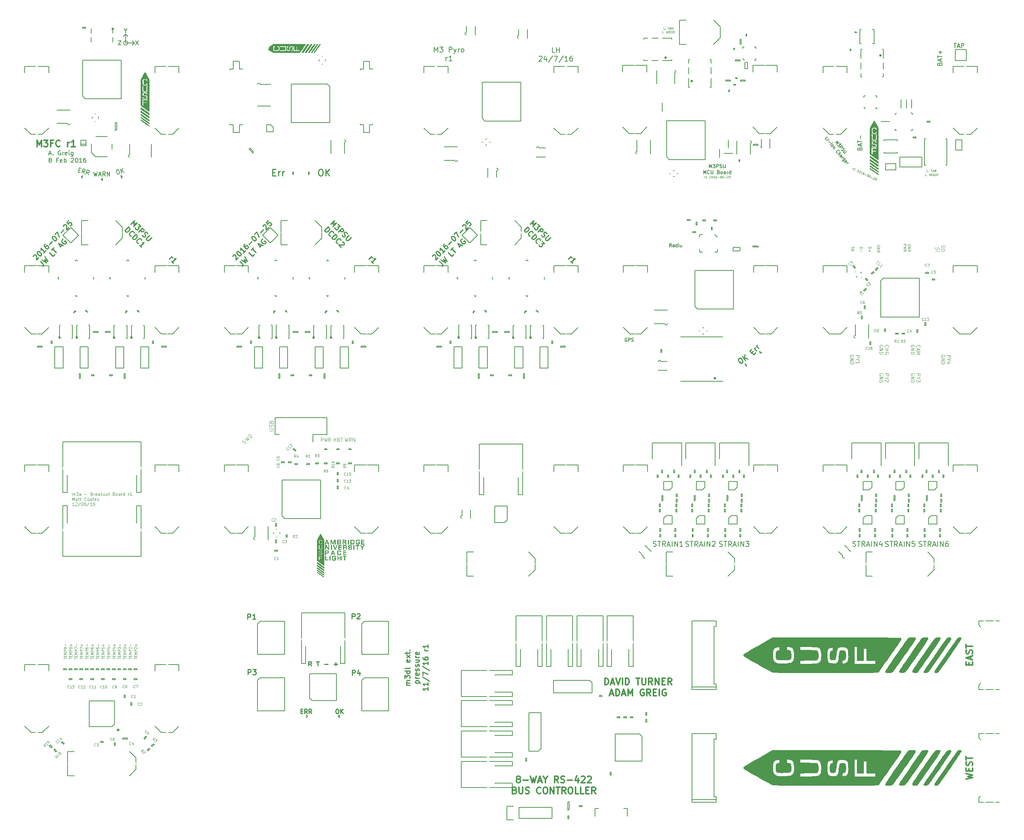
<source format=gto>
G04 #@! TF.FileFunction,Legend,Top*
%FSLAX46Y46*%
G04 Gerber Fmt 4.6, Leading zero omitted, Abs format (unit mm)*
G04 Created by KiCad (PCBNEW 4.1.0-alpha+201605071002+6776~44~ubuntu14.04.1-product) date Mon 25 Jul 2016 09:44:22 BST*
%MOMM*%
%LPD*%
G01*
G04 APERTURE LIST*
%ADD10C,0.100000*%
%ADD11C,0.200000*%
%ADD12C,0.300000*%
%ADD13C,0.250000*%
%ADD14C,0.125000*%
%ADD15C,0.150000*%
%ADD16C,0.187500*%
%ADD17C,0.120000*%
%ADD18C,0.160000*%
%ADD19C,0.280000*%
%ADD20C,0.270000*%
%ADD21C,0.010000*%
%ADD22R,0.620000X0.620000*%
%ADD23R,1.000000X0.950000*%
%ADD24R,0.950000X1.000000*%
%ADD25R,0.650000X0.350000*%
%ADD26R,0.802000X0.802000*%
%ADD27R,0.550000X1.545000*%
%ADD28R,1.545000X0.550000*%
%ADD29R,0.600000X1.100000*%
%ADD30C,0.787000*%
%ADD31C,1.000000*%
%ADD32R,1.000000X0.600000*%
%ADD33R,2.920000X0.740000*%
%ADD34C,1.200000*%
%ADD35R,0.300000X1.500000*%
%ADD36R,1.500000X0.300000*%
%ADD37R,0.850000X0.950000*%
%ADD38R,1.400000X1.700000*%
%ADD39R,0.500000X0.900000*%
%ADD40C,1.588000*%
%ADD41C,2.100000*%
%ADD42R,2.220000X0.740000*%
%ADD43R,0.200000X0.400000*%
%ADD44R,0.400000X0.200000*%
%ADD45R,0.350000X0.650000*%
%ADD46R,1.100000X0.600000*%
%ADD47C,1.000000*%
%ADD48C,6.300000*%
%ADD49C,0.600000*%
%ADD50R,0.325000X0.300000*%
%ADD51R,0.952000X0.615000*%
%ADD52R,0.950000X0.850000*%
%ADD53R,0.300000X0.325000*%
%ADD54R,0.615000X0.952000*%
%ADD55R,1.150000X1.450000*%
%ADD56R,1.450000X1.150000*%
%ADD57R,0.250000X0.600000*%
%ADD58R,0.600000X0.250000*%
%ADD59R,1.702000X1.702000*%
%ADD60R,0.250000X0.700000*%
%ADD61R,2.382000X1.652000*%
%ADD62R,0.500000X1.600000*%
%ADD63R,0.400000X0.250000*%
%ADD64R,0.400000X0.700000*%
%ADD65R,0.250000X0.400000*%
%ADD66R,0.700000X0.400000*%
%ADD67R,0.740000X2.920000*%
%ADD68R,0.475000X0.800000*%
%ADD69R,0.650000X0.550000*%
%ADD70R,0.750000X0.550000*%
%ADD71R,2.025000X3.900000*%
%ADD72R,0.650000X1.250000*%
%ADD73R,0.800000X0.475000*%
%ADD74R,0.550000X0.650000*%
%ADD75R,0.550000X0.750000*%
%ADD76R,3.900000X2.025000*%
%ADD77R,1.250000X0.650000*%
%ADD78R,0.400000X0.850000*%
%ADD79R,0.400000X0.455000*%
%ADD80R,1.050000X1.100000*%
%ADD81R,1.150000X2.700000*%
%ADD82R,2.700000X1.150000*%
%ADD83R,0.800000X0.300000*%
%ADD84R,0.300000X0.800000*%
%ADD85R,0.902000X0.902000*%
%ADD86R,2.000000X1.800000*%
%ADD87R,0.405000X0.760000*%
%ADD88R,2.235000X1.725000*%
%ADD89R,0.405000X0.990000*%
%ADD90R,0.610000X1.270000*%
%ADD91R,3.910000X3.810000*%
%ADD92R,0.450000X0.450000*%
%ADD93R,1.036000X2.450000*%
%ADD94R,0.562000X2.450000*%
%ADD95R,0.240000X0.900000*%
%ADD96R,0.900000X0.240000*%
%ADD97R,1.502000X1.502000*%
%ADD98C,1.500000*%
%ADD99R,1.400000X0.380000*%
%ADD100C,1.100000*%
%ADD101R,2.450000X1.036000*%
%ADD102R,2.450000X0.562000*%
%ADD103R,1.400000X4.200000*%
%ADD104R,1.000000X1.050000*%
%ADD105R,1.050000X2.200000*%
%ADD106R,1.800000X0.700000*%
%ADD107R,1.800000X0.800000*%
%ADD108R,0.300000X0.750000*%
%ADD109R,0.750000X0.300000*%
%ADD110R,2.602000X2.602000*%
%ADD111R,0.900000X0.750000*%
%ADD112R,0.750000X0.900000*%
%ADD113R,0.470000X0.400000*%
%ADD114R,0.952000X1.702000*%
%ADD115R,0.520000X0.520000*%
%ADD116R,1.050000X1.000000*%
%ADD117R,2.200000X1.050000*%
%ADD118R,0.400000X0.950000*%
%ADD119R,1.000000X0.800000*%
%ADD120C,1.600000*%
%ADD121R,0.800000X1.600000*%
%ADD122R,2.100000X3.000000*%
%ADD123R,1.550000X0.600000*%
%ADD124R,0.400000X0.470000*%
%ADD125R,1.702000X0.952000*%
%ADD126R,0.800000X0.800000*%
%ADD127O,0.800000X0.800000*%
%ADD128R,1.450000X0.450000*%
%ADD129R,0.950000X0.400000*%
%ADD130C,0.800000*%
%ADD131R,2.000000X0.600000*%
%ADD132R,0.500000X1.200000*%
%ADD133R,1.200000X0.500000*%
%ADD134R,1.727200X2.032000*%
%ADD135O,1.727200X2.032000*%
%ADD136R,0.600000X1.550000*%
%ADD137R,0.400000X1.350000*%
%ADD138O,1.000000X1.250000*%
%ADD139R,1.800000X1.900000*%
%ADD140R,1.575000X1.900000*%
%ADD141O,1.000000X1.900000*%
G04 APERTURE END LIST*
D10*
D11*
X55483309Y-69025099D02*
X55667295Y-68975800D01*
X55771613Y-68997147D01*
X55888255Y-69064491D01*
X55983551Y-69236152D01*
X56069824Y-69558127D01*
X56073126Y-69754438D01*
X56005783Y-69871080D01*
X55926114Y-69941726D01*
X55742128Y-69991025D01*
X55637811Y-69969678D01*
X55521168Y-69902334D01*
X55425873Y-69730673D01*
X55339600Y-69408698D01*
X55336298Y-69212387D01*
X55403641Y-69095745D01*
X55483309Y-69025099D01*
X56570065Y-69769180D02*
X56311246Y-68803254D01*
X57122022Y-69621283D02*
X56560158Y-69180248D01*
X56863203Y-68655358D02*
X56459142Y-69355212D01*
X50119047Y-69452380D02*
X50357142Y-70452380D01*
X50547619Y-69738095D01*
X50738095Y-70452380D01*
X50976190Y-69452380D01*
X51309523Y-70166666D02*
X51785714Y-70166666D01*
X51214285Y-70452380D02*
X51547619Y-69452380D01*
X51880952Y-70452380D01*
X52785714Y-70452380D02*
X52452380Y-69976190D01*
X52214285Y-70452380D02*
X52214285Y-69452380D01*
X52595238Y-69452380D01*
X52690476Y-69500000D01*
X52738095Y-69547619D01*
X52785714Y-69642857D01*
X52785714Y-69785714D01*
X52738095Y-69880952D01*
X52690476Y-69928571D01*
X52595238Y-69976190D01*
X52214285Y-69976190D01*
X53214285Y-70452380D02*
X53214285Y-69452380D01*
X53785714Y-70452380D01*
X53785714Y-69452380D01*
X46645577Y-69016725D02*
X46967552Y-69102998D01*
X46969969Y-69645933D02*
X46510005Y-69522686D01*
X46768824Y-68556760D01*
X47228788Y-68680007D01*
X47935895Y-69904752D02*
X47737167Y-69358514D01*
X47383938Y-69756855D02*
X47642757Y-68790929D01*
X48010728Y-68889527D01*
X48090397Y-68960173D01*
X48124068Y-69018494D01*
X48145415Y-69122812D01*
X48108441Y-69260801D01*
X48037795Y-69340470D01*
X47979474Y-69374141D01*
X47875157Y-69395488D01*
X47507185Y-69296891D01*
X48901821Y-70163571D02*
X48703093Y-69617333D01*
X48349863Y-70015674D02*
X48608683Y-69049749D01*
X48976654Y-69148346D01*
X49056322Y-69218992D01*
X49089994Y-69277313D01*
X49111341Y-69381631D01*
X49074367Y-69519620D01*
X49003721Y-69599289D01*
X48945400Y-69632960D01*
X48841082Y-69654307D01*
X48473111Y-69555710D01*
X55810476Y-39202380D02*
X56477142Y-39202380D01*
X55810476Y-40202380D01*
X56477142Y-40202380D01*
X57500000Y-36976190D02*
X57500000Y-37452380D01*
X57166666Y-36452380D02*
X57500000Y-36976190D01*
X57833333Y-36452380D01*
X59772857Y-39202380D02*
X60439523Y-40202380D01*
X60439523Y-39202380D02*
X59772857Y-40202380D01*
X58000000Y-39750000D02*
G75*
G03X58000000Y-39750000I-500000J0D01*
G01*
X57500000Y-37750000D02*
X58000000Y-38250000D01*
X57500000Y-37750000D02*
X57000000Y-38250000D01*
X57500000Y-39750000D02*
X57500000Y-37750000D01*
X59500000Y-39750000D02*
X59000000Y-40250000D01*
X59500000Y-39750000D02*
X59000000Y-39250000D01*
X57500000Y-39750000D02*
X59500000Y-39750000D01*
X39820476Y-65316666D02*
X40296666Y-65316666D01*
X39725238Y-65602380D02*
X40058571Y-64602380D01*
X40391904Y-65602380D01*
X40725238Y-65507142D02*
X40772857Y-65554761D01*
X40725238Y-65602380D01*
X40677619Y-65554761D01*
X40725238Y-65507142D01*
X40725238Y-65602380D01*
X42487142Y-64650000D02*
X42391904Y-64602380D01*
X42249047Y-64602380D01*
X42106190Y-64650000D01*
X42010952Y-64745238D01*
X41963333Y-64840476D01*
X41915714Y-65030952D01*
X41915714Y-65173809D01*
X41963333Y-65364285D01*
X42010952Y-65459523D01*
X42106190Y-65554761D01*
X42249047Y-65602380D01*
X42344285Y-65602380D01*
X42487142Y-65554761D01*
X42534761Y-65507142D01*
X42534761Y-65173809D01*
X42344285Y-65173809D01*
X42963333Y-65602380D02*
X42963333Y-64935714D01*
X42963333Y-65126190D02*
X43010952Y-65030952D01*
X43058571Y-64983333D01*
X43153809Y-64935714D01*
X43249047Y-64935714D01*
X43963333Y-65554761D02*
X43868095Y-65602380D01*
X43677619Y-65602380D01*
X43582380Y-65554761D01*
X43534761Y-65459523D01*
X43534761Y-65078571D01*
X43582380Y-64983333D01*
X43677619Y-64935714D01*
X43868095Y-64935714D01*
X43963333Y-64983333D01*
X44010952Y-65078571D01*
X44010952Y-65173809D01*
X43534761Y-65269047D01*
X44439523Y-65602380D02*
X44439523Y-64935714D01*
X44439523Y-64602380D02*
X44391904Y-64650000D01*
X44439523Y-64697619D01*
X44487142Y-64650000D01*
X44439523Y-64602380D01*
X44439523Y-64697619D01*
X45344285Y-64935714D02*
X45344285Y-65745238D01*
X45296666Y-65840476D01*
X45249047Y-65888095D01*
X45153809Y-65935714D01*
X45010952Y-65935714D01*
X44915714Y-65888095D01*
X45344285Y-65554761D02*
X45249047Y-65602380D01*
X45058571Y-65602380D01*
X44963333Y-65554761D01*
X44915714Y-65507142D01*
X44868095Y-65411904D01*
X44868095Y-65126190D01*
X44915714Y-65030952D01*
X44963333Y-64983333D01*
X45058571Y-64935714D01*
X45249047Y-64935714D01*
X45344285Y-64983333D01*
X40010952Y-66730952D02*
X39915714Y-66683333D01*
X39868095Y-66635714D01*
X39820476Y-66540476D01*
X39820476Y-66492857D01*
X39868095Y-66397619D01*
X39915714Y-66350000D01*
X40010952Y-66302380D01*
X40201428Y-66302380D01*
X40296666Y-66350000D01*
X40344285Y-66397619D01*
X40391904Y-66492857D01*
X40391904Y-66540476D01*
X40344285Y-66635714D01*
X40296666Y-66683333D01*
X40201428Y-66730952D01*
X40010952Y-66730952D01*
X39915714Y-66778571D01*
X39868095Y-66826190D01*
X39820476Y-66921428D01*
X39820476Y-67111904D01*
X39868095Y-67207142D01*
X39915714Y-67254761D01*
X40010952Y-67302380D01*
X40201428Y-67302380D01*
X40296666Y-67254761D01*
X40344285Y-67207142D01*
X40391904Y-67111904D01*
X40391904Y-66921428D01*
X40344285Y-66826190D01*
X40296666Y-66778571D01*
X40201428Y-66730952D01*
X41915714Y-66778571D02*
X41582380Y-66778571D01*
X41582380Y-67302380D02*
X41582380Y-66302380D01*
X42058571Y-66302380D01*
X42820476Y-67254761D02*
X42725238Y-67302380D01*
X42534761Y-67302380D01*
X42439523Y-67254761D01*
X42391904Y-67159523D01*
X42391904Y-66778571D01*
X42439523Y-66683333D01*
X42534761Y-66635714D01*
X42725238Y-66635714D01*
X42820476Y-66683333D01*
X42868095Y-66778571D01*
X42868095Y-66873809D01*
X42391904Y-66969047D01*
X43296666Y-67302380D02*
X43296666Y-66302380D01*
X43296666Y-66683333D02*
X43391904Y-66635714D01*
X43582380Y-66635714D01*
X43677619Y-66683333D01*
X43725238Y-66730952D01*
X43772857Y-66826190D01*
X43772857Y-67111904D01*
X43725238Y-67207142D01*
X43677619Y-67254761D01*
X43582380Y-67302380D01*
X43391904Y-67302380D01*
X43296666Y-67254761D01*
X44915714Y-66397619D02*
X44963333Y-66350000D01*
X45058571Y-66302380D01*
X45296666Y-66302380D01*
X45391904Y-66350000D01*
X45439523Y-66397619D01*
X45487142Y-66492857D01*
X45487142Y-66588095D01*
X45439523Y-66730952D01*
X44868095Y-67302380D01*
X45487142Y-67302380D01*
X46106190Y-66302380D02*
X46201428Y-66302380D01*
X46296666Y-66350000D01*
X46344285Y-66397619D01*
X46391904Y-66492857D01*
X46439523Y-66683333D01*
X46439523Y-66921428D01*
X46391904Y-67111904D01*
X46344285Y-67207142D01*
X46296666Y-67254761D01*
X46201428Y-67302380D01*
X46106190Y-67302380D01*
X46010952Y-67254761D01*
X45963333Y-67207142D01*
X45915714Y-67111904D01*
X45868095Y-66921428D01*
X45868095Y-66683333D01*
X45915714Y-66492857D01*
X45963333Y-66397619D01*
X46010952Y-66350000D01*
X46106190Y-66302380D01*
X47391904Y-67302380D02*
X46820476Y-67302380D01*
X47106190Y-67302380D02*
X47106190Y-66302380D01*
X47010952Y-66445238D01*
X46915714Y-66540476D01*
X46820476Y-66588095D01*
X48249047Y-66302380D02*
X48058571Y-66302380D01*
X47963333Y-66350000D01*
X47915714Y-66397619D01*
X47820476Y-66540476D01*
X47772857Y-66730952D01*
X47772857Y-67111904D01*
X47820476Y-67207142D01*
X47868095Y-67254761D01*
X47963333Y-67302380D01*
X48153809Y-67302380D01*
X48249047Y-67254761D01*
X48296666Y-67207142D01*
X48344285Y-67111904D01*
X48344285Y-66873809D01*
X48296666Y-66778571D01*
X48249047Y-66730952D01*
X48153809Y-66683333D01*
X47963333Y-66683333D01*
X47868095Y-66730952D01*
X47820476Y-66778571D01*
X47772857Y-66873809D01*
D12*
X37052142Y-63678571D02*
X37052142Y-62178571D01*
X37552142Y-63250000D01*
X38052142Y-62178571D01*
X38052142Y-63678571D01*
X38623571Y-62178571D02*
X39552142Y-62178571D01*
X39052142Y-62750000D01*
X39266428Y-62750000D01*
X39409285Y-62821428D01*
X39480714Y-62892857D01*
X39552142Y-63035714D01*
X39552142Y-63392857D01*
X39480714Y-63535714D01*
X39409285Y-63607142D01*
X39266428Y-63678571D01*
X38837857Y-63678571D01*
X38695000Y-63607142D01*
X38623571Y-63535714D01*
X40695000Y-62892857D02*
X40195000Y-62892857D01*
X40195000Y-63678571D02*
X40195000Y-62178571D01*
X40909285Y-62178571D01*
X42337857Y-63535714D02*
X42266428Y-63607142D01*
X42052142Y-63678571D01*
X41909285Y-63678571D01*
X41695000Y-63607142D01*
X41552142Y-63464285D01*
X41480714Y-63321428D01*
X41409285Y-63035714D01*
X41409285Y-62821428D01*
X41480714Y-62535714D01*
X41552142Y-62392857D01*
X41695000Y-62250000D01*
X41909285Y-62178571D01*
X42052142Y-62178571D01*
X42266428Y-62250000D01*
X42337857Y-62321428D01*
X44123571Y-63678571D02*
X44123571Y-62678571D01*
X44123571Y-62964285D02*
X44195000Y-62821428D01*
X44266428Y-62750000D01*
X44409285Y-62678571D01*
X44552142Y-62678571D01*
X45837857Y-63678571D02*
X44980714Y-63678571D01*
X45409285Y-63678571D02*
X45409285Y-62178571D01*
X45266428Y-62392857D01*
X45123571Y-62535714D01*
X44980714Y-62607142D01*
D13*
X91350000Y-69592857D02*
X91850000Y-69592857D01*
X92064285Y-70378571D02*
X91350000Y-70378571D01*
X91350000Y-68878571D01*
X92064285Y-68878571D01*
X92707142Y-70378571D02*
X92707142Y-69378571D01*
X92707142Y-69664285D02*
X92778571Y-69521428D01*
X92850000Y-69450000D01*
X92992857Y-69378571D01*
X93135714Y-69378571D01*
X93635714Y-70378571D02*
X93635714Y-69378571D01*
X93635714Y-69664285D02*
X93707142Y-69521428D01*
X93778571Y-69450000D01*
X93921428Y-69378571D01*
X94064285Y-69378571D01*
X102307142Y-68878571D02*
X102592857Y-68878571D01*
X102735714Y-68950000D01*
X102878571Y-69092857D01*
X102950000Y-69378571D01*
X102950000Y-69878571D01*
X102878571Y-70164285D01*
X102735714Y-70307142D01*
X102592857Y-70378571D01*
X102307142Y-70378571D01*
X102164285Y-70307142D01*
X102021428Y-70164285D01*
X101950000Y-69878571D01*
X101950000Y-69378571D01*
X102021428Y-69092857D01*
X102164285Y-68950000D01*
X102307142Y-68878571D01*
X103592857Y-70378571D02*
X103592857Y-68878571D01*
X104450000Y-70378571D02*
X103807142Y-69521428D01*
X104450000Y-68878571D02*
X103592857Y-69735714D01*
D11*
X156402857Y-41962857D02*
X155831428Y-41962857D01*
X155831428Y-40762857D01*
X156802857Y-41962857D02*
X156802857Y-40762857D01*
X156802857Y-41334285D02*
X157488571Y-41334285D01*
X157488571Y-41962857D02*
X157488571Y-40762857D01*
X152774285Y-42877142D02*
X152831428Y-42820000D01*
X152945714Y-42762857D01*
X153231428Y-42762857D01*
X153345714Y-42820000D01*
X153402857Y-42877142D01*
X153460000Y-42991428D01*
X153460000Y-43105714D01*
X153402857Y-43277142D01*
X152717142Y-43962857D01*
X153460000Y-43962857D01*
X154488571Y-43162857D02*
X154488571Y-43962857D01*
X154202857Y-42705714D02*
X153917142Y-43562857D01*
X154660000Y-43562857D01*
X155974285Y-42705714D02*
X154945714Y-44248571D01*
X156260000Y-42762857D02*
X157060000Y-42762857D01*
X156545714Y-43962857D01*
X158374285Y-42705714D02*
X157345714Y-44248571D01*
X159402857Y-43962857D02*
X158717142Y-43962857D01*
X159060000Y-43962857D02*
X159060000Y-42762857D01*
X158945714Y-42934285D01*
X158831428Y-43048571D01*
X158717142Y-43105714D01*
X160431428Y-42762857D02*
X160202857Y-42762857D01*
X160088571Y-42820000D01*
X160031428Y-42877142D01*
X159917142Y-43048571D01*
X159860000Y-43277142D01*
X159860000Y-43734285D01*
X159917142Y-43848571D01*
X159974285Y-43905714D01*
X160088571Y-43962857D01*
X160317142Y-43962857D01*
X160431428Y-43905714D01*
X160488571Y-43848571D01*
X160545714Y-43734285D01*
X160545714Y-43448571D01*
X160488571Y-43334285D01*
X160431428Y-43277142D01*
X160317142Y-43220000D01*
X160088571Y-43220000D01*
X159974285Y-43277142D01*
X159917142Y-43334285D01*
X159860000Y-43448571D01*
X128600000Y-41872857D02*
X128600000Y-40672857D01*
X129000000Y-41530000D01*
X129400000Y-40672857D01*
X129400000Y-41872857D01*
X129857142Y-40672857D02*
X130600000Y-40672857D01*
X130200000Y-41130000D01*
X130371428Y-41130000D01*
X130485714Y-41187142D01*
X130542857Y-41244285D01*
X130600000Y-41358571D01*
X130600000Y-41644285D01*
X130542857Y-41758571D01*
X130485714Y-41815714D01*
X130371428Y-41872857D01*
X130028571Y-41872857D01*
X129914285Y-41815714D01*
X129857142Y-41758571D01*
X132028571Y-41872857D02*
X132028571Y-40672857D01*
X132485714Y-40672857D01*
X132600000Y-40730000D01*
X132657142Y-40787142D01*
X132714285Y-40901428D01*
X132714285Y-41072857D01*
X132657142Y-41187142D01*
X132600000Y-41244285D01*
X132485714Y-41301428D01*
X132028571Y-41301428D01*
X133114285Y-41072857D02*
X133400000Y-41872857D01*
X133685714Y-41072857D02*
X133400000Y-41872857D01*
X133285714Y-42158571D01*
X133228571Y-42215714D01*
X133114285Y-42272857D01*
X134142857Y-41872857D02*
X134142857Y-41072857D01*
X134142857Y-41301428D02*
X134200000Y-41187142D01*
X134257142Y-41130000D01*
X134371428Y-41072857D01*
X134485714Y-41072857D01*
X135057142Y-41872857D02*
X134942857Y-41815714D01*
X134885714Y-41758571D01*
X134828571Y-41644285D01*
X134828571Y-41301428D01*
X134885714Y-41187142D01*
X134942857Y-41130000D01*
X135057142Y-41072857D01*
X135228571Y-41072857D01*
X135342857Y-41130000D01*
X135400000Y-41187142D01*
X135457142Y-41301428D01*
X135457142Y-41644285D01*
X135400000Y-41758571D01*
X135342857Y-41815714D01*
X135228571Y-41872857D01*
X135057142Y-41872857D01*
X131342857Y-43872857D02*
X131342857Y-43072857D01*
X131342857Y-43301428D02*
X131400000Y-43187142D01*
X131457142Y-43130000D01*
X131571428Y-43072857D01*
X131685714Y-43072857D01*
X132714285Y-43872857D02*
X132028571Y-43872857D01*
X132371428Y-43872857D02*
X132371428Y-42672857D01*
X132257142Y-42844285D01*
X132142857Y-42958571D01*
X132028571Y-43015714D01*
D14*
X181728571Y-36588690D02*
X181490476Y-36588690D01*
X181490476Y-36088690D01*
X181895238Y-36541071D02*
X181919047Y-36564880D01*
X181895238Y-36588690D01*
X181871428Y-36564880D01*
X181895238Y-36541071D01*
X181895238Y-36588690D01*
X182442857Y-36088690D02*
X182728571Y-36088690D01*
X182585714Y-36588690D02*
X182585714Y-36088690D01*
X182871428Y-36445833D02*
X183109523Y-36445833D01*
X182823809Y-36588690D02*
X182990476Y-36088690D01*
X183157142Y-36588690D01*
X183323809Y-36588690D02*
X183323809Y-36088690D01*
X183609523Y-36588690D01*
X183609523Y-36088690D01*
X181252380Y-36963690D02*
X181252380Y-37320833D01*
X181228571Y-37392261D01*
X181180952Y-37439880D01*
X181109523Y-37463690D01*
X181061904Y-37463690D01*
X181490476Y-37416071D02*
X181514285Y-37439880D01*
X181490476Y-37463690D01*
X181466666Y-37439880D01*
X181490476Y-37416071D01*
X181490476Y-37463690D01*
X182061904Y-36963690D02*
X182180952Y-37463690D01*
X182276190Y-37106547D01*
X182371428Y-37463690D01*
X182490476Y-36963690D01*
X182776190Y-36963690D02*
X182871428Y-36963690D01*
X182919047Y-36987500D01*
X182966666Y-37035119D01*
X182990476Y-37130357D01*
X182990476Y-37297023D01*
X182966666Y-37392261D01*
X182919047Y-37439880D01*
X182871428Y-37463690D01*
X182776190Y-37463690D01*
X182728571Y-37439880D01*
X182680952Y-37392261D01*
X182657142Y-37297023D01*
X182657142Y-37130357D01*
X182680952Y-37035119D01*
X182728571Y-36987500D01*
X182776190Y-36963690D01*
X183300000Y-36963690D02*
X183395238Y-36963690D01*
X183442857Y-36987500D01*
X183490476Y-37035119D01*
X183514285Y-37130357D01*
X183514285Y-37297023D01*
X183490476Y-37392261D01*
X183442857Y-37439880D01*
X183395238Y-37463690D01*
X183300000Y-37463690D01*
X183252380Y-37439880D01*
X183204761Y-37392261D01*
X183180952Y-37297023D01*
X183180952Y-37130357D01*
X183204761Y-37035119D01*
X183252380Y-36987500D01*
X183300000Y-36963690D01*
X183728571Y-37463690D02*
X183728571Y-36963690D01*
X183847619Y-36963690D01*
X183919047Y-36987500D01*
X183966666Y-37035119D01*
X183990476Y-37082738D01*
X184014285Y-37177976D01*
X184014285Y-37249404D01*
X183990476Y-37344642D01*
X183966666Y-37392261D01*
X183919047Y-37439880D01*
X183847619Y-37463690D01*
X183728571Y-37463690D01*
X190861904Y-70926190D02*
X190861904Y-70592857D01*
X190861904Y-70688095D02*
X190885714Y-70640476D01*
X190909523Y-70616666D01*
X190957142Y-70592857D01*
X191004761Y-70592857D01*
X191433333Y-70926190D02*
X191147619Y-70926190D01*
X191290476Y-70926190D02*
X191290476Y-70426190D01*
X191242857Y-70497619D01*
X191195238Y-70545238D01*
X191147619Y-70569047D01*
X192004761Y-70473809D02*
X192028571Y-70450000D01*
X192076190Y-70426190D01*
X192195238Y-70426190D01*
X192242857Y-70450000D01*
X192266666Y-70473809D01*
X192290476Y-70521428D01*
X192290476Y-70569047D01*
X192266666Y-70640476D01*
X191980952Y-70926190D01*
X192290476Y-70926190D01*
X192600000Y-70426190D02*
X192647619Y-70426190D01*
X192695238Y-70450000D01*
X192719047Y-70473809D01*
X192742857Y-70521428D01*
X192766666Y-70616666D01*
X192766666Y-70735714D01*
X192742857Y-70830952D01*
X192719047Y-70878571D01*
X192695238Y-70902380D01*
X192647619Y-70926190D01*
X192600000Y-70926190D01*
X192552380Y-70902380D01*
X192528571Y-70878571D01*
X192504761Y-70830952D01*
X192480952Y-70735714D01*
X192480952Y-70616666D01*
X192504761Y-70521428D01*
X192528571Y-70473809D01*
X192552380Y-70450000D01*
X192600000Y-70426190D01*
X193242857Y-70926190D02*
X192957142Y-70926190D01*
X193100000Y-70926190D02*
X193100000Y-70426190D01*
X193052380Y-70497619D01*
X193004761Y-70545238D01*
X192957142Y-70569047D01*
X193671428Y-70426190D02*
X193576190Y-70426190D01*
X193528571Y-70450000D01*
X193504761Y-70473809D01*
X193457142Y-70545238D01*
X193433333Y-70640476D01*
X193433333Y-70830952D01*
X193457142Y-70878571D01*
X193480952Y-70902380D01*
X193528571Y-70926190D01*
X193623809Y-70926190D01*
X193671428Y-70902380D01*
X193695238Y-70878571D01*
X193719047Y-70830952D01*
X193719047Y-70711904D01*
X193695238Y-70664285D01*
X193671428Y-70640476D01*
X193623809Y-70616666D01*
X193528571Y-70616666D01*
X193480952Y-70640476D01*
X193457142Y-70664285D01*
X193433333Y-70711904D01*
X193933333Y-70735714D02*
X194314285Y-70735714D01*
X194647619Y-70426190D02*
X194695238Y-70426190D01*
X194742857Y-70450000D01*
X194766666Y-70473809D01*
X194790476Y-70521428D01*
X194814285Y-70616666D01*
X194814285Y-70735714D01*
X194790476Y-70830952D01*
X194766666Y-70878571D01*
X194742857Y-70902380D01*
X194695238Y-70926190D01*
X194647619Y-70926190D01*
X194600000Y-70902380D01*
X194576190Y-70878571D01*
X194552380Y-70830952D01*
X194528571Y-70735714D01*
X194528571Y-70616666D01*
X194552380Y-70521428D01*
X194576190Y-70473809D01*
X194600000Y-70450000D01*
X194647619Y-70426190D01*
X195242857Y-70426190D02*
X195147619Y-70426190D01*
X195100000Y-70450000D01*
X195076190Y-70473809D01*
X195028571Y-70545238D01*
X195004761Y-70640476D01*
X195004761Y-70830952D01*
X195028571Y-70878571D01*
X195052380Y-70902380D01*
X195100000Y-70926190D01*
X195195238Y-70926190D01*
X195242857Y-70902380D01*
X195266666Y-70878571D01*
X195290476Y-70830952D01*
X195290476Y-70711904D01*
X195266666Y-70664285D01*
X195242857Y-70640476D01*
X195195238Y-70616666D01*
X195100000Y-70616666D01*
X195052380Y-70640476D01*
X195028571Y-70664285D01*
X195004761Y-70711904D01*
X195504761Y-70735714D02*
X195885714Y-70735714D01*
X196100000Y-70473809D02*
X196123809Y-70450000D01*
X196171428Y-70426190D01*
X196290476Y-70426190D01*
X196338095Y-70450000D01*
X196361904Y-70473809D01*
X196385714Y-70521428D01*
X196385714Y-70569047D01*
X196361904Y-70640476D01*
X196076190Y-70926190D01*
X196385714Y-70926190D01*
X196623809Y-70926190D02*
X196719047Y-70926190D01*
X196766666Y-70902380D01*
X196790476Y-70878571D01*
X196838095Y-70807142D01*
X196861904Y-70711904D01*
X196861904Y-70521428D01*
X196838095Y-70473809D01*
X196814285Y-70450000D01*
X196766666Y-70426190D01*
X196671428Y-70426190D01*
X196623809Y-70450000D01*
X196600000Y-70473809D01*
X196576190Y-70521428D01*
X196576190Y-70640476D01*
X196600000Y-70688095D01*
X196623809Y-70711904D01*
X196671428Y-70735714D01*
X196766666Y-70735714D01*
X196814285Y-70711904D01*
X196838095Y-70688095D01*
X196861904Y-70640476D01*
D11*
X192002380Y-68561904D02*
X192002380Y-67761904D01*
X192269047Y-68333333D01*
X192535714Y-67761904D01*
X192535714Y-68561904D01*
X192840476Y-67761904D02*
X193335714Y-67761904D01*
X193069047Y-68066666D01*
X193183333Y-68066666D01*
X193259523Y-68104761D01*
X193297619Y-68142857D01*
X193335714Y-68219047D01*
X193335714Y-68409523D01*
X193297619Y-68485714D01*
X193259523Y-68523809D01*
X193183333Y-68561904D01*
X192954761Y-68561904D01*
X192878571Y-68523809D01*
X192840476Y-68485714D01*
X193678571Y-68561904D02*
X193678571Y-67761904D01*
X193983333Y-67761904D01*
X194059523Y-67800000D01*
X194097619Y-67838095D01*
X194135714Y-67914285D01*
X194135714Y-68028571D01*
X194097619Y-68104761D01*
X194059523Y-68142857D01*
X193983333Y-68180952D01*
X193678571Y-68180952D01*
X194440476Y-68523809D02*
X194554761Y-68561904D01*
X194745238Y-68561904D01*
X194821428Y-68523809D01*
X194859523Y-68485714D01*
X194897619Y-68409523D01*
X194897619Y-68333333D01*
X194859523Y-68257142D01*
X194821428Y-68219047D01*
X194745238Y-68180952D01*
X194592857Y-68142857D01*
X194516666Y-68104761D01*
X194478571Y-68066666D01*
X194440476Y-67990476D01*
X194440476Y-67914285D01*
X194478571Y-67838095D01*
X194516666Y-67800000D01*
X194592857Y-67761904D01*
X194783333Y-67761904D01*
X194897619Y-67800000D01*
X195240476Y-67761904D02*
X195240476Y-68409523D01*
X195278571Y-68485714D01*
X195316666Y-68523809D01*
X195392857Y-68561904D01*
X195545238Y-68561904D01*
X195621428Y-68523809D01*
X195659523Y-68485714D01*
X195697619Y-68409523D01*
X195697619Y-67761904D01*
X190726190Y-69961904D02*
X190726190Y-69161904D01*
X190992857Y-69733333D01*
X191259523Y-69161904D01*
X191259523Y-69961904D01*
X192097619Y-69885714D02*
X192059523Y-69923809D01*
X191945238Y-69961904D01*
X191869047Y-69961904D01*
X191754761Y-69923809D01*
X191678571Y-69847619D01*
X191640476Y-69771428D01*
X191602380Y-69619047D01*
X191602380Y-69504761D01*
X191640476Y-69352380D01*
X191678571Y-69276190D01*
X191754761Y-69200000D01*
X191869047Y-69161904D01*
X191945238Y-69161904D01*
X192059523Y-69200000D01*
X192097619Y-69238095D01*
X192440476Y-69161904D02*
X192440476Y-69809523D01*
X192478571Y-69885714D01*
X192516666Y-69923809D01*
X192592857Y-69961904D01*
X192745238Y-69961904D01*
X192821428Y-69923809D01*
X192859523Y-69885714D01*
X192897619Y-69809523D01*
X192897619Y-69161904D01*
X194154761Y-69542857D02*
X194269047Y-69580952D01*
X194307142Y-69619047D01*
X194345238Y-69695238D01*
X194345238Y-69809523D01*
X194307142Y-69885714D01*
X194269047Y-69923809D01*
X194192857Y-69961904D01*
X193888095Y-69961904D01*
X193888095Y-69161904D01*
X194154761Y-69161904D01*
X194230952Y-69200000D01*
X194269047Y-69238095D01*
X194307142Y-69314285D01*
X194307142Y-69390476D01*
X194269047Y-69466666D01*
X194230952Y-69504761D01*
X194154761Y-69542857D01*
X193888095Y-69542857D01*
X194802380Y-69961904D02*
X194726190Y-69923809D01*
X194688095Y-69885714D01*
X194650000Y-69809523D01*
X194650000Y-69580952D01*
X194688095Y-69504761D01*
X194726190Y-69466666D01*
X194802380Y-69428571D01*
X194916666Y-69428571D01*
X194992857Y-69466666D01*
X195030952Y-69504761D01*
X195069047Y-69580952D01*
X195069047Y-69809523D01*
X195030952Y-69885714D01*
X194992857Y-69923809D01*
X194916666Y-69961904D01*
X194802380Y-69961904D01*
X195754761Y-69961904D02*
X195754761Y-69542857D01*
X195716666Y-69466666D01*
X195640476Y-69428571D01*
X195488095Y-69428571D01*
X195411904Y-69466666D01*
X195754761Y-69923809D02*
X195678571Y-69961904D01*
X195488095Y-69961904D01*
X195411904Y-69923809D01*
X195373809Y-69847619D01*
X195373809Y-69771428D01*
X195411904Y-69695238D01*
X195488095Y-69657142D01*
X195678571Y-69657142D01*
X195754761Y-69619047D01*
X196135714Y-69961904D02*
X196135714Y-69428571D01*
X196135714Y-69580952D02*
X196173809Y-69504761D01*
X196211904Y-69466666D01*
X196288095Y-69428571D01*
X196364285Y-69428571D01*
X196973809Y-69961904D02*
X196973809Y-69161904D01*
X196973809Y-69923809D02*
X196897619Y-69961904D01*
X196745238Y-69961904D01*
X196669047Y-69923809D01*
X196630952Y-69885714D01*
X196592857Y-69809523D01*
X196592857Y-69580952D01*
X196630952Y-69504761D01*
X196669047Y-69466666D01*
X196745238Y-69428571D01*
X196897619Y-69428571D01*
X196973809Y-69466666D01*
X181170000Y-53580000D02*
X181170000Y-55480000D01*
X196380000Y-63980000D02*
X196380000Y-62080000D01*
X195510000Y-65210000D02*
X197430000Y-65210000D01*
X194410000Y-64230000D02*
X194410000Y-66150000D01*
X248385714Y-39852380D02*
X248957142Y-39852380D01*
X248671428Y-40852380D02*
X248671428Y-39852380D01*
X249242857Y-40566666D02*
X249719047Y-40566666D01*
X249147619Y-40852380D02*
X249480952Y-39852380D01*
X249814285Y-40852380D01*
X250147619Y-40852380D02*
X250147619Y-39852380D01*
X250528571Y-39852380D01*
X250623809Y-39900000D01*
X250671428Y-39947619D01*
X250719047Y-40042857D01*
X250719047Y-40185714D01*
X250671428Y-40280952D01*
X250623809Y-40328571D01*
X250528571Y-40376190D01*
X250147619Y-40376190D01*
X245128571Y-44557142D02*
X245176190Y-44414285D01*
X245223809Y-44366666D01*
X245319047Y-44319047D01*
X245461904Y-44319047D01*
X245557142Y-44366666D01*
X245604761Y-44414285D01*
X245652380Y-44509523D01*
X245652380Y-44890476D01*
X244652380Y-44890476D01*
X244652380Y-44557142D01*
X244700000Y-44461904D01*
X244747619Y-44414285D01*
X244842857Y-44366666D01*
X244938095Y-44366666D01*
X245033333Y-44414285D01*
X245080952Y-44461904D01*
X245128571Y-44557142D01*
X245128571Y-44890476D01*
X245366666Y-43938095D02*
X245366666Y-43461904D01*
X245652380Y-44033333D02*
X244652380Y-43700000D01*
X245652380Y-43366666D01*
X244652380Y-43176190D02*
X244652380Y-42604761D01*
X245652380Y-42890476D02*
X244652380Y-42890476D01*
X245271428Y-42271428D02*
X245271428Y-41509523D01*
X245652380Y-41890476D02*
X244890476Y-41890476D01*
X226728571Y-64157142D02*
X226776190Y-64014285D01*
X226823809Y-63966666D01*
X226919047Y-63919047D01*
X227061904Y-63919047D01*
X227157142Y-63966666D01*
X227204761Y-64014285D01*
X227252380Y-64109523D01*
X227252380Y-64490476D01*
X226252380Y-64490476D01*
X226252380Y-64157142D01*
X226300000Y-64061904D01*
X226347619Y-64014285D01*
X226442857Y-63966666D01*
X226538095Y-63966666D01*
X226633333Y-64014285D01*
X226680952Y-64061904D01*
X226728571Y-64157142D01*
X226728571Y-64490476D01*
X226966666Y-63538095D02*
X226966666Y-63061904D01*
X227252380Y-63633333D02*
X226252380Y-63300000D01*
X227252380Y-62966666D01*
X226252380Y-62776190D02*
X226252380Y-62204761D01*
X227252380Y-62490476D02*
X226252380Y-62490476D01*
X226871428Y-61871428D02*
X226871428Y-61109523D01*
D14*
X242378571Y-69488690D02*
X242140476Y-69488690D01*
X242140476Y-68988690D01*
X242545238Y-69441071D02*
X242569047Y-69464880D01*
X242545238Y-69488690D01*
X242521428Y-69464880D01*
X242545238Y-69441071D01*
X242545238Y-69488690D01*
X243092857Y-68988690D02*
X243378571Y-68988690D01*
X243235714Y-69488690D02*
X243235714Y-68988690D01*
X243521428Y-69345833D02*
X243759523Y-69345833D01*
X243473809Y-69488690D02*
X243640476Y-68988690D01*
X243807142Y-69488690D01*
X243973809Y-69488690D02*
X243973809Y-68988690D01*
X244259523Y-69488690D01*
X244259523Y-68988690D01*
X241902380Y-69863690D02*
X241902380Y-70220833D01*
X241878571Y-70292261D01*
X241830952Y-70339880D01*
X241759523Y-70363690D01*
X241711904Y-70363690D01*
X242140476Y-70316071D02*
X242164285Y-70339880D01*
X242140476Y-70363690D01*
X242116666Y-70339880D01*
X242140476Y-70316071D01*
X242140476Y-70363690D01*
X242711904Y-69863690D02*
X242830952Y-70363690D01*
X242926190Y-70006547D01*
X243021428Y-70363690D01*
X243140476Y-69863690D01*
X243426190Y-69863690D02*
X243521428Y-69863690D01*
X243569047Y-69887500D01*
X243616666Y-69935119D01*
X243640476Y-70030357D01*
X243640476Y-70197023D01*
X243616666Y-70292261D01*
X243569047Y-70339880D01*
X243521428Y-70363690D01*
X243426190Y-70363690D01*
X243378571Y-70339880D01*
X243330952Y-70292261D01*
X243307142Y-70197023D01*
X243307142Y-70030357D01*
X243330952Y-69935119D01*
X243378571Y-69887500D01*
X243426190Y-69863690D01*
X243950000Y-69863690D02*
X244045238Y-69863690D01*
X244092857Y-69887500D01*
X244140476Y-69935119D01*
X244164285Y-70030357D01*
X244164285Y-70197023D01*
X244140476Y-70292261D01*
X244092857Y-70339880D01*
X244045238Y-70363690D01*
X243950000Y-70363690D01*
X243902380Y-70339880D01*
X243854761Y-70292261D01*
X243830952Y-70197023D01*
X243830952Y-70030357D01*
X243854761Y-69935119D01*
X243902380Y-69887500D01*
X243950000Y-69863690D01*
X244378571Y-70363690D02*
X244378571Y-69863690D01*
X244497619Y-69863690D01*
X244569047Y-69887500D01*
X244616666Y-69935119D01*
X244640476Y-69982738D01*
X244664285Y-70077976D01*
X244664285Y-70149404D01*
X244640476Y-70244642D01*
X244616666Y-70292261D01*
X244569047Y-70339880D01*
X244497619Y-70363690D01*
X244378571Y-70363690D01*
X224996273Y-68942174D02*
X225137146Y-68640071D01*
X225096897Y-68726387D02*
X225138600Y-68693291D01*
X225170241Y-68681775D01*
X225223461Y-68680321D01*
X225266619Y-68700446D01*
X225514163Y-69183670D02*
X225255218Y-69062922D01*
X225384691Y-69123296D02*
X225596000Y-68670142D01*
X225522656Y-68714754D01*
X225459373Y-68737787D01*
X225406153Y-68739241D01*
X226223238Y-69015170D02*
X226254879Y-69003654D01*
X226308099Y-69002199D01*
X226415993Y-69052511D01*
X226449088Y-69094215D01*
X226460604Y-69125856D01*
X226462058Y-69179076D01*
X226441934Y-69222233D01*
X226390168Y-69276907D01*
X226010475Y-69415104D01*
X226290999Y-69545914D01*
X226782832Y-69223571D02*
X226825989Y-69243696D01*
X226859084Y-69285399D01*
X226870601Y-69317040D01*
X226872055Y-69370260D01*
X226853384Y-69466637D01*
X226803073Y-69574531D01*
X226741244Y-69650784D01*
X226699541Y-69683879D01*
X226667900Y-69695395D01*
X226614680Y-69696850D01*
X226571523Y-69676725D01*
X226538427Y-69635021D01*
X226526911Y-69603380D01*
X226525457Y-69550160D01*
X226544127Y-69453783D01*
X226594439Y-69345889D01*
X226656267Y-69269637D01*
X226697971Y-69236541D01*
X226729612Y-69225025D01*
X226782832Y-69223571D01*
X227154149Y-69948408D02*
X226895204Y-69827660D01*
X227024676Y-69888034D02*
X227235986Y-69434880D01*
X227162641Y-69479492D01*
X227099359Y-69502525D01*
X227046139Y-69503979D01*
X227753876Y-69676376D02*
X227667561Y-69636127D01*
X227614341Y-69637581D01*
X227582700Y-69649097D01*
X227509355Y-69693709D01*
X227447527Y-69769962D01*
X227367028Y-69942592D01*
X227368482Y-69995812D01*
X227379999Y-70027453D01*
X227413094Y-70069156D01*
X227499409Y-70109405D01*
X227552629Y-70107951D01*
X227584270Y-70096435D01*
X227625973Y-70063340D01*
X227676285Y-69955446D01*
X227674831Y-69902226D01*
X227663315Y-69870585D01*
X227630219Y-69828882D01*
X227543904Y-69788632D01*
X227490685Y-69790086D01*
X227459044Y-69801603D01*
X227417340Y-69834698D01*
X227860432Y-70067586D02*
X228205692Y-70228583D01*
X228638605Y-70088932D02*
X228681762Y-70109057D01*
X228714857Y-70150760D01*
X228726374Y-70182401D01*
X228727828Y-70235621D01*
X228709157Y-70331999D01*
X228658846Y-70439892D01*
X228597018Y-70516145D01*
X228555314Y-70549240D01*
X228523673Y-70560757D01*
X228470453Y-70562211D01*
X228427296Y-70542086D01*
X228394200Y-70500383D01*
X228382684Y-70468742D01*
X228381230Y-70415522D01*
X228399901Y-70319144D01*
X228450212Y-70211251D01*
X228512040Y-70134998D01*
X228553744Y-70101903D01*
X228585385Y-70090386D01*
X228638605Y-70088932D01*
X229178074Y-70340491D02*
X229091759Y-70300241D01*
X229038539Y-70301695D01*
X229006898Y-70313212D01*
X228933553Y-70357823D01*
X228871725Y-70434076D01*
X228791226Y-70606706D01*
X228792680Y-70659926D01*
X228804197Y-70691567D01*
X228837292Y-70733271D01*
X228923607Y-70773520D01*
X228976827Y-70772066D01*
X229008468Y-70760549D01*
X229050171Y-70727454D01*
X229100483Y-70619560D01*
X229099029Y-70566341D01*
X229087513Y-70534699D01*
X229054417Y-70492996D01*
X228968102Y-70452747D01*
X228914883Y-70454201D01*
X228883241Y-70465717D01*
X228841538Y-70498812D01*
X229284630Y-70731700D02*
X229629890Y-70892698D01*
X229934784Y-70745892D02*
X229966425Y-70734376D01*
X230019645Y-70732922D01*
X230127539Y-70783234D01*
X230160634Y-70824937D01*
X230172151Y-70856578D01*
X230173605Y-70909798D01*
X230153480Y-70952956D01*
X230101714Y-71007629D01*
X229722021Y-71145826D01*
X230002545Y-71276637D01*
X230382238Y-71138440D02*
X230349143Y-71096736D01*
X230337626Y-71065095D01*
X230336172Y-71011875D01*
X230346235Y-70990297D01*
X230387938Y-70957202D01*
X230419579Y-70945685D01*
X230472799Y-70944231D01*
X230559114Y-70984480D01*
X230592209Y-71026184D01*
X230603726Y-71057825D01*
X230605180Y-71111045D01*
X230595117Y-71132624D01*
X230553414Y-71165719D01*
X230521773Y-71177235D01*
X230468553Y-71178689D01*
X230382238Y-71138440D01*
X230329018Y-71139894D01*
X230297377Y-71151410D01*
X230255674Y-71184506D01*
X230215424Y-71270821D01*
X230216878Y-71324040D01*
X230228395Y-71355681D01*
X230261490Y-71397385D01*
X230347805Y-71437634D01*
X230401025Y-71436180D01*
X230432666Y-71424664D01*
X230474369Y-71391569D01*
X230514619Y-71305254D01*
X230513165Y-71252034D01*
X230501648Y-71220393D01*
X230468553Y-71178689D01*
D15*
X221077872Y-62779437D02*
X221614104Y-62329486D01*
X221381065Y-62829624D01*
X221914071Y-62686973D01*
X221377840Y-63136925D01*
X222085481Y-62891252D02*
X222364022Y-63223205D01*
X222009760Y-63215871D01*
X222074039Y-63292475D01*
X222091357Y-63364971D01*
X222087248Y-63411932D01*
X222057605Y-63480320D01*
X221929931Y-63587451D01*
X221857435Y-63604769D01*
X221810474Y-63600660D01*
X221742086Y-63571017D01*
X221613529Y-63417808D01*
X221596211Y-63345312D01*
X221600320Y-63298351D01*
X222020628Y-63902969D02*
X222556859Y-63453018D01*
X222728269Y-63657296D01*
X222745586Y-63729792D01*
X222741478Y-63776753D01*
X222711835Y-63845141D01*
X222635230Y-63909419D01*
X222562734Y-63926737D01*
X222515773Y-63922629D01*
X222447386Y-63892985D01*
X222275976Y-63688707D01*
X222474688Y-64392239D02*
X222513431Y-64490270D01*
X222620563Y-64617944D01*
X222688950Y-64647587D01*
X222735911Y-64651696D01*
X222808407Y-64634378D01*
X222859477Y-64591526D01*
X222889120Y-64523138D01*
X222893229Y-64476177D01*
X222875911Y-64403682D01*
X222815741Y-64280116D01*
X222798423Y-64207620D01*
X222802532Y-64160659D01*
X222832175Y-64092272D01*
X222883245Y-64049419D01*
X222955740Y-64032102D01*
X223002701Y-64036210D01*
X223071089Y-64065853D01*
X223178220Y-64193528D01*
X223216964Y-64291558D01*
X223435335Y-64499945D02*
X223001243Y-64864192D01*
X222971600Y-64932579D01*
X222967491Y-64979540D01*
X222984809Y-65052036D01*
X223070514Y-65154175D01*
X223138901Y-65183819D01*
X223185862Y-65187927D01*
X223258358Y-65170609D01*
X223692450Y-64806363D01*
X218958749Y-62120833D02*
X218744487Y-61865485D01*
X219280718Y-61415533D01*
X219108733Y-62299576D02*
X219466220Y-61999609D01*
X219644964Y-61849625D02*
X219598003Y-61845517D01*
X219593895Y-61892478D01*
X219640856Y-61896586D01*
X219644964Y-61849625D01*
X219593895Y-61892478D01*
X219527274Y-62383515D02*
X219870094Y-62792072D01*
X219880078Y-63218830D02*
X220416309Y-62768878D01*
X220158619Y-63550782D02*
X220141302Y-63478287D01*
X220145410Y-63431325D01*
X220175054Y-63362938D01*
X220328263Y-63234381D01*
X220400758Y-63217063D01*
X220447720Y-63221171D01*
X220516107Y-63250815D01*
X220580386Y-63327419D01*
X220597703Y-63399915D01*
X220593595Y-63446876D01*
X220563951Y-63515264D01*
X220410742Y-63643821D01*
X220338247Y-63661139D01*
X220291286Y-63657030D01*
X220222898Y-63627387D01*
X220158619Y-63550782D01*
X220858927Y-63659372D02*
X220501440Y-63959339D01*
X220807857Y-63702224D02*
X220854818Y-63706333D01*
X220923206Y-63735976D01*
X220987484Y-63812581D01*
X221004802Y-63885077D01*
X220975159Y-63953464D01*
X220694276Y-64189153D01*
X221559543Y-65116623D02*
X221512582Y-65112515D01*
X221422768Y-65057336D01*
X221379916Y-65006267D01*
X221341172Y-64908236D01*
X221349389Y-64814314D01*
X221379032Y-64745927D01*
X221459745Y-64634687D01*
X221536350Y-64570408D01*
X221659915Y-64510238D01*
X221732411Y-64492920D01*
X221826333Y-64501137D01*
X221916147Y-64556316D01*
X221959000Y-64607385D01*
X221997743Y-64705416D01*
X221993635Y-64752377D01*
X221701310Y-65389289D02*
X222237541Y-64939338D01*
X221894146Y-65619102D02*
X222175029Y-65383414D01*
X222204672Y-65315026D01*
X222187355Y-65242530D01*
X222123076Y-65165926D01*
X222054689Y-65136283D01*
X222007727Y-65132174D01*
X222301245Y-66104264D02*
X222582128Y-65868575D01*
X222611771Y-65800188D01*
X222594453Y-65727692D01*
X222508748Y-65625553D01*
X222440361Y-65595909D01*
X222326780Y-66082838D02*
X222258392Y-66053194D01*
X222151261Y-65925520D01*
X222133943Y-65853024D01*
X222163587Y-65784637D01*
X222214656Y-65741784D01*
X222287152Y-65724467D01*
X222355540Y-65754110D01*
X222462671Y-65881784D01*
X222531058Y-65911428D01*
X222515507Y-66359612D02*
X222872995Y-66059644D01*
X222770856Y-66145349D02*
X222843351Y-66128032D01*
X222890312Y-66132140D01*
X222958700Y-66161784D01*
X223001552Y-66212853D01*
X223344372Y-66621410D02*
X222910280Y-66985657D01*
X222837785Y-67002974D01*
X222790824Y-66998866D01*
X222722436Y-66969222D01*
X222658157Y-66892618D01*
X222640840Y-66820122D01*
X223012420Y-66899952D02*
X222944032Y-66870308D01*
X222858327Y-66768169D01*
X222841010Y-66695673D01*
X222845118Y-66648712D01*
X222874762Y-66580325D01*
X223027971Y-66451767D01*
X223100466Y-66434450D01*
X223147428Y-66438558D01*
X223215815Y-66468202D01*
X223301520Y-66570341D01*
X223318838Y-66642837D01*
X223398092Y-67359578D02*
X223329705Y-67329935D01*
X223244000Y-67227796D01*
X223226682Y-67155300D01*
X223256326Y-67086913D01*
X223460604Y-66915502D01*
X223533100Y-66898185D01*
X223601487Y-66927828D01*
X223687192Y-67029967D01*
X223704510Y-67102463D01*
X223674867Y-67170851D01*
X223623797Y-67213703D01*
X223358465Y-67001208D01*
X223586820Y-67636353D02*
X223944307Y-67336385D01*
X223842168Y-67422090D02*
X223914664Y-67404773D01*
X223961625Y-67408881D01*
X224030012Y-67438524D01*
X224072865Y-67489594D01*
D11*
X233540000Y-57850000D02*
X231620000Y-57850000D01*
X238650000Y-52790000D02*
X238650000Y-54700000D01*
X237440000Y-52790000D02*
X237440000Y-54700000D01*
X236230000Y-52790000D02*
X236230000Y-54700000D01*
D12*
X251892857Y-183250000D02*
X251892857Y-182750000D01*
X252678571Y-182535714D02*
X252678571Y-183250000D01*
X251178571Y-183250000D01*
X251178571Y-182535714D01*
X252250000Y-181964285D02*
X252250000Y-181250000D01*
X252678571Y-182107142D02*
X251178571Y-181607142D01*
X252678571Y-181107142D01*
X252607142Y-180678571D02*
X252678571Y-180464285D01*
X252678571Y-180107142D01*
X252607142Y-179964285D01*
X252535714Y-179892857D01*
X252392857Y-179821428D01*
X252250000Y-179821428D01*
X252107142Y-179892857D01*
X252035714Y-179964285D01*
X251964285Y-180107142D01*
X251892857Y-180392857D01*
X251821428Y-180535714D01*
X251750000Y-180607142D01*
X251607142Y-180678571D01*
X251464285Y-180678571D01*
X251321428Y-180607142D01*
X251250000Y-180535714D01*
X251178571Y-180392857D01*
X251178571Y-180035714D01*
X251250000Y-179821428D01*
X251178571Y-179392857D02*
X251178571Y-178535714D01*
X252678571Y-178964285D02*
X251178571Y-178964285D01*
X251178571Y-209607142D02*
X252678571Y-209250000D01*
X251607142Y-208964285D01*
X252678571Y-208678571D01*
X251178571Y-208321428D01*
X251892857Y-207750000D02*
X251892857Y-207250000D01*
X252678571Y-207035714D02*
X252678571Y-207750000D01*
X251178571Y-207750000D01*
X251178571Y-207035714D01*
X252607142Y-206464285D02*
X252678571Y-206250000D01*
X252678571Y-205892857D01*
X252607142Y-205750000D01*
X252535714Y-205678571D01*
X252392857Y-205607142D01*
X252250000Y-205607142D01*
X252107142Y-205678571D01*
X252035714Y-205750000D01*
X251964285Y-205892857D01*
X251892857Y-206178571D01*
X251821428Y-206321428D01*
X251750000Y-206392857D01*
X251607142Y-206464285D01*
X251464285Y-206464285D01*
X251321428Y-206392857D01*
X251250000Y-206321428D01*
X251178571Y-206178571D01*
X251178571Y-205821428D01*
X251250000Y-205607142D01*
X251178571Y-205178571D02*
X251178571Y-204321428D01*
X252678571Y-204750000D02*
X251178571Y-204750000D01*
D13*
X67531471Y-89599187D02*
X68097157Y-89033502D01*
X67935532Y-89195126D02*
X68056751Y-89154720D01*
X68137563Y-89154720D01*
X68258781Y-89195126D01*
X68339593Y-89275938D01*
X68501218Y-90568934D02*
X68016345Y-90084061D01*
X68258781Y-90326497D02*
X69107309Y-89477969D01*
X68905279Y-89518375D01*
X68743654Y-89518375D01*
X68622436Y-89477969D01*
X36167887Y-89014828D02*
X36167887Y-88934016D01*
X36208293Y-88812798D01*
X36410323Y-88610767D01*
X36531542Y-88570361D01*
X36612354Y-88570361D01*
X36733572Y-88610767D01*
X36814384Y-88691579D01*
X36895197Y-88853204D01*
X36895197Y-89822950D01*
X37420476Y-89297671D01*
X37097227Y-87923864D02*
X37178039Y-87843051D01*
X37299258Y-87802645D01*
X37380070Y-87802645D01*
X37501288Y-87843051D01*
X37703319Y-87964270D01*
X37905349Y-88166300D01*
X38026567Y-88368331D01*
X38066974Y-88489549D01*
X38066974Y-88570361D01*
X38026567Y-88691579D01*
X37945755Y-88772392D01*
X37824537Y-88812798D01*
X37743725Y-88812798D01*
X37622506Y-88772392D01*
X37420476Y-88651173D01*
X37218445Y-88449143D01*
X37097227Y-88247112D01*
X37056821Y-88125894D01*
X37056821Y-88045082D01*
X37097227Y-87923864D01*
X39036720Y-87681427D02*
X38551847Y-88166300D01*
X38794283Y-87923864D02*
X37945755Y-87075335D01*
X37986161Y-87277366D01*
X37986161Y-87438990D01*
X37945755Y-87560209D01*
X38915502Y-86105589D02*
X38753877Y-86267213D01*
X38713471Y-86388432D01*
X38713471Y-86469244D01*
X38753877Y-86671274D01*
X38875096Y-86873305D01*
X39198344Y-87196554D01*
X39319563Y-87236960D01*
X39400375Y-87236960D01*
X39521593Y-87196554D01*
X39683218Y-87034929D01*
X39723624Y-86913711D01*
X39723624Y-86832899D01*
X39683218Y-86711680D01*
X39481187Y-86509650D01*
X39359969Y-86469244D01*
X39279157Y-86469244D01*
X39157938Y-86509650D01*
X38996314Y-86671274D01*
X38955908Y-86792493D01*
X38955908Y-86873305D01*
X38996314Y-86994523D01*
X39885248Y-86186401D02*
X40531746Y-85539904D01*
X40572152Y-84448939D02*
X40652964Y-84368127D01*
X40774182Y-84327720D01*
X40854995Y-84327720D01*
X40976213Y-84368127D01*
X41178243Y-84489345D01*
X41380274Y-84691375D01*
X41501492Y-84893406D01*
X41541898Y-85014624D01*
X41541898Y-85095436D01*
X41501492Y-85216655D01*
X41420680Y-85297467D01*
X41299462Y-85337873D01*
X41218650Y-85337873D01*
X41097431Y-85297467D01*
X40895401Y-85176249D01*
X40693370Y-84974218D01*
X40572152Y-84772188D01*
X40531746Y-84650969D01*
X40531746Y-84570157D01*
X40572152Y-84448939D01*
X41137837Y-83883253D02*
X41703523Y-83317568D01*
X42188396Y-84529751D01*
X42552051Y-83519598D02*
X43198549Y-82873101D01*
X43117736Y-82064979D02*
X43117736Y-81984167D01*
X43158142Y-81862948D01*
X43360173Y-81660918D01*
X43481391Y-81620512D01*
X43562203Y-81620512D01*
X43683422Y-81660918D01*
X43764234Y-81741730D01*
X43845046Y-81903354D01*
X43845046Y-82873101D01*
X44370325Y-82347821D01*
X44289513Y-80731577D02*
X43885452Y-81135638D01*
X44249107Y-81580106D01*
X44249107Y-81499293D01*
X44289513Y-81378075D01*
X44491544Y-81176045D01*
X44612762Y-81135638D01*
X44693574Y-81135638D01*
X44814793Y-81176045D01*
X45016823Y-81378075D01*
X45057229Y-81499293D01*
X45057229Y-81580106D01*
X45016823Y-81701324D01*
X44814793Y-81903354D01*
X44693574Y-81943760D01*
X44612762Y-81943760D01*
X37819486Y-90100742D02*
X38425578Y-90706834D01*
X38506390Y-90868458D01*
X38506390Y-91030083D01*
X38425578Y-91191707D01*
X38344766Y-91272519D01*
X38142735Y-89777494D02*
X39193294Y-90423991D01*
X38748827Y-89656275D01*
X39516543Y-90100742D01*
X38870045Y-89050184D01*
X41092381Y-88524904D02*
X40688320Y-88928965D01*
X39839791Y-88080437D01*
X40405477Y-87514752D02*
X40890350Y-87029879D01*
X41496442Y-88120843D02*
X40647913Y-87272315D01*
X42385376Y-86747036D02*
X42789437Y-86342975D01*
X42547000Y-87070285D02*
X41981315Y-85938914D01*
X43112686Y-86504599D01*
X43031873Y-84969167D02*
X42910655Y-85009574D01*
X42789437Y-85130792D01*
X42708625Y-85292416D01*
X42708625Y-85454041D01*
X42749031Y-85575259D01*
X42870249Y-85777289D01*
X42991467Y-85898508D01*
X43193498Y-86019726D01*
X43314716Y-86060132D01*
X43476341Y-86060132D01*
X43637965Y-85979320D01*
X43718777Y-85898508D01*
X43799589Y-85736883D01*
X43799589Y-85656071D01*
X43516747Y-85373228D01*
X43355122Y-85534853D01*
X58691230Y-81529378D02*
X59539758Y-80680849D01*
X59216509Y-81569784D01*
X60105443Y-81246535D01*
X59256915Y-82095063D01*
X60428692Y-81569784D02*
X60953971Y-82095063D01*
X60347880Y-82135469D01*
X60469098Y-82256687D01*
X60509504Y-82377906D01*
X60509504Y-82458718D01*
X60469098Y-82579936D01*
X60267068Y-82781967D01*
X60145849Y-82822373D01*
X60065037Y-82822373D01*
X59943819Y-82781967D01*
X59701382Y-82539530D01*
X59660976Y-82418312D01*
X59660976Y-82337500D01*
X60469098Y-83307246D02*
X61317626Y-82458718D01*
X61640875Y-82781967D01*
X61681281Y-82903185D01*
X61681281Y-82983997D01*
X61640875Y-83105216D01*
X61519657Y-83226434D01*
X61398438Y-83266840D01*
X61317626Y-83266840D01*
X61196408Y-83226434D01*
X60873159Y-82903185D01*
X61317626Y-84074962D02*
X61398438Y-84236586D01*
X61600469Y-84438617D01*
X61721687Y-84479023D01*
X61802499Y-84479023D01*
X61923718Y-84438617D01*
X62004530Y-84357805D01*
X62044936Y-84236586D01*
X62044936Y-84155774D01*
X62004530Y-84034556D01*
X61883312Y-83832525D01*
X61842906Y-83711307D01*
X61842906Y-83630495D01*
X61883312Y-83509277D01*
X61964124Y-83428464D01*
X62085342Y-83388058D01*
X62166154Y-83388058D01*
X62287373Y-83428464D01*
X62489403Y-83630495D01*
X62570215Y-83792119D01*
X62974276Y-84115368D02*
X62287373Y-84802272D01*
X62246967Y-84923490D01*
X62246967Y-85004302D01*
X62287373Y-85125521D01*
X62448997Y-85287145D01*
X62570215Y-85327551D01*
X62651028Y-85327551D01*
X62772246Y-85287145D01*
X63459150Y-84600241D01*
X57302270Y-83039556D02*
X58150798Y-82191028D01*
X58352828Y-82393058D01*
X58433641Y-82554682D01*
X58433641Y-82716307D01*
X58393234Y-82837525D01*
X58272016Y-83039556D01*
X58150798Y-83160774D01*
X57948767Y-83281992D01*
X57827549Y-83322398D01*
X57665925Y-83322398D01*
X57504300Y-83241586D01*
X57302270Y-83039556D01*
X58716483Y-84292145D02*
X58635671Y-84292145D01*
X58474047Y-84211333D01*
X58393234Y-84130520D01*
X58312422Y-83968896D01*
X58312422Y-83807272D01*
X58352828Y-83686053D01*
X58474047Y-83484023D01*
X58595265Y-83362804D01*
X58797296Y-83241586D01*
X58918514Y-83201180D01*
X59080138Y-83201180D01*
X59241763Y-83281992D01*
X59322575Y-83362804D01*
X59403387Y-83524429D01*
X59403387Y-83605241D01*
X58999326Y-84736612D02*
X59847854Y-83888084D01*
X60049885Y-84090114D01*
X60130697Y-84251739D01*
X60130697Y-84413363D01*
X60090291Y-84534581D01*
X59969072Y-84736612D01*
X59847854Y-84857830D01*
X59645824Y-84979049D01*
X59524605Y-85019455D01*
X59362981Y-85019455D01*
X59201357Y-84938642D01*
X58999326Y-84736612D01*
X60413540Y-85989201D02*
X60332727Y-85989201D01*
X60171103Y-85908389D01*
X60090291Y-85827577D01*
X60009479Y-85665952D01*
X60009479Y-85504328D01*
X60049885Y-85383110D01*
X60171103Y-85181079D01*
X60292321Y-85059861D01*
X60494352Y-84938642D01*
X60615570Y-84898236D01*
X60777195Y-84898236D01*
X60938819Y-84979049D01*
X61019631Y-85059861D01*
X61100443Y-85221485D01*
X61100443Y-85302297D01*
X61140849Y-86878135D02*
X60655976Y-86393262D01*
X60898413Y-86635699D02*
X61746941Y-85787171D01*
X61544910Y-85827577D01*
X61383286Y-85827577D01*
X61262068Y-85787171D01*
X113531471Y-89599187D02*
X114097157Y-89033502D01*
X113935532Y-89195126D02*
X114056751Y-89154720D01*
X114137563Y-89154720D01*
X114258781Y-89195126D01*
X114339593Y-89275938D01*
X114501218Y-90568934D02*
X114016345Y-90084061D01*
X114258781Y-90326497D02*
X115107309Y-89477969D01*
X114905279Y-89518375D01*
X114743654Y-89518375D01*
X114622436Y-89477969D01*
X82167887Y-89014828D02*
X82167887Y-88934016D01*
X82208293Y-88812798D01*
X82410323Y-88610767D01*
X82531542Y-88570361D01*
X82612354Y-88570361D01*
X82733572Y-88610767D01*
X82814384Y-88691579D01*
X82895197Y-88853204D01*
X82895197Y-89822950D01*
X83420476Y-89297671D01*
X83097227Y-87923864D02*
X83178039Y-87843051D01*
X83299258Y-87802645D01*
X83380070Y-87802645D01*
X83501288Y-87843051D01*
X83703319Y-87964270D01*
X83905349Y-88166300D01*
X84026567Y-88368331D01*
X84066974Y-88489549D01*
X84066974Y-88570361D01*
X84026567Y-88691579D01*
X83945755Y-88772392D01*
X83824537Y-88812798D01*
X83743725Y-88812798D01*
X83622506Y-88772392D01*
X83420476Y-88651173D01*
X83218445Y-88449143D01*
X83097227Y-88247112D01*
X83056821Y-88125894D01*
X83056821Y-88045082D01*
X83097227Y-87923864D01*
X85036720Y-87681427D02*
X84551847Y-88166300D01*
X84794283Y-87923864D02*
X83945755Y-87075335D01*
X83986161Y-87277366D01*
X83986161Y-87438990D01*
X83945755Y-87560209D01*
X84915502Y-86105589D02*
X84753877Y-86267213D01*
X84713471Y-86388432D01*
X84713471Y-86469244D01*
X84753877Y-86671274D01*
X84875096Y-86873305D01*
X85198344Y-87196554D01*
X85319563Y-87236960D01*
X85400375Y-87236960D01*
X85521593Y-87196554D01*
X85683218Y-87034929D01*
X85723624Y-86913711D01*
X85723624Y-86832899D01*
X85683218Y-86711680D01*
X85481187Y-86509650D01*
X85359969Y-86469244D01*
X85279157Y-86469244D01*
X85157938Y-86509650D01*
X84996314Y-86671274D01*
X84955908Y-86792493D01*
X84955908Y-86873305D01*
X84996314Y-86994523D01*
X85885248Y-86186401D02*
X86531746Y-85539904D01*
X86572152Y-84448939D02*
X86652964Y-84368127D01*
X86774182Y-84327720D01*
X86854995Y-84327720D01*
X86976213Y-84368127D01*
X87178243Y-84489345D01*
X87380274Y-84691375D01*
X87501492Y-84893406D01*
X87541898Y-85014624D01*
X87541898Y-85095436D01*
X87501492Y-85216655D01*
X87420680Y-85297467D01*
X87299462Y-85337873D01*
X87218650Y-85337873D01*
X87097431Y-85297467D01*
X86895401Y-85176249D01*
X86693370Y-84974218D01*
X86572152Y-84772188D01*
X86531746Y-84650969D01*
X86531746Y-84570157D01*
X86572152Y-84448939D01*
X87137837Y-83883253D02*
X87703523Y-83317568D01*
X88188396Y-84529751D01*
X88552051Y-83519598D02*
X89198549Y-82873101D01*
X89117736Y-82064979D02*
X89117736Y-81984167D01*
X89158142Y-81862948D01*
X89360173Y-81660918D01*
X89481391Y-81620512D01*
X89562203Y-81620512D01*
X89683422Y-81660918D01*
X89764234Y-81741730D01*
X89845046Y-81903354D01*
X89845046Y-82873101D01*
X90370325Y-82347821D01*
X90289513Y-80731577D02*
X89885452Y-81135638D01*
X90249107Y-81580106D01*
X90249107Y-81499293D01*
X90289513Y-81378075D01*
X90491544Y-81176045D01*
X90612762Y-81135638D01*
X90693574Y-81135638D01*
X90814793Y-81176045D01*
X91016823Y-81378075D01*
X91057229Y-81499293D01*
X91057229Y-81580106D01*
X91016823Y-81701324D01*
X90814793Y-81903354D01*
X90693574Y-81943760D01*
X90612762Y-81943760D01*
X83819486Y-90100742D02*
X84425578Y-90706834D01*
X84506390Y-90868458D01*
X84506390Y-91030083D01*
X84425578Y-91191707D01*
X84344766Y-91272519D01*
X84142735Y-89777494D02*
X85193294Y-90423991D01*
X84748827Y-89656275D01*
X85516543Y-90100742D01*
X84870045Y-89050184D01*
X87092381Y-88524904D02*
X86688320Y-88928965D01*
X85839791Y-88080437D01*
X86405477Y-87514752D02*
X86890350Y-87029879D01*
X87496442Y-88120843D02*
X86647913Y-87272315D01*
X88385376Y-86747036D02*
X88789437Y-86342975D01*
X88547000Y-87070285D02*
X87981315Y-85938914D01*
X89112686Y-86504599D01*
X89031873Y-84969167D02*
X88910655Y-85009574D01*
X88789437Y-85130792D01*
X88708625Y-85292416D01*
X88708625Y-85454041D01*
X88749031Y-85575259D01*
X88870249Y-85777289D01*
X88991467Y-85898508D01*
X89193498Y-86019726D01*
X89314716Y-86060132D01*
X89476341Y-86060132D01*
X89637965Y-85979320D01*
X89718777Y-85898508D01*
X89799589Y-85736883D01*
X89799589Y-85656071D01*
X89516747Y-85373228D01*
X89355122Y-85534853D01*
X104691230Y-81529378D02*
X105539758Y-80680849D01*
X105216509Y-81569784D01*
X106105443Y-81246535D01*
X105256915Y-82095063D01*
X106428692Y-81569784D02*
X106953971Y-82095063D01*
X106347880Y-82135469D01*
X106469098Y-82256687D01*
X106509504Y-82377906D01*
X106509504Y-82458718D01*
X106469098Y-82579936D01*
X106267068Y-82781967D01*
X106145849Y-82822373D01*
X106065037Y-82822373D01*
X105943819Y-82781967D01*
X105701382Y-82539530D01*
X105660976Y-82418312D01*
X105660976Y-82337500D01*
X106469098Y-83307246D02*
X107317626Y-82458718D01*
X107640875Y-82781967D01*
X107681281Y-82903185D01*
X107681281Y-82983997D01*
X107640875Y-83105216D01*
X107519657Y-83226434D01*
X107398438Y-83266840D01*
X107317626Y-83266840D01*
X107196408Y-83226434D01*
X106873159Y-82903185D01*
X107317626Y-84074962D02*
X107398438Y-84236586D01*
X107600469Y-84438617D01*
X107721687Y-84479023D01*
X107802499Y-84479023D01*
X107923718Y-84438617D01*
X108004530Y-84357805D01*
X108044936Y-84236586D01*
X108044936Y-84155774D01*
X108004530Y-84034556D01*
X107883312Y-83832525D01*
X107842906Y-83711307D01*
X107842906Y-83630495D01*
X107883312Y-83509277D01*
X107964124Y-83428464D01*
X108085342Y-83388058D01*
X108166154Y-83388058D01*
X108287373Y-83428464D01*
X108489403Y-83630495D01*
X108570215Y-83792119D01*
X108974276Y-84115368D02*
X108287373Y-84802272D01*
X108246967Y-84923490D01*
X108246967Y-85004302D01*
X108287373Y-85125521D01*
X108448997Y-85287145D01*
X108570215Y-85327551D01*
X108651028Y-85327551D01*
X108772246Y-85287145D01*
X109459150Y-84600241D01*
X103302270Y-83039556D02*
X104150798Y-82191028D01*
X104352828Y-82393058D01*
X104433641Y-82554682D01*
X104433641Y-82716307D01*
X104393234Y-82837525D01*
X104272016Y-83039556D01*
X104150798Y-83160774D01*
X103948767Y-83281992D01*
X103827549Y-83322398D01*
X103665925Y-83322398D01*
X103504300Y-83241586D01*
X103302270Y-83039556D01*
X104716483Y-84292145D02*
X104635671Y-84292145D01*
X104474047Y-84211333D01*
X104393234Y-84130520D01*
X104312422Y-83968896D01*
X104312422Y-83807272D01*
X104352828Y-83686053D01*
X104474047Y-83484023D01*
X104595265Y-83362804D01*
X104797296Y-83241586D01*
X104918514Y-83201180D01*
X105080138Y-83201180D01*
X105241763Y-83281992D01*
X105322575Y-83362804D01*
X105403387Y-83524429D01*
X105403387Y-83605241D01*
X104999326Y-84736612D02*
X105847854Y-83888084D01*
X106049885Y-84090114D01*
X106130697Y-84251739D01*
X106130697Y-84413363D01*
X106090291Y-84534581D01*
X105969072Y-84736612D01*
X105847854Y-84857830D01*
X105645824Y-84979049D01*
X105524605Y-85019455D01*
X105362981Y-85019455D01*
X105201357Y-84938642D01*
X104999326Y-84736612D01*
X106413540Y-85989201D02*
X106332727Y-85989201D01*
X106171103Y-85908389D01*
X106090291Y-85827577D01*
X106009479Y-85665952D01*
X106009479Y-85504328D01*
X106049885Y-85383110D01*
X106171103Y-85181079D01*
X106292321Y-85059861D01*
X106494352Y-84938642D01*
X106615570Y-84898236D01*
X106777195Y-84898236D01*
X106938819Y-84979049D01*
X107019631Y-85059861D01*
X107100443Y-85221485D01*
X107100443Y-85302297D01*
X107423692Y-85625546D02*
X107504504Y-85625546D01*
X107625723Y-85665952D01*
X107827753Y-85867983D01*
X107868159Y-85989201D01*
X107868159Y-86070013D01*
X107827753Y-86191232D01*
X107746941Y-86272044D01*
X107585317Y-86352856D01*
X106615570Y-86352856D01*
X107140849Y-86878135D01*
X159531471Y-89599187D02*
X160097157Y-89033502D01*
X159935532Y-89195126D02*
X160056751Y-89154720D01*
X160137563Y-89154720D01*
X160258781Y-89195126D01*
X160339593Y-89275938D01*
X160501218Y-90568934D02*
X160016345Y-90084061D01*
X160258781Y-90326497D02*
X161107309Y-89477969D01*
X160905279Y-89518375D01*
X160743654Y-89518375D01*
X160622436Y-89477969D01*
X128167887Y-89014828D02*
X128167887Y-88934016D01*
X128208293Y-88812798D01*
X128410323Y-88610767D01*
X128531542Y-88570361D01*
X128612354Y-88570361D01*
X128733572Y-88610767D01*
X128814384Y-88691579D01*
X128895197Y-88853204D01*
X128895197Y-89822950D01*
X129420476Y-89297671D01*
X129097227Y-87923864D02*
X129178039Y-87843051D01*
X129299258Y-87802645D01*
X129380070Y-87802645D01*
X129501288Y-87843051D01*
X129703319Y-87964270D01*
X129905349Y-88166300D01*
X130026567Y-88368331D01*
X130066974Y-88489549D01*
X130066974Y-88570361D01*
X130026567Y-88691579D01*
X129945755Y-88772392D01*
X129824537Y-88812798D01*
X129743725Y-88812798D01*
X129622506Y-88772392D01*
X129420476Y-88651173D01*
X129218445Y-88449143D01*
X129097227Y-88247112D01*
X129056821Y-88125894D01*
X129056821Y-88045082D01*
X129097227Y-87923864D01*
X131036720Y-87681427D02*
X130551847Y-88166300D01*
X130794283Y-87923864D02*
X129945755Y-87075335D01*
X129986161Y-87277366D01*
X129986161Y-87438990D01*
X129945755Y-87560209D01*
X130915502Y-86105589D02*
X130753877Y-86267213D01*
X130713471Y-86388432D01*
X130713471Y-86469244D01*
X130753877Y-86671274D01*
X130875096Y-86873305D01*
X131198344Y-87196554D01*
X131319563Y-87236960D01*
X131400375Y-87236960D01*
X131521593Y-87196554D01*
X131683218Y-87034929D01*
X131723624Y-86913711D01*
X131723624Y-86832899D01*
X131683218Y-86711680D01*
X131481187Y-86509650D01*
X131359969Y-86469244D01*
X131279157Y-86469244D01*
X131157938Y-86509650D01*
X130996314Y-86671274D01*
X130955908Y-86792493D01*
X130955908Y-86873305D01*
X130996314Y-86994523D01*
X131885248Y-86186401D02*
X132531746Y-85539904D01*
X132572152Y-84448939D02*
X132652964Y-84368127D01*
X132774182Y-84327720D01*
X132854995Y-84327720D01*
X132976213Y-84368127D01*
X133178243Y-84489345D01*
X133380274Y-84691375D01*
X133501492Y-84893406D01*
X133541898Y-85014624D01*
X133541898Y-85095436D01*
X133501492Y-85216655D01*
X133420680Y-85297467D01*
X133299462Y-85337873D01*
X133218650Y-85337873D01*
X133097431Y-85297467D01*
X132895401Y-85176249D01*
X132693370Y-84974218D01*
X132572152Y-84772188D01*
X132531746Y-84650969D01*
X132531746Y-84570157D01*
X132572152Y-84448939D01*
X133137837Y-83883253D02*
X133703523Y-83317568D01*
X134188396Y-84529751D01*
X134552051Y-83519598D02*
X135198549Y-82873101D01*
X135117736Y-82064979D02*
X135117736Y-81984167D01*
X135158142Y-81862948D01*
X135360173Y-81660918D01*
X135481391Y-81620512D01*
X135562203Y-81620512D01*
X135683422Y-81660918D01*
X135764234Y-81741730D01*
X135845046Y-81903354D01*
X135845046Y-82873101D01*
X136370325Y-82347821D01*
X136289513Y-80731577D02*
X135885452Y-81135638D01*
X136249107Y-81580106D01*
X136249107Y-81499293D01*
X136289513Y-81378075D01*
X136491544Y-81176045D01*
X136612762Y-81135638D01*
X136693574Y-81135638D01*
X136814793Y-81176045D01*
X137016823Y-81378075D01*
X137057229Y-81499293D01*
X137057229Y-81580106D01*
X137016823Y-81701324D01*
X136814793Y-81903354D01*
X136693574Y-81943760D01*
X136612762Y-81943760D01*
X129819486Y-90100742D02*
X130425578Y-90706834D01*
X130506390Y-90868458D01*
X130506390Y-91030083D01*
X130425578Y-91191707D01*
X130344766Y-91272519D01*
X130142735Y-89777494D02*
X131193294Y-90423991D01*
X130748827Y-89656275D01*
X131516543Y-90100742D01*
X130870045Y-89050184D01*
X133092381Y-88524904D02*
X132688320Y-88928965D01*
X131839791Y-88080437D01*
X132405477Y-87514752D02*
X132890350Y-87029879D01*
X133496442Y-88120843D02*
X132647913Y-87272315D01*
X134385376Y-86747036D02*
X134789437Y-86342975D01*
X134547000Y-87070285D02*
X133981315Y-85938914D01*
X135112686Y-86504599D01*
X135031873Y-84969167D02*
X134910655Y-85009574D01*
X134789437Y-85130792D01*
X134708625Y-85292416D01*
X134708625Y-85454041D01*
X134749031Y-85575259D01*
X134870249Y-85777289D01*
X134991467Y-85898508D01*
X135193498Y-86019726D01*
X135314716Y-86060132D01*
X135476341Y-86060132D01*
X135637965Y-85979320D01*
X135718777Y-85898508D01*
X135799589Y-85736883D01*
X135799589Y-85656071D01*
X135516747Y-85373228D01*
X135355122Y-85534853D01*
X150691230Y-81529378D02*
X151539758Y-80680849D01*
X151216509Y-81569784D01*
X152105443Y-81246535D01*
X151256915Y-82095063D01*
X152428692Y-81569784D02*
X152953971Y-82095063D01*
X152347880Y-82135469D01*
X152469098Y-82256687D01*
X152509504Y-82377906D01*
X152509504Y-82458718D01*
X152469098Y-82579936D01*
X152267068Y-82781967D01*
X152145849Y-82822373D01*
X152065037Y-82822373D01*
X151943819Y-82781967D01*
X151701382Y-82539530D01*
X151660976Y-82418312D01*
X151660976Y-82337500D01*
X152469098Y-83307246D02*
X153317626Y-82458718D01*
X153640875Y-82781967D01*
X153681281Y-82903185D01*
X153681281Y-82983997D01*
X153640875Y-83105216D01*
X153519657Y-83226434D01*
X153398438Y-83266840D01*
X153317626Y-83266840D01*
X153196408Y-83226434D01*
X152873159Y-82903185D01*
X153317626Y-84074962D02*
X153398438Y-84236586D01*
X153600469Y-84438617D01*
X153721687Y-84479023D01*
X153802499Y-84479023D01*
X153923718Y-84438617D01*
X154004530Y-84357805D01*
X154044936Y-84236586D01*
X154044936Y-84155774D01*
X154004530Y-84034556D01*
X153883312Y-83832525D01*
X153842906Y-83711307D01*
X153842906Y-83630495D01*
X153883312Y-83509277D01*
X153964124Y-83428464D01*
X154085342Y-83388058D01*
X154166154Y-83388058D01*
X154287373Y-83428464D01*
X154489403Y-83630495D01*
X154570215Y-83792119D01*
X154974276Y-84115368D02*
X154287373Y-84802272D01*
X154246967Y-84923490D01*
X154246967Y-85004302D01*
X154287373Y-85125521D01*
X154448997Y-85287145D01*
X154570215Y-85327551D01*
X154651028Y-85327551D01*
X154772246Y-85287145D01*
X155459150Y-84600241D01*
X149302270Y-83039556D02*
X150150798Y-82191028D01*
X150352828Y-82393058D01*
X150433641Y-82554682D01*
X150433641Y-82716307D01*
X150393234Y-82837525D01*
X150272016Y-83039556D01*
X150150798Y-83160774D01*
X149948767Y-83281992D01*
X149827549Y-83322398D01*
X149665925Y-83322398D01*
X149504300Y-83241586D01*
X149302270Y-83039556D01*
X150716483Y-84292145D02*
X150635671Y-84292145D01*
X150474047Y-84211333D01*
X150393234Y-84130520D01*
X150312422Y-83968896D01*
X150312422Y-83807272D01*
X150352828Y-83686053D01*
X150474047Y-83484023D01*
X150595265Y-83362804D01*
X150797296Y-83241586D01*
X150918514Y-83201180D01*
X151080138Y-83201180D01*
X151241763Y-83281992D01*
X151322575Y-83362804D01*
X151403387Y-83524429D01*
X151403387Y-83605241D01*
X150999326Y-84736612D02*
X151847854Y-83888084D01*
X152049885Y-84090114D01*
X152130697Y-84251739D01*
X152130697Y-84413363D01*
X152090291Y-84534581D01*
X151969072Y-84736612D01*
X151847854Y-84857830D01*
X151645824Y-84979049D01*
X151524605Y-85019455D01*
X151362981Y-85019455D01*
X151201357Y-84938642D01*
X150999326Y-84736612D01*
X152413540Y-85989201D02*
X152332727Y-85989201D01*
X152171103Y-85908389D01*
X152090291Y-85827577D01*
X152009479Y-85665952D01*
X152009479Y-85504328D01*
X152049885Y-85383110D01*
X152171103Y-85181079D01*
X152292321Y-85059861D01*
X152494352Y-84938642D01*
X152615570Y-84898236D01*
X152777195Y-84898236D01*
X152938819Y-84979049D01*
X153019631Y-85059861D01*
X153100443Y-85221485D01*
X153100443Y-85302297D01*
X153464098Y-85504328D02*
X153989378Y-86029607D01*
X153383286Y-86070013D01*
X153504504Y-86191232D01*
X153544910Y-86312450D01*
X153544910Y-86393262D01*
X153504504Y-86514480D01*
X153302474Y-86716511D01*
X153181256Y-86756917D01*
X153100443Y-86756917D01*
X152979225Y-86716511D01*
X152736788Y-86474074D01*
X152696382Y-86352856D01*
X152696382Y-86272044D01*
X201791551Y-111210948D02*
X202048666Y-110904530D01*
X202640372Y-111177246D02*
X202273065Y-111614986D01*
X201353811Y-110843641D01*
X201721118Y-110405901D01*
X202970948Y-110783280D02*
X202358113Y-110269050D01*
X202533209Y-110415973D02*
X202482391Y-110298738D01*
X202475348Y-110218233D01*
X202505036Y-110093954D01*
X202578497Y-110006406D01*
X203448448Y-110214219D02*
X202835612Y-109699989D01*
X203010708Y-109846912D02*
X202959891Y-109729676D01*
X202952848Y-109649172D01*
X202982535Y-109524893D01*
X203055996Y-109437345D01*
X198787969Y-112621397D02*
X198975204Y-112490294D01*
X199101597Y-112471551D01*
X199260766Y-112499617D01*
X199438678Y-112654076D01*
X199668109Y-112981737D01*
X199752403Y-113201747D01*
X199724337Y-113360916D01*
X199663496Y-113473276D01*
X199476261Y-113604379D01*
X199349868Y-113623122D01*
X199190699Y-113595057D01*
X199012787Y-113440598D01*
X198783356Y-113112937D01*
X198699062Y-112892926D01*
X198727128Y-112733757D01*
X198787969Y-112621397D01*
X200318817Y-113014415D02*
X199630526Y-112031433D01*
X200880522Y-112621106D02*
X200065934Y-112354384D01*
X200192230Y-111638123D02*
X200023835Y-112593137D01*
D16*
X173014285Y-107875000D02*
X172942857Y-107839285D01*
X172835714Y-107839285D01*
X172728571Y-107875000D01*
X172657142Y-107946428D01*
X172621428Y-108017857D01*
X172585714Y-108160714D01*
X172585714Y-108267857D01*
X172621428Y-108410714D01*
X172657142Y-108482142D01*
X172728571Y-108553571D01*
X172835714Y-108589285D01*
X172907142Y-108589285D01*
X173014285Y-108553571D01*
X173050000Y-108517857D01*
X173050000Y-108267857D01*
X172907142Y-108267857D01*
X173371428Y-108589285D02*
X173371428Y-107839285D01*
X173657142Y-107839285D01*
X173728571Y-107875000D01*
X173764285Y-107910714D01*
X173800000Y-107982142D01*
X173800000Y-108089285D01*
X173764285Y-108160714D01*
X173728571Y-108196428D01*
X173657142Y-108232142D01*
X173371428Y-108232142D01*
X174085714Y-108553571D02*
X174192857Y-108589285D01*
X174371428Y-108589285D01*
X174442857Y-108553571D01*
X174478571Y-108517857D01*
X174514285Y-108446428D01*
X174514285Y-108375000D01*
X174478571Y-108303571D01*
X174442857Y-108267857D01*
X174371428Y-108232142D01*
X174228571Y-108196428D01*
X174157142Y-108160714D01*
X174121428Y-108125000D01*
X174085714Y-108053571D01*
X174085714Y-107982142D01*
X174121428Y-107910714D01*
X174157142Y-107875000D01*
X174228571Y-107839285D01*
X174407142Y-107839285D01*
X174514285Y-107875000D01*
X183285714Y-86789285D02*
X183035714Y-86432142D01*
X182857142Y-86789285D02*
X182857142Y-86039285D01*
X183142857Y-86039285D01*
X183214285Y-86075000D01*
X183250000Y-86110714D01*
X183285714Y-86182142D01*
X183285714Y-86289285D01*
X183250000Y-86360714D01*
X183214285Y-86396428D01*
X183142857Y-86432142D01*
X182857142Y-86432142D01*
X183928571Y-86789285D02*
X183928571Y-86396428D01*
X183892857Y-86325000D01*
X183821428Y-86289285D01*
X183678571Y-86289285D01*
X183607142Y-86325000D01*
X183928571Y-86753571D02*
X183857142Y-86789285D01*
X183678571Y-86789285D01*
X183607142Y-86753571D01*
X183571428Y-86682142D01*
X183571428Y-86610714D01*
X183607142Y-86539285D01*
X183678571Y-86503571D01*
X183857142Y-86503571D01*
X183928571Y-86467857D01*
X184607142Y-86789285D02*
X184607142Y-86039285D01*
X184607142Y-86753571D02*
X184535714Y-86789285D01*
X184392857Y-86789285D01*
X184321428Y-86753571D01*
X184285714Y-86717857D01*
X184250000Y-86646428D01*
X184250000Y-86432142D01*
X184285714Y-86360714D01*
X184321428Y-86325000D01*
X184392857Y-86289285D01*
X184535714Y-86289285D01*
X184607142Y-86325000D01*
X184964285Y-86789285D02*
X184964285Y-86289285D01*
X184964285Y-86039285D02*
X184928571Y-86075000D01*
X184964285Y-86110714D01*
X185000000Y-86075000D01*
X184964285Y-86039285D01*
X184964285Y-86110714D01*
X185428571Y-86789285D02*
X185357142Y-86753571D01*
X185321428Y-86717857D01*
X185285714Y-86646428D01*
X185285714Y-86432142D01*
X185321428Y-86360714D01*
X185357142Y-86325000D01*
X185428571Y-86289285D01*
X185535714Y-86289285D01*
X185607142Y-86325000D01*
X185642857Y-86360714D01*
X185678571Y-86432142D01*
X185678571Y-86646428D01*
X185642857Y-86717857D01*
X185607142Y-86753571D01*
X185535714Y-86789285D01*
X185428571Y-86789285D01*
D17*
X231300000Y-86735142D02*
X231328571Y-86678000D01*
X231328571Y-86592285D01*
X231300000Y-86506571D01*
X231242857Y-86449428D01*
X231185714Y-86420857D01*
X231071428Y-86392285D01*
X230985714Y-86392285D01*
X230871428Y-86420857D01*
X230814285Y-86449428D01*
X230757142Y-86506571D01*
X230728571Y-86592285D01*
X230728571Y-86649428D01*
X230757142Y-86735142D01*
X230785714Y-86763714D01*
X230985714Y-86763714D01*
X230985714Y-86649428D01*
X230728571Y-87020857D02*
X231328571Y-87020857D01*
X230728571Y-87363714D01*
X231328571Y-87363714D01*
X230728571Y-87649428D02*
X231328571Y-87649428D01*
X231328571Y-87792285D01*
X231300000Y-87878000D01*
X231242857Y-87935142D01*
X231185714Y-87963714D01*
X231071428Y-87992285D01*
X230985714Y-87992285D01*
X230871428Y-87963714D01*
X230814285Y-87935142D01*
X230757142Y-87878000D01*
X230728571Y-87792285D01*
X230728571Y-87649428D01*
X228728571Y-86820857D02*
X229328571Y-86820857D01*
X229328571Y-86963714D01*
X229300000Y-87049428D01*
X229242857Y-87106571D01*
X229185714Y-87135142D01*
X229071428Y-87163714D01*
X228985714Y-87163714D01*
X228871428Y-87135142D01*
X228814285Y-87106571D01*
X228757142Y-87049428D01*
X228728571Y-86963714D01*
X228728571Y-86820857D01*
X228957142Y-87420857D02*
X228957142Y-87878000D01*
X228728571Y-87649428D02*
X229185714Y-87649428D01*
X226728571Y-86820857D02*
X227328571Y-86820857D01*
X227328571Y-86963714D01*
X227300000Y-87049428D01*
X227242857Y-87106571D01*
X227185714Y-87135142D01*
X227071428Y-87163714D01*
X226985714Y-87163714D01*
X226871428Y-87135142D01*
X226814285Y-87106571D01*
X226757142Y-87049428D01*
X226728571Y-86963714D01*
X226728571Y-86820857D01*
X226957142Y-87420857D02*
X226957142Y-87878000D01*
X225328571Y-87106571D02*
X225328571Y-86820857D01*
X225042857Y-86792285D01*
X225071428Y-86820857D01*
X225100000Y-86878000D01*
X225100000Y-87020857D01*
X225071428Y-87078000D01*
X225042857Y-87106571D01*
X224985714Y-87135142D01*
X224842857Y-87135142D01*
X224785714Y-87106571D01*
X224757142Y-87078000D01*
X224728571Y-87020857D01*
X224728571Y-86878000D01*
X224757142Y-86820857D01*
X224785714Y-86792285D01*
X225328571Y-87306571D02*
X224728571Y-87506571D01*
X225328571Y-87706571D01*
X238410000Y-86550571D02*
X238438571Y-86493428D01*
X238438571Y-86407714D01*
X238410000Y-86322000D01*
X238352857Y-86264857D01*
X238295714Y-86236285D01*
X238181428Y-86207714D01*
X238095714Y-86207714D01*
X237981428Y-86236285D01*
X237924285Y-86264857D01*
X237867142Y-86322000D01*
X237838571Y-86407714D01*
X237838571Y-86464857D01*
X237867142Y-86550571D01*
X237895714Y-86579142D01*
X238095714Y-86579142D01*
X238095714Y-86464857D01*
X237838571Y-86836285D02*
X238438571Y-86836285D01*
X237838571Y-87179142D01*
X238438571Y-87179142D01*
X237838571Y-87464857D02*
X238438571Y-87464857D01*
X238438571Y-87607714D01*
X238410000Y-87693428D01*
X238352857Y-87750571D01*
X238295714Y-87779142D01*
X238181428Y-87807714D01*
X238095714Y-87807714D01*
X237981428Y-87779142D01*
X237924285Y-87750571D01*
X237867142Y-87693428D01*
X237838571Y-87607714D01*
X237838571Y-87464857D01*
X236818571Y-86179142D02*
X237418571Y-86179142D01*
X237418571Y-86407714D01*
X237390000Y-86464857D01*
X237361428Y-86493428D01*
X237304285Y-86522000D01*
X237218571Y-86522000D01*
X237161428Y-86493428D01*
X237132857Y-86464857D01*
X237104285Y-86407714D01*
X237104285Y-86179142D01*
X237418571Y-86722000D02*
X236818571Y-86864857D01*
X237247142Y-86979142D01*
X236818571Y-87093428D01*
X237418571Y-87236285D01*
X236818571Y-87807714D02*
X237104285Y-87607714D01*
X236818571Y-87464857D02*
X237418571Y-87464857D01*
X237418571Y-87693428D01*
X237390000Y-87750571D01*
X237361428Y-87779142D01*
X237304285Y-87807714D01*
X237218571Y-87807714D01*
X237161428Y-87779142D01*
X237132857Y-87750571D01*
X237104285Y-87693428D01*
X237104285Y-87464857D01*
X245536190Y-86474380D02*
X245498095Y-86588666D01*
X245498095Y-86779142D01*
X245536190Y-86855333D01*
X245574285Y-86893428D01*
X245650476Y-86931523D01*
X245726666Y-86931523D01*
X245802857Y-86893428D01*
X245840952Y-86855333D01*
X245879047Y-86779142D01*
X245917142Y-86626761D01*
X245955238Y-86550571D01*
X245993333Y-86512476D01*
X246069523Y-86474380D01*
X246145714Y-86474380D01*
X246221904Y-86512476D01*
X246260000Y-86550571D01*
X246298095Y-86626761D01*
X246298095Y-86817238D01*
X246260000Y-86931523D01*
X246298095Y-87426761D02*
X246298095Y-87579142D01*
X246260000Y-87655333D01*
X246183809Y-87731523D01*
X246031428Y-87769619D01*
X245764761Y-87769619D01*
X245612380Y-87731523D01*
X245536190Y-87655333D01*
X245498095Y-87579142D01*
X245498095Y-87426761D01*
X245536190Y-87350571D01*
X245612380Y-87274380D01*
X245764761Y-87236285D01*
X246031428Y-87236285D01*
X246183809Y-87274380D01*
X246260000Y-87350571D01*
X246298095Y-87426761D01*
X244216190Y-86931523D02*
X244178095Y-87045809D01*
X244178095Y-87236285D01*
X244216190Y-87312476D01*
X244254285Y-87350571D01*
X244330476Y-87388666D01*
X244406666Y-87388666D01*
X244482857Y-87350571D01*
X244520952Y-87312476D01*
X244559047Y-87236285D01*
X244597142Y-87083904D01*
X244635238Y-87007714D01*
X244673333Y-86969619D01*
X244749523Y-86931523D01*
X244825714Y-86931523D01*
X244901904Y-86969619D01*
X244940000Y-87007714D01*
X244978095Y-87083904D01*
X244978095Y-87274380D01*
X244940000Y-87388666D01*
X244178095Y-87731523D02*
X244978095Y-87731523D01*
X232624285Y-109928571D02*
X232586190Y-109890476D01*
X232548095Y-109776190D01*
X232548095Y-109700000D01*
X232586190Y-109585714D01*
X232662380Y-109509523D01*
X232738571Y-109471428D01*
X232890952Y-109433333D01*
X233005238Y-109433333D01*
X233157619Y-109471428D01*
X233233809Y-109509523D01*
X233310000Y-109585714D01*
X233348095Y-109700000D01*
X233348095Y-109776190D01*
X233310000Y-109890476D01*
X233271904Y-109928571D01*
X232548095Y-110271428D02*
X233348095Y-110271428D01*
X232967142Y-110271428D02*
X232967142Y-110728571D01*
X232548095Y-110728571D02*
X233348095Y-110728571D01*
X233310000Y-111528571D02*
X233348095Y-111452380D01*
X233348095Y-111338095D01*
X233310000Y-111223809D01*
X233233809Y-111147619D01*
X233157619Y-111109523D01*
X233005238Y-111071428D01*
X232890952Y-111071428D01*
X232738571Y-111109523D01*
X232662380Y-111147619D01*
X232586190Y-111223809D01*
X232548095Y-111338095D01*
X232548095Y-111414285D01*
X232586190Y-111528571D01*
X232624285Y-111566666D01*
X232890952Y-111566666D01*
X232890952Y-111414285D01*
X231990000Y-109890476D02*
X232028095Y-109814285D01*
X232028095Y-109700000D01*
X231990000Y-109585714D01*
X231913809Y-109509523D01*
X231837619Y-109471428D01*
X231685238Y-109433333D01*
X231570952Y-109433333D01*
X231418571Y-109471428D01*
X231342380Y-109509523D01*
X231266190Y-109585714D01*
X231228095Y-109700000D01*
X231228095Y-109776190D01*
X231266190Y-109890476D01*
X231304285Y-109928571D01*
X231570952Y-109928571D01*
X231570952Y-109776190D01*
X231228095Y-110271428D02*
X232028095Y-110271428D01*
X231228095Y-110728571D01*
X232028095Y-110728571D01*
X231228095Y-111109523D02*
X232028095Y-111109523D01*
X232028095Y-111300000D01*
X231990000Y-111414285D01*
X231913809Y-111490476D01*
X231837619Y-111528571D01*
X231685238Y-111566666D01*
X231570952Y-111566666D01*
X231418571Y-111528571D01*
X231342380Y-111490476D01*
X231266190Y-111414285D01*
X231228095Y-111300000D01*
X231228095Y-111109523D01*
X239874285Y-109947619D02*
X239836190Y-109909523D01*
X239798095Y-109795238D01*
X239798095Y-109719047D01*
X239836190Y-109604761D01*
X239912380Y-109528571D01*
X239988571Y-109490476D01*
X240140952Y-109452380D01*
X240255238Y-109452380D01*
X240407619Y-109490476D01*
X240483809Y-109528571D01*
X240560000Y-109604761D01*
X240598095Y-109719047D01*
X240598095Y-109795238D01*
X240560000Y-109909523D01*
X240521904Y-109947619D01*
X240026666Y-110252380D02*
X240026666Y-110633333D01*
X239798095Y-110176190D02*
X240598095Y-110442857D01*
X239798095Y-110709523D01*
X239798095Y-110976190D02*
X240598095Y-110976190D01*
X240026666Y-111242857D01*
X240598095Y-111509523D01*
X239798095Y-111509523D01*
X239240000Y-109890476D02*
X239278095Y-109814285D01*
X239278095Y-109700000D01*
X239240000Y-109585714D01*
X239163809Y-109509523D01*
X239087619Y-109471428D01*
X238935238Y-109433333D01*
X238820952Y-109433333D01*
X238668571Y-109471428D01*
X238592380Y-109509523D01*
X238516190Y-109585714D01*
X238478095Y-109700000D01*
X238478095Y-109776190D01*
X238516190Y-109890476D01*
X238554285Y-109928571D01*
X238820952Y-109928571D01*
X238820952Y-109776190D01*
X238478095Y-110271428D02*
X239278095Y-110271428D01*
X238478095Y-110728571D01*
X239278095Y-110728571D01*
X238478095Y-111109523D02*
X239278095Y-111109523D01*
X239278095Y-111300000D01*
X239240000Y-111414285D01*
X239163809Y-111490476D01*
X239087619Y-111528571D01*
X238935238Y-111566666D01*
X238820952Y-111566666D01*
X238668571Y-111528571D01*
X238592380Y-111490476D01*
X238516190Y-111414285D01*
X238478095Y-111300000D01*
X238478095Y-111109523D01*
X246798095Y-111816666D02*
X247598095Y-111816666D01*
X247598095Y-112121428D01*
X247560000Y-112197619D01*
X247521904Y-112235714D01*
X247445714Y-112273809D01*
X247331428Y-112273809D01*
X247255238Y-112235714D01*
X247217142Y-112197619D01*
X247179047Y-112121428D01*
X247179047Y-111816666D01*
X247179047Y-112769047D02*
X246798095Y-112769047D01*
X247598095Y-112502380D02*
X247179047Y-112769047D01*
X247598095Y-113035714D01*
X247331428Y-113645238D02*
X246798095Y-113645238D01*
X247636190Y-113454761D02*
X247064761Y-113264285D01*
X247064761Y-113759523D01*
X246240000Y-112140476D02*
X246278095Y-112064285D01*
X246278095Y-111950000D01*
X246240000Y-111835714D01*
X246163809Y-111759523D01*
X246087619Y-111721428D01*
X245935238Y-111683333D01*
X245820952Y-111683333D01*
X245668571Y-111721428D01*
X245592380Y-111759523D01*
X245516190Y-111835714D01*
X245478095Y-111950000D01*
X245478095Y-112026190D01*
X245516190Y-112140476D01*
X245554285Y-112178571D01*
X245820952Y-112178571D01*
X245820952Y-112026190D01*
X245478095Y-112521428D02*
X246278095Y-112521428D01*
X245478095Y-112978571D01*
X246278095Y-112978571D01*
X245478095Y-113359523D02*
X246278095Y-113359523D01*
X246278095Y-113550000D01*
X246240000Y-113664285D01*
X246163809Y-113740476D01*
X246087619Y-113778571D01*
X245935238Y-113816666D01*
X245820952Y-113816666D01*
X245668571Y-113778571D01*
X245592380Y-113740476D01*
X245516190Y-113664285D01*
X245478095Y-113550000D01*
X245478095Y-113359523D01*
X239798095Y-116066666D02*
X240598095Y-116066666D01*
X240598095Y-116371428D01*
X240560000Y-116447619D01*
X240521904Y-116485714D01*
X240445714Y-116523809D01*
X240331428Y-116523809D01*
X240255238Y-116485714D01*
X240217142Y-116447619D01*
X240179047Y-116371428D01*
X240179047Y-116066666D01*
X240179047Y-117019047D02*
X239798095Y-117019047D01*
X240598095Y-116752380D02*
X240179047Y-117019047D01*
X240598095Y-117285714D01*
X240598095Y-117476190D02*
X240598095Y-117971428D01*
X240293333Y-117704761D01*
X240293333Y-117819047D01*
X240255238Y-117895238D01*
X240217142Y-117933333D01*
X240140952Y-117971428D01*
X239950476Y-117971428D01*
X239874285Y-117933333D01*
X239836190Y-117895238D01*
X239798095Y-117819047D01*
X239798095Y-117590476D01*
X239836190Y-117514285D01*
X239874285Y-117476190D01*
X239240000Y-116390476D02*
X239278095Y-116314285D01*
X239278095Y-116200000D01*
X239240000Y-116085714D01*
X239163809Y-116009523D01*
X239087619Y-115971428D01*
X238935238Y-115933333D01*
X238820952Y-115933333D01*
X238668571Y-115971428D01*
X238592380Y-116009523D01*
X238516190Y-116085714D01*
X238478095Y-116200000D01*
X238478095Y-116276190D01*
X238516190Y-116390476D01*
X238554285Y-116428571D01*
X238820952Y-116428571D01*
X238820952Y-116276190D01*
X238478095Y-116771428D02*
X239278095Y-116771428D01*
X238478095Y-117228571D01*
X239278095Y-117228571D01*
X238478095Y-117609523D02*
X239278095Y-117609523D01*
X239278095Y-117800000D01*
X239240000Y-117914285D01*
X239163809Y-117990476D01*
X239087619Y-118028571D01*
X238935238Y-118066666D01*
X238820952Y-118066666D01*
X238668571Y-118028571D01*
X238592380Y-117990476D01*
X238516190Y-117914285D01*
X238478095Y-117800000D01*
X238478095Y-117609523D01*
X232548095Y-116066666D02*
X233348095Y-116066666D01*
X233348095Y-116371428D01*
X233310000Y-116447619D01*
X233271904Y-116485714D01*
X233195714Y-116523809D01*
X233081428Y-116523809D01*
X233005238Y-116485714D01*
X232967142Y-116447619D01*
X232929047Y-116371428D01*
X232929047Y-116066666D01*
X232929047Y-117019047D02*
X232548095Y-117019047D01*
X233348095Y-116752380D02*
X232929047Y-117019047D01*
X233348095Y-117285714D01*
X233271904Y-117514285D02*
X233310000Y-117552380D01*
X233348095Y-117628571D01*
X233348095Y-117819047D01*
X233310000Y-117895238D01*
X233271904Y-117933333D01*
X233195714Y-117971428D01*
X233119523Y-117971428D01*
X233005238Y-117933333D01*
X232548095Y-117476190D01*
X232548095Y-117971428D01*
X231990000Y-116390476D02*
X232028095Y-116314285D01*
X232028095Y-116200000D01*
X231990000Y-116085714D01*
X231913809Y-116009523D01*
X231837619Y-115971428D01*
X231685238Y-115933333D01*
X231570952Y-115933333D01*
X231418571Y-115971428D01*
X231342380Y-116009523D01*
X231266190Y-116085714D01*
X231228095Y-116200000D01*
X231228095Y-116276190D01*
X231266190Y-116390476D01*
X231304285Y-116428571D01*
X231570952Y-116428571D01*
X231570952Y-116276190D01*
X231228095Y-116771428D02*
X232028095Y-116771428D01*
X231228095Y-117228571D01*
X232028095Y-117228571D01*
X231228095Y-117609523D02*
X232028095Y-117609523D01*
X232028095Y-117800000D01*
X231990000Y-117914285D01*
X231913809Y-117990476D01*
X231837619Y-118028571D01*
X231685238Y-118066666D01*
X231570952Y-118066666D01*
X231418571Y-118028571D01*
X231342380Y-117990476D01*
X231266190Y-117914285D01*
X231228095Y-117800000D01*
X231228095Y-117609523D01*
X225798095Y-111816666D02*
X226598095Y-111816666D01*
X226598095Y-112121428D01*
X226560000Y-112197619D01*
X226521904Y-112235714D01*
X226445714Y-112273809D01*
X226331428Y-112273809D01*
X226255238Y-112235714D01*
X226217142Y-112197619D01*
X226179047Y-112121428D01*
X226179047Y-111816666D01*
X226179047Y-112769047D02*
X225798095Y-112769047D01*
X226598095Y-112502380D02*
X226179047Y-112769047D01*
X226598095Y-113035714D01*
X225798095Y-113721428D02*
X225798095Y-113264285D01*
X225798095Y-113492857D02*
X226598095Y-113492857D01*
X226483809Y-113416666D01*
X226407619Y-113340476D01*
X226369523Y-113264285D01*
X225240000Y-112140476D02*
X225278095Y-112064285D01*
X225278095Y-111950000D01*
X225240000Y-111835714D01*
X225163809Y-111759523D01*
X225087619Y-111721428D01*
X224935238Y-111683333D01*
X224820952Y-111683333D01*
X224668571Y-111721428D01*
X224592380Y-111759523D01*
X224516190Y-111835714D01*
X224478095Y-111950000D01*
X224478095Y-112026190D01*
X224516190Y-112140476D01*
X224554285Y-112178571D01*
X224820952Y-112178571D01*
X224820952Y-112026190D01*
X224478095Y-112521428D02*
X225278095Y-112521428D01*
X224478095Y-112978571D01*
X225278095Y-112978571D01*
X224478095Y-113359523D02*
X225278095Y-113359523D01*
X225278095Y-113550000D01*
X225240000Y-113664285D01*
X225163809Y-113740476D01*
X225087619Y-113778571D01*
X224935238Y-113816666D01*
X224820952Y-113816666D01*
X224668571Y-113778571D01*
X224592380Y-113740476D01*
X224516190Y-113664285D01*
X224478095Y-113550000D01*
X224478095Y-113359523D01*
X228414285Y-110414285D02*
X228385714Y-110442857D01*
X228300000Y-110471428D01*
X228242857Y-110471428D01*
X228157142Y-110442857D01*
X228100000Y-110385714D01*
X228071428Y-110328571D01*
X228042857Y-110214285D01*
X228042857Y-110128571D01*
X228071428Y-110014285D01*
X228100000Y-109957142D01*
X228157142Y-109900000D01*
X228242857Y-109871428D01*
X228300000Y-109871428D01*
X228385714Y-109900000D01*
X228414285Y-109928571D01*
X228985714Y-110471428D02*
X228642857Y-110471428D01*
X228814285Y-110471428D02*
X228814285Y-109871428D01*
X228757142Y-109957142D01*
X228700000Y-110014285D01*
X228642857Y-110042857D01*
X229500000Y-109871428D02*
X229385714Y-109871428D01*
X229328571Y-109900000D01*
X229300000Y-109928571D01*
X229242857Y-110014285D01*
X229214285Y-110128571D01*
X229214285Y-110357142D01*
X229242857Y-110414285D01*
X229271428Y-110442857D01*
X229328571Y-110471428D01*
X229442857Y-110471428D01*
X229500000Y-110442857D01*
X229528571Y-110414285D01*
X229557142Y-110357142D01*
X229557142Y-110214285D01*
X229528571Y-110157142D01*
X229500000Y-110128571D01*
X229442857Y-110100000D01*
X229328571Y-110100000D01*
X229271428Y-110128571D01*
X229242857Y-110157142D01*
X229214285Y-110214285D01*
X243600000Y-92814285D02*
X243571428Y-92842857D01*
X243485714Y-92871428D01*
X243428571Y-92871428D01*
X243342857Y-92842857D01*
X243285714Y-92785714D01*
X243257142Y-92728571D01*
X243228571Y-92614285D01*
X243228571Y-92528571D01*
X243257142Y-92414285D01*
X243285714Y-92357142D01*
X243342857Y-92300000D01*
X243428571Y-92271428D01*
X243485714Y-92271428D01*
X243571428Y-92300000D01*
X243600000Y-92328571D01*
X244142857Y-92271428D02*
X243857142Y-92271428D01*
X243828571Y-92557142D01*
X243857142Y-92528571D01*
X243914285Y-92500000D01*
X244057142Y-92500000D01*
X244114285Y-92528571D01*
X244142857Y-92557142D01*
X244171428Y-92614285D01*
X244171428Y-92757142D01*
X244142857Y-92814285D01*
X244114285Y-92842857D01*
X244057142Y-92871428D01*
X243914285Y-92871428D01*
X243857142Y-92842857D01*
X243828571Y-92814285D01*
X242100000Y-91214285D02*
X242071428Y-91242857D01*
X241985714Y-91271428D01*
X241928571Y-91271428D01*
X241842857Y-91242857D01*
X241785714Y-91185714D01*
X241757142Y-91128571D01*
X241728571Y-91014285D01*
X241728571Y-90928571D01*
X241757142Y-90814285D01*
X241785714Y-90757142D01*
X241842857Y-90700000D01*
X241928571Y-90671428D01*
X241985714Y-90671428D01*
X242071428Y-90700000D01*
X242100000Y-90728571D01*
X242300000Y-90671428D02*
X242700000Y-90671428D01*
X242442857Y-91271428D01*
X241414285Y-103714285D02*
X241385714Y-103742857D01*
X241300000Y-103771428D01*
X241242857Y-103771428D01*
X241157142Y-103742857D01*
X241100000Y-103685714D01*
X241071428Y-103628571D01*
X241042857Y-103514285D01*
X241042857Y-103428571D01*
X241071428Y-103314285D01*
X241100000Y-103257142D01*
X241157142Y-103200000D01*
X241242857Y-103171428D01*
X241300000Y-103171428D01*
X241385714Y-103200000D01*
X241414285Y-103228571D01*
X241985714Y-103771428D02*
X241642857Y-103771428D01*
X241814285Y-103771428D02*
X241814285Y-103171428D01*
X241757142Y-103257142D01*
X241700000Y-103314285D01*
X241642857Y-103342857D01*
X242185714Y-103171428D02*
X242557142Y-103171428D01*
X242357142Y-103400000D01*
X242442857Y-103400000D01*
X242500000Y-103428571D01*
X242528571Y-103457142D01*
X242557142Y-103514285D01*
X242557142Y-103657142D01*
X242528571Y-103714285D01*
X242500000Y-103742857D01*
X242442857Y-103771428D01*
X242271428Y-103771428D01*
X242214285Y-103742857D01*
X242185714Y-103714285D01*
X238000000Y-106414285D02*
X237971428Y-106442857D01*
X237885714Y-106471428D01*
X237828571Y-106471428D01*
X237742857Y-106442857D01*
X237685714Y-106385714D01*
X237657142Y-106328571D01*
X237628571Y-106214285D01*
X237628571Y-106128571D01*
X237657142Y-106014285D01*
X237685714Y-105957142D01*
X237742857Y-105900000D01*
X237828571Y-105871428D01*
X237885714Y-105871428D01*
X237971428Y-105900000D01*
X238000000Y-105928571D01*
X238514285Y-106071428D02*
X238514285Y-106471428D01*
X238371428Y-105842857D02*
X238228571Y-106271428D01*
X238600000Y-106271428D01*
X236600000Y-108871428D02*
X236400000Y-108585714D01*
X236257142Y-108871428D02*
X236257142Y-108271428D01*
X236485714Y-108271428D01*
X236542857Y-108300000D01*
X236571428Y-108328571D01*
X236600000Y-108385714D01*
X236600000Y-108471428D01*
X236571428Y-108528571D01*
X236542857Y-108557142D01*
X236485714Y-108585714D01*
X236257142Y-108585714D01*
X236800000Y-108271428D02*
X237171428Y-108271428D01*
X236971428Y-108500000D01*
X237057142Y-108500000D01*
X237114285Y-108528571D01*
X237142857Y-108557142D01*
X237171428Y-108614285D01*
X237171428Y-108757142D01*
X237142857Y-108814285D01*
X237114285Y-108842857D01*
X237057142Y-108871428D01*
X236885714Y-108871428D01*
X236828571Y-108842857D01*
X236800000Y-108814285D01*
X235100000Y-108871428D02*
X234900000Y-108585714D01*
X234757142Y-108871428D02*
X234757142Y-108271428D01*
X234985714Y-108271428D01*
X235042857Y-108300000D01*
X235071428Y-108328571D01*
X235100000Y-108385714D01*
X235100000Y-108471428D01*
X235071428Y-108528571D01*
X235042857Y-108557142D01*
X234985714Y-108585714D01*
X234757142Y-108585714D01*
X235328571Y-108328571D02*
X235357142Y-108300000D01*
X235414285Y-108271428D01*
X235557142Y-108271428D01*
X235614285Y-108300000D01*
X235642857Y-108328571D01*
X235671428Y-108385714D01*
X235671428Y-108442857D01*
X235642857Y-108528571D01*
X235300000Y-108871428D01*
X235671428Y-108871428D01*
X230400000Y-106314285D02*
X230371428Y-106342857D01*
X230285714Y-106371428D01*
X230228571Y-106371428D01*
X230142857Y-106342857D01*
X230085714Y-106285714D01*
X230057142Y-106228571D01*
X230028571Y-106114285D01*
X230028571Y-106028571D01*
X230057142Y-105914285D01*
X230085714Y-105857142D01*
X230142857Y-105800000D01*
X230228571Y-105771428D01*
X230285714Y-105771428D01*
X230371428Y-105800000D01*
X230400000Y-105828571D01*
X230742857Y-106028571D02*
X230685714Y-106000000D01*
X230657142Y-105971428D01*
X230628571Y-105914285D01*
X230628571Y-105885714D01*
X230657142Y-105828571D01*
X230685714Y-105800000D01*
X230742857Y-105771428D01*
X230857142Y-105771428D01*
X230914285Y-105800000D01*
X230942857Y-105828571D01*
X230971428Y-105885714D01*
X230971428Y-105914285D01*
X230942857Y-105971428D01*
X230914285Y-106000000D01*
X230857142Y-106028571D01*
X230742857Y-106028571D01*
X230685714Y-106057142D01*
X230657142Y-106085714D01*
X230628571Y-106142857D01*
X230628571Y-106257142D01*
X230657142Y-106314285D01*
X230685714Y-106342857D01*
X230742857Y-106371428D01*
X230857142Y-106371428D01*
X230914285Y-106342857D01*
X230942857Y-106314285D01*
X230971428Y-106257142D01*
X230971428Y-106142857D01*
X230942857Y-106085714D01*
X230914285Y-106057142D01*
X230857142Y-106028571D01*
X226500000Y-102271428D02*
X226300000Y-101985714D01*
X226157142Y-102271428D02*
X226157142Y-101671428D01*
X226385714Y-101671428D01*
X226442857Y-101700000D01*
X226471428Y-101728571D01*
X226500000Y-101785714D01*
X226500000Y-101871428D01*
X226471428Y-101928571D01*
X226442857Y-101957142D01*
X226385714Y-101985714D01*
X226157142Y-101985714D01*
X227042857Y-101671428D02*
X226757142Y-101671428D01*
X226728571Y-101957142D01*
X226757142Y-101928571D01*
X226814285Y-101900000D01*
X226957142Y-101900000D01*
X227014285Y-101928571D01*
X227042857Y-101957142D01*
X227071428Y-102014285D01*
X227071428Y-102157142D01*
X227042857Y-102214285D01*
X227014285Y-102242857D01*
X226957142Y-102271428D01*
X226814285Y-102271428D01*
X226757142Y-102242857D01*
X226728571Y-102214285D01*
X227200000Y-99814285D02*
X227171428Y-99842857D01*
X227085714Y-99871428D01*
X227028571Y-99871428D01*
X226942857Y-99842857D01*
X226885714Y-99785714D01*
X226857142Y-99728571D01*
X226828571Y-99614285D01*
X226828571Y-99528571D01*
X226857142Y-99414285D01*
X226885714Y-99357142D01*
X226942857Y-99300000D01*
X227028571Y-99271428D01*
X227085714Y-99271428D01*
X227171428Y-99300000D01*
X227200000Y-99328571D01*
X227714285Y-99271428D02*
X227600000Y-99271428D01*
X227542857Y-99300000D01*
X227514285Y-99328571D01*
X227457142Y-99414285D01*
X227428571Y-99528571D01*
X227428571Y-99757142D01*
X227457142Y-99814285D01*
X227485714Y-99842857D01*
X227542857Y-99871428D01*
X227657142Y-99871428D01*
X227714285Y-99842857D01*
X227742857Y-99814285D01*
X227771428Y-99757142D01*
X227771428Y-99614285D01*
X227742857Y-99557142D01*
X227714285Y-99528571D01*
X227657142Y-99500000D01*
X227542857Y-99500000D01*
X227485714Y-99528571D01*
X227457142Y-99557142D01*
X227428571Y-99614285D01*
X226837360Y-97621218D02*
X226897969Y-97277766D01*
X226594923Y-97378781D02*
X227019187Y-96954517D01*
X227180812Y-97116142D01*
X227201015Y-97176751D01*
X227201015Y-97217157D01*
X227180812Y-97277766D01*
X227120203Y-97338375D01*
X227059593Y-97358578D01*
X227019187Y-97358578D01*
X226958578Y-97338375D01*
X226796954Y-97176751D01*
X227241421Y-98025279D02*
X226998984Y-97782842D01*
X227120203Y-97904061D02*
X227544467Y-97479796D01*
X227443451Y-97499999D01*
X227362639Y-97499999D01*
X227302030Y-97479796D01*
X228780812Y-95622233D02*
X228780812Y-95662639D01*
X228740406Y-95743451D01*
X228699999Y-95783857D01*
X228619187Y-95824264D01*
X228538375Y-95824264D01*
X228477766Y-95804061D01*
X228376751Y-95743451D01*
X228316142Y-95682842D01*
X228255532Y-95581827D01*
X228235329Y-95521218D01*
X228235329Y-95440406D01*
X228275735Y-95359593D01*
X228316142Y-95319187D01*
X228396954Y-95278781D01*
X228437360Y-95278781D01*
X228598984Y-95117157D02*
X228598984Y-95076751D01*
X228619187Y-95016142D01*
X228720203Y-94915126D01*
X228780812Y-94894923D01*
X228821218Y-94894923D01*
X228881827Y-94915126D01*
X228922233Y-94955532D01*
X228962639Y-95036345D01*
X228962639Y-95521218D01*
X229225279Y-95258578D01*
X224680812Y-90822233D02*
X224680812Y-90862639D01*
X224640406Y-90943451D01*
X224599999Y-90983857D01*
X224519187Y-91024264D01*
X224438375Y-91024264D01*
X224377766Y-91004061D01*
X224276751Y-90943451D01*
X224216142Y-90882842D01*
X224155532Y-90781827D01*
X224135329Y-90721218D01*
X224135329Y-90640406D01*
X224175735Y-90559593D01*
X224216142Y-90519187D01*
X224296954Y-90478781D01*
X224337360Y-90478781D01*
X224438375Y-90296954D02*
X224701015Y-90034314D01*
X224721218Y-90337360D01*
X224781827Y-90276751D01*
X224842436Y-90256548D01*
X224882842Y-90256548D01*
X224943451Y-90276751D01*
X225044467Y-90377766D01*
X225064670Y-90438375D01*
X225064670Y-90478781D01*
X225044467Y-90539390D01*
X224923248Y-90660609D01*
X224862639Y-90680812D01*
X224822233Y-90680812D01*
X230775735Y-90678781D02*
X230735329Y-90678781D01*
X230654517Y-90638375D01*
X230614111Y-90597969D01*
X230573705Y-90517157D01*
X230573705Y-90436345D01*
X230593908Y-90375735D01*
X230654517Y-90274720D01*
X230715126Y-90214111D01*
X230816142Y-90153502D01*
X230876751Y-90133299D01*
X230957563Y-90133299D01*
X231038375Y-90173705D01*
X231078781Y-90214111D01*
X231119187Y-90294923D01*
X231119187Y-90335329D01*
X231139390Y-91123248D02*
X230896954Y-90880812D01*
X231018172Y-91002030D02*
X231442436Y-90577766D01*
X231341421Y-90597969D01*
X231260609Y-90597969D01*
X231200000Y-90577766D01*
X231543451Y-91527309D02*
X231301015Y-91284873D01*
X231422233Y-91406091D02*
X231846497Y-90981827D01*
X231745482Y-91002030D01*
X231664670Y-91002030D01*
X231604061Y-90981827D01*
D10*
X45231666Y-144166666D02*
X45231666Y-143700000D01*
X45231666Y-143766666D02*
X45265000Y-143733333D01*
X45331666Y-143700000D01*
X45431666Y-143700000D01*
X45498333Y-143733333D01*
X45531666Y-143800000D01*
X45531666Y-144166666D01*
X45531666Y-143800000D02*
X45565000Y-143733333D01*
X45631666Y-143700000D01*
X45731666Y-143700000D01*
X45798333Y-143733333D01*
X45831666Y-143800000D01*
X45831666Y-144166666D01*
X46098333Y-143466666D02*
X46531666Y-143466666D01*
X46298333Y-143733333D01*
X46398333Y-143733333D01*
X46465000Y-143766666D01*
X46498333Y-143800000D01*
X46531666Y-143866666D01*
X46531666Y-144033333D01*
X46498333Y-144100000D01*
X46465000Y-144133333D01*
X46398333Y-144166666D01*
X46198333Y-144166666D01*
X46131666Y-144133333D01*
X46098333Y-144100000D01*
X47131666Y-144166666D02*
X47131666Y-143800000D01*
X47098333Y-143733333D01*
X47031666Y-143700000D01*
X46898333Y-143700000D01*
X46831666Y-143733333D01*
X47131666Y-144133333D02*
X47065000Y-144166666D01*
X46898333Y-144166666D01*
X46831666Y-144133333D01*
X46798333Y-144066666D01*
X46798333Y-144000000D01*
X46831666Y-143933333D01*
X46898333Y-143900000D01*
X47065000Y-143900000D01*
X47131666Y-143866666D01*
X47998333Y-143900000D02*
X48531666Y-143900000D01*
X49631666Y-143800000D02*
X49731666Y-143833333D01*
X49765000Y-143866666D01*
X49798333Y-143933333D01*
X49798333Y-144033333D01*
X49765000Y-144100000D01*
X49731666Y-144133333D01*
X49665000Y-144166666D01*
X49398333Y-144166666D01*
X49398333Y-143466666D01*
X49631666Y-143466666D01*
X49698333Y-143500000D01*
X49731666Y-143533333D01*
X49765000Y-143600000D01*
X49765000Y-143666666D01*
X49731666Y-143733333D01*
X49698333Y-143766666D01*
X49631666Y-143800000D01*
X49398333Y-143800000D01*
X50098333Y-144166666D02*
X50098333Y-143700000D01*
X50098333Y-143833333D02*
X50131666Y-143766666D01*
X50165000Y-143733333D01*
X50231666Y-143700000D01*
X50298333Y-143700000D01*
X50798333Y-144133333D02*
X50731666Y-144166666D01*
X50598333Y-144166666D01*
X50531666Y-144133333D01*
X50498333Y-144066666D01*
X50498333Y-143800000D01*
X50531666Y-143733333D01*
X50598333Y-143700000D01*
X50731666Y-143700000D01*
X50798333Y-143733333D01*
X50831666Y-143800000D01*
X50831666Y-143866666D01*
X50498333Y-143933333D01*
X51431666Y-144166666D02*
X51431666Y-143800000D01*
X51398333Y-143733333D01*
X51331666Y-143700000D01*
X51198333Y-143700000D01*
X51131666Y-143733333D01*
X51431666Y-144133333D02*
X51365000Y-144166666D01*
X51198333Y-144166666D01*
X51131666Y-144133333D01*
X51098333Y-144066666D01*
X51098333Y-144000000D01*
X51131666Y-143933333D01*
X51198333Y-143900000D01*
X51365000Y-143900000D01*
X51431666Y-143866666D01*
X51765000Y-144166666D02*
X51765000Y-143466666D01*
X51831666Y-143900000D02*
X52031666Y-144166666D01*
X52031666Y-143700000D02*
X51765000Y-143966666D01*
X52431666Y-144166666D02*
X52365000Y-144133333D01*
X52331666Y-144100000D01*
X52298333Y-144033333D01*
X52298333Y-143833333D01*
X52331666Y-143766666D01*
X52365000Y-143733333D01*
X52431666Y-143700000D01*
X52531666Y-143700000D01*
X52598333Y-143733333D01*
X52631666Y-143766666D01*
X52665000Y-143833333D01*
X52665000Y-144033333D01*
X52631666Y-144100000D01*
X52598333Y-144133333D01*
X52531666Y-144166666D01*
X52431666Y-144166666D01*
X53265000Y-143700000D02*
X53265000Y-144166666D01*
X52965000Y-143700000D02*
X52965000Y-144066666D01*
X52998333Y-144133333D01*
X53065000Y-144166666D01*
X53165000Y-144166666D01*
X53231666Y-144133333D01*
X53265000Y-144100000D01*
X53498333Y-143700000D02*
X53765000Y-143700000D01*
X53598333Y-143466666D02*
X53598333Y-144066666D01*
X53631666Y-144133333D01*
X53698333Y-144166666D01*
X53765000Y-144166666D01*
X54765000Y-143800000D02*
X54865000Y-143833333D01*
X54898333Y-143866666D01*
X54931666Y-143933333D01*
X54931666Y-144033333D01*
X54898333Y-144100000D01*
X54865000Y-144133333D01*
X54798333Y-144166666D01*
X54531666Y-144166666D01*
X54531666Y-143466666D01*
X54765000Y-143466666D01*
X54831666Y-143500000D01*
X54865000Y-143533333D01*
X54898333Y-143600000D01*
X54898333Y-143666666D01*
X54865000Y-143733333D01*
X54831666Y-143766666D01*
X54765000Y-143800000D01*
X54531666Y-143800000D01*
X55331666Y-144166666D02*
X55265000Y-144133333D01*
X55231666Y-144100000D01*
X55198333Y-144033333D01*
X55198333Y-143833333D01*
X55231666Y-143766666D01*
X55265000Y-143733333D01*
X55331666Y-143700000D01*
X55431666Y-143700000D01*
X55498333Y-143733333D01*
X55531666Y-143766666D01*
X55565000Y-143833333D01*
X55565000Y-144033333D01*
X55531666Y-144100000D01*
X55498333Y-144133333D01*
X55431666Y-144166666D01*
X55331666Y-144166666D01*
X56165000Y-144166666D02*
X56165000Y-143800000D01*
X56131666Y-143733333D01*
X56065000Y-143700000D01*
X55931666Y-143700000D01*
X55865000Y-143733333D01*
X56165000Y-144133333D02*
X56098333Y-144166666D01*
X55931666Y-144166666D01*
X55865000Y-144133333D01*
X55831666Y-144066666D01*
X55831666Y-144000000D01*
X55865000Y-143933333D01*
X55931666Y-143900000D01*
X56098333Y-143900000D01*
X56165000Y-143866666D01*
X56498333Y-144166666D02*
X56498333Y-143700000D01*
X56498333Y-143833333D02*
X56531666Y-143766666D01*
X56565000Y-143733333D01*
X56631666Y-143700000D01*
X56698333Y-143700000D01*
X57231666Y-144166666D02*
X57231666Y-143466666D01*
X57231666Y-144133333D02*
X57165000Y-144166666D01*
X57031666Y-144166666D01*
X56965000Y-144133333D01*
X56931666Y-144100000D01*
X56898333Y-144033333D01*
X56898333Y-143833333D01*
X56931666Y-143766666D01*
X56965000Y-143733333D01*
X57031666Y-143700000D01*
X57165000Y-143700000D01*
X57231666Y-143733333D01*
X58098333Y-144166666D02*
X58098333Y-143700000D01*
X58098333Y-143833333D02*
X58131666Y-143766666D01*
X58165000Y-143733333D01*
X58231666Y-143700000D01*
X58298333Y-143700000D01*
X58898333Y-144166666D02*
X58498333Y-144166666D01*
X58698333Y-144166666D02*
X58698333Y-143466666D01*
X58631666Y-143566666D01*
X58565000Y-143633333D01*
X58498333Y-143666666D01*
X45231666Y-145316666D02*
X45231666Y-144616666D01*
X45465000Y-145116666D01*
X45698333Y-144616666D01*
X45698333Y-145316666D01*
X46331666Y-145316666D02*
X46331666Y-144950000D01*
X46298333Y-144883333D01*
X46231666Y-144850000D01*
X46098333Y-144850000D01*
X46031666Y-144883333D01*
X46331666Y-145283333D02*
X46265000Y-145316666D01*
X46098333Y-145316666D01*
X46031666Y-145283333D01*
X45998333Y-145216666D01*
X45998333Y-145150000D01*
X46031666Y-145083333D01*
X46098333Y-145050000D01*
X46265000Y-145050000D01*
X46331666Y-145016666D01*
X46565000Y-144850000D02*
X46831666Y-144850000D01*
X46665000Y-144616666D02*
X46665000Y-145216666D01*
X46698333Y-145283333D01*
X46765000Y-145316666D01*
X46831666Y-145316666D01*
X46965000Y-144850000D02*
X47231666Y-144850000D01*
X47065000Y-144616666D02*
X47065000Y-145216666D01*
X47098333Y-145283333D01*
X47165000Y-145316666D01*
X47231666Y-145316666D01*
X48398333Y-145250000D02*
X48365000Y-145283333D01*
X48265000Y-145316666D01*
X48198333Y-145316666D01*
X48098333Y-145283333D01*
X48031666Y-145216666D01*
X47998333Y-145150000D01*
X47965000Y-145016666D01*
X47965000Y-144916666D01*
X47998333Y-144783333D01*
X48031666Y-144716666D01*
X48098333Y-144650000D01*
X48198333Y-144616666D01*
X48265000Y-144616666D01*
X48365000Y-144650000D01*
X48398333Y-144683333D01*
X48798333Y-145316666D02*
X48731666Y-145283333D01*
X48698333Y-145250000D01*
X48665000Y-145183333D01*
X48665000Y-144983333D01*
X48698333Y-144916666D01*
X48731666Y-144883333D01*
X48798333Y-144850000D01*
X48898333Y-144850000D01*
X48965000Y-144883333D01*
X48998333Y-144916666D01*
X49031666Y-144983333D01*
X49031666Y-145183333D01*
X48998333Y-145250000D01*
X48965000Y-145283333D01*
X48898333Y-145316666D01*
X48798333Y-145316666D01*
X49631666Y-145316666D02*
X49631666Y-144950000D01*
X49598333Y-144883333D01*
X49531666Y-144850000D01*
X49398333Y-144850000D01*
X49331666Y-144883333D01*
X49631666Y-145283333D02*
X49565000Y-145316666D01*
X49398333Y-145316666D01*
X49331666Y-145283333D01*
X49298333Y-145216666D01*
X49298333Y-145150000D01*
X49331666Y-145083333D01*
X49398333Y-145050000D01*
X49565000Y-145050000D01*
X49631666Y-145016666D01*
X49865000Y-144850000D02*
X50131666Y-144850000D01*
X49965000Y-144616666D02*
X49965000Y-145216666D01*
X49998333Y-145283333D01*
X50065000Y-145316666D01*
X50131666Y-145316666D01*
X50631666Y-145283333D02*
X50565000Y-145316666D01*
X50431666Y-145316666D01*
X50365000Y-145283333D01*
X50331666Y-145216666D01*
X50331666Y-144950000D01*
X50365000Y-144883333D01*
X50431666Y-144850000D01*
X50565000Y-144850000D01*
X50631666Y-144883333D01*
X50665000Y-144950000D01*
X50665000Y-145016666D01*
X50331666Y-145083333D01*
X50931666Y-145283333D02*
X50998333Y-145316666D01*
X51131666Y-145316666D01*
X51198333Y-145283333D01*
X51231666Y-145216666D01*
X51231666Y-145183333D01*
X51198333Y-145116666D01*
X51131666Y-145083333D01*
X51031666Y-145083333D01*
X50965000Y-145050000D01*
X50931666Y-144983333D01*
X50931666Y-144950000D01*
X50965000Y-144883333D01*
X51031666Y-144850000D01*
X51131666Y-144850000D01*
X51198333Y-144883333D01*
X45598333Y-146466666D02*
X45198333Y-146466666D01*
X45398333Y-146466666D02*
X45398333Y-145766666D01*
X45331666Y-145866666D01*
X45265000Y-145933333D01*
X45198333Y-145966666D01*
X45865000Y-145833333D02*
X45898333Y-145800000D01*
X45965000Y-145766666D01*
X46131666Y-145766666D01*
X46198333Y-145800000D01*
X46231666Y-145833333D01*
X46265000Y-145900000D01*
X46265000Y-145966666D01*
X46231666Y-146066666D01*
X45831666Y-146466666D01*
X46265000Y-146466666D01*
X47065000Y-145733333D02*
X46465000Y-146633333D01*
X47431666Y-145766666D02*
X47498333Y-145766666D01*
X47565000Y-145800000D01*
X47598333Y-145833333D01*
X47631666Y-145900000D01*
X47665000Y-146033333D01*
X47665000Y-146200000D01*
X47631666Y-146333333D01*
X47598333Y-146400000D01*
X47565000Y-146433333D01*
X47498333Y-146466666D01*
X47431666Y-146466666D01*
X47365000Y-146433333D01*
X47331666Y-146400000D01*
X47298333Y-146333333D01*
X47265000Y-146200000D01*
X47265000Y-146033333D01*
X47298333Y-145900000D01*
X47331666Y-145833333D01*
X47365000Y-145800000D01*
X47431666Y-145766666D01*
X48265000Y-145766666D02*
X48131666Y-145766666D01*
X48065000Y-145800000D01*
X48031666Y-145833333D01*
X47965000Y-145933333D01*
X47931666Y-146066666D01*
X47931666Y-146333333D01*
X47965000Y-146400000D01*
X47998333Y-146433333D01*
X48065000Y-146466666D01*
X48198333Y-146466666D01*
X48265000Y-146433333D01*
X48298333Y-146400000D01*
X48331666Y-146333333D01*
X48331666Y-146166666D01*
X48298333Y-146100000D01*
X48265000Y-146066666D01*
X48198333Y-146033333D01*
X48065000Y-146033333D01*
X47998333Y-146066666D01*
X47965000Y-146100000D01*
X47931666Y-146166666D01*
X49131666Y-145733333D02*
X48531666Y-146633333D01*
X49731666Y-146466666D02*
X49331666Y-146466666D01*
X49531666Y-146466666D02*
X49531666Y-145766666D01*
X49465000Y-145866666D01*
X49398333Y-145933333D01*
X49331666Y-145966666D01*
X50331666Y-145766666D02*
X50198333Y-145766666D01*
X50131666Y-145800000D01*
X50098333Y-145833333D01*
X50031666Y-145933333D01*
X49998333Y-146066666D01*
X49998333Y-146333333D01*
X50031666Y-146400000D01*
X50065000Y-146433333D01*
X50131666Y-146466666D01*
X50265000Y-146466666D01*
X50331666Y-146433333D01*
X50365000Y-146400000D01*
X50398333Y-146333333D01*
X50398333Y-146166666D01*
X50365000Y-146100000D01*
X50331666Y-146066666D01*
X50265000Y-146033333D01*
X50131666Y-146033333D01*
X50065000Y-146066666D01*
X50031666Y-146100000D01*
X49998333Y-146166666D01*
D17*
X84893908Y-132221269D02*
X85015126Y-132160660D01*
X85166649Y-132009137D01*
X85196954Y-131918223D01*
X85196954Y-131857614D01*
X85166649Y-131766700D01*
X85106040Y-131706091D01*
X85015126Y-131675786D01*
X84954517Y-131675786D01*
X84863603Y-131706091D01*
X84712081Y-131797005D01*
X84621167Y-131827309D01*
X84560558Y-131827309D01*
X84469644Y-131797005D01*
X84409035Y-131736396D01*
X84378730Y-131645482D01*
X84378730Y-131584873D01*
X84409035Y-131493959D01*
X84560558Y-131342436D01*
X84681776Y-131281827D01*
X84863603Y-131039390D02*
X85651522Y-131524264D01*
X85318172Y-130948477D01*
X85893959Y-131281827D01*
X85409086Y-130493908D01*
X86287918Y-130887867D02*
X85651522Y-130251471D01*
X85803045Y-130099948D01*
X85924264Y-130039339D01*
X86045482Y-130039339D01*
X86136396Y-130069644D01*
X86287918Y-130160558D01*
X86378832Y-130251471D01*
X86469746Y-130402994D01*
X86500051Y-130493908D01*
X86500051Y-130615126D01*
X86439441Y-130736345D01*
X86287918Y-130887867D01*
X90607142Y-129235714D02*
X91335714Y-129235714D01*
X91421428Y-129192857D01*
X91464285Y-129150000D01*
X91507142Y-129064285D01*
X91507142Y-128892857D01*
X91464285Y-128807142D01*
X91421428Y-128764285D01*
X91335714Y-128721428D01*
X90607142Y-128721428D01*
X91464285Y-128335714D02*
X91507142Y-128207142D01*
X91507142Y-127992857D01*
X91464285Y-127907142D01*
X91421428Y-127864285D01*
X91335714Y-127821428D01*
X91250000Y-127821428D01*
X91164285Y-127864285D01*
X91121428Y-127907142D01*
X91078571Y-127992857D01*
X91035714Y-128164285D01*
X90992857Y-128250000D01*
X90950000Y-128292857D01*
X90864285Y-128335714D01*
X90778571Y-128335714D01*
X90692857Y-128292857D01*
X90650000Y-128250000D01*
X90607142Y-128164285D01*
X90607142Y-127950000D01*
X90650000Y-127821428D01*
X91035714Y-127135714D02*
X91078571Y-127007142D01*
X91121428Y-126964285D01*
X91207142Y-126921428D01*
X91335714Y-126921428D01*
X91421428Y-126964285D01*
X91464285Y-127007142D01*
X91507142Y-127092857D01*
X91507142Y-127435714D01*
X90607142Y-127435714D01*
X90607142Y-127135714D01*
X90650000Y-127050000D01*
X90692857Y-127007142D01*
X90778571Y-126964285D01*
X90864285Y-126964285D01*
X90950000Y-127007142D01*
X90992857Y-127050000D01*
X91035714Y-127135714D01*
X91035714Y-127435714D01*
X108271428Y-137400000D02*
X107985714Y-137600000D01*
X108271428Y-137742857D02*
X107671428Y-137742857D01*
X107671428Y-137514285D01*
X107700000Y-137457142D01*
X107728571Y-137428571D01*
X107785714Y-137400000D01*
X107871428Y-137400000D01*
X107928571Y-137428571D01*
X107957142Y-137457142D01*
X107985714Y-137514285D01*
X107985714Y-137742857D01*
X108271428Y-137114285D02*
X108271428Y-137000000D01*
X108242857Y-136942857D01*
X108214285Y-136914285D01*
X108128571Y-136857142D01*
X108014285Y-136828571D01*
X107785714Y-136828571D01*
X107728571Y-136857142D01*
X107700000Y-136885714D01*
X107671428Y-136942857D01*
X107671428Y-137057142D01*
X107700000Y-137114285D01*
X107728571Y-137142857D01*
X107785714Y-137171428D01*
X107928571Y-137171428D01*
X107985714Y-137142857D01*
X108014285Y-137114285D01*
X108042857Y-137057142D01*
X108042857Y-136942857D01*
X108014285Y-136885714D01*
X107985714Y-136857142D01*
X107928571Y-136828571D01*
X108038095Y-130861904D02*
X108228571Y-131661904D01*
X108380952Y-131090476D01*
X108533333Y-131661904D01*
X108723809Y-130861904D01*
X109485714Y-131661904D02*
X109219047Y-131280952D01*
X109028571Y-131661904D02*
X109028571Y-130861904D01*
X109333333Y-130861904D01*
X109409523Y-130900000D01*
X109447619Y-130938095D01*
X109485714Y-131014285D01*
X109485714Y-131128571D01*
X109447619Y-131204761D01*
X109409523Y-131242857D01*
X109333333Y-131280952D01*
X109028571Y-131280952D01*
X109828571Y-131661904D02*
X109828571Y-130861904D01*
X110285714Y-131661904D01*
X110285714Y-130861904D01*
X105466666Y-131661904D02*
X105466666Y-130861904D01*
X105466666Y-131242857D02*
X105923809Y-131242857D01*
X105923809Y-131661904D02*
X105923809Y-130861904D01*
X106571428Y-131242857D02*
X106685714Y-131280952D01*
X106723809Y-131319047D01*
X106761904Y-131395238D01*
X106761904Y-131509523D01*
X106723809Y-131585714D01*
X106685714Y-131623809D01*
X106609523Y-131661904D01*
X106304761Y-131661904D01*
X106304761Y-130861904D01*
X106571428Y-130861904D01*
X106647619Y-130900000D01*
X106685714Y-130938095D01*
X106723809Y-131014285D01*
X106723809Y-131090476D01*
X106685714Y-131166666D01*
X106647619Y-131204761D01*
X106571428Y-131242857D01*
X106304761Y-131242857D01*
X106990476Y-130861904D02*
X107447619Y-130861904D01*
X107219047Y-131661904D02*
X107219047Y-130861904D01*
X102533333Y-131661904D02*
X102533333Y-130861904D01*
X102838095Y-130861904D01*
X102914285Y-130900000D01*
X102952380Y-130938095D01*
X102990476Y-131014285D01*
X102990476Y-131128571D01*
X102952380Y-131204761D01*
X102914285Y-131242857D01*
X102838095Y-131280952D01*
X102533333Y-131280952D01*
X103257142Y-130861904D02*
X103447619Y-131661904D01*
X103600000Y-131090476D01*
X103752380Y-131661904D01*
X103942857Y-130861904D01*
X104704761Y-131661904D02*
X104438095Y-131280952D01*
X104247619Y-131661904D02*
X104247619Y-130861904D01*
X104552380Y-130861904D01*
X104628571Y-130900000D01*
X104666666Y-130938095D01*
X104704761Y-131014285D01*
X104704761Y-131128571D01*
X104666666Y-131204761D01*
X104628571Y-131242857D01*
X104552380Y-131280952D01*
X104247619Y-131280952D01*
X105571428Y-137385714D02*
X105285714Y-137585714D01*
X105571428Y-137728571D02*
X104971428Y-137728571D01*
X104971428Y-137500000D01*
X105000000Y-137442857D01*
X105028571Y-137414285D01*
X105085714Y-137385714D01*
X105171428Y-137385714D01*
X105228571Y-137414285D01*
X105257142Y-137442857D01*
X105285714Y-137500000D01*
X105285714Y-137728571D01*
X105571428Y-136814285D02*
X105571428Y-137157142D01*
X105571428Y-136985714D02*
X104971428Y-136985714D01*
X105057142Y-137042857D01*
X105114285Y-137100000D01*
X105142857Y-137157142D01*
X104971428Y-136442857D02*
X104971428Y-136385714D01*
X105000000Y-136328571D01*
X105028571Y-136300000D01*
X105085714Y-136271428D01*
X105200000Y-136242857D01*
X105342857Y-136242857D01*
X105457142Y-136271428D01*
X105514285Y-136300000D01*
X105542857Y-136328571D01*
X105571428Y-136385714D01*
X105571428Y-136442857D01*
X105542857Y-136500000D01*
X105514285Y-136528571D01*
X105457142Y-136557142D01*
X105342857Y-136585714D01*
X105200000Y-136585714D01*
X105085714Y-136557142D01*
X105028571Y-136528571D01*
X105000000Y-136500000D01*
X104971428Y-136442857D01*
X103500000Y-138771428D02*
X103300000Y-138485714D01*
X103157142Y-138771428D02*
X103157142Y-138171428D01*
X103385714Y-138171428D01*
X103442857Y-138200000D01*
X103471428Y-138228571D01*
X103500000Y-138285714D01*
X103500000Y-138371428D01*
X103471428Y-138428571D01*
X103442857Y-138457142D01*
X103385714Y-138485714D01*
X103157142Y-138485714D01*
X103842857Y-138428571D02*
X103785714Y-138400000D01*
X103757142Y-138371428D01*
X103728571Y-138314285D01*
X103728571Y-138285714D01*
X103757142Y-138228571D01*
X103785714Y-138200000D01*
X103842857Y-138171428D01*
X103957142Y-138171428D01*
X104014285Y-138200000D01*
X104042857Y-138228571D01*
X104071428Y-138285714D01*
X104071428Y-138314285D01*
X104042857Y-138371428D01*
X104014285Y-138400000D01*
X103957142Y-138428571D01*
X103842857Y-138428571D01*
X103785714Y-138457142D01*
X103757142Y-138485714D01*
X103728571Y-138542857D01*
X103728571Y-138657142D01*
X103757142Y-138714285D01*
X103785714Y-138742857D01*
X103842857Y-138771428D01*
X103957142Y-138771428D01*
X104014285Y-138742857D01*
X104042857Y-138714285D01*
X104071428Y-138657142D01*
X104071428Y-138542857D01*
X104042857Y-138485714D01*
X104014285Y-138457142D01*
X103957142Y-138428571D01*
X95078781Y-133424264D02*
X95078781Y-133464670D01*
X95038375Y-133545482D01*
X94997969Y-133585888D01*
X94917157Y-133626294D01*
X94836345Y-133626294D01*
X94775735Y-133606091D01*
X94674720Y-133545482D01*
X94614111Y-133484873D01*
X94553502Y-133383857D01*
X94533299Y-133323248D01*
X94533299Y-133242436D01*
X94573705Y-133161624D01*
X94614111Y-133121218D01*
X94694923Y-133080812D01*
X94735329Y-133080812D01*
X95523248Y-133060609D02*
X95280812Y-133303045D01*
X95402030Y-133181827D02*
X94977766Y-132757563D01*
X94997969Y-132858578D01*
X94997969Y-132939390D01*
X94977766Y-133000000D01*
X95301015Y-132515126D02*
X95301015Y-132474720D01*
X95321218Y-132414111D01*
X95422233Y-132313096D01*
X95482842Y-132292893D01*
X95523248Y-132292893D01*
X95583857Y-132313096D01*
X95624264Y-132353502D01*
X95664670Y-132434314D01*
X95664670Y-132919187D01*
X95927309Y-132656548D01*
X108300000Y-142614285D02*
X108271428Y-142642857D01*
X108185714Y-142671428D01*
X108128571Y-142671428D01*
X108042857Y-142642857D01*
X107985714Y-142585714D01*
X107957142Y-142528571D01*
X107928571Y-142414285D01*
X107928571Y-142328571D01*
X107957142Y-142214285D01*
X107985714Y-142157142D01*
X108042857Y-142100000D01*
X108128571Y-142071428D01*
X108185714Y-142071428D01*
X108271428Y-142100000D01*
X108300000Y-142128571D01*
X108814285Y-142271428D02*
X108814285Y-142671428D01*
X108671428Y-142042857D02*
X108528571Y-142471428D01*
X108900000Y-142471428D01*
X108214285Y-141014285D02*
X108185714Y-141042857D01*
X108100000Y-141071428D01*
X108042857Y-141071428D01*
X107957142Y-141042857D01*
X107900000Y-140985714D01*
X107871428Y-140928571D01*
X107842857Y-140814285D01*
X107842857Y-140728571D01*
X107871428Y-140614285D01*
X107900000Y-140557142D01*
X107957142Y-140500000D01*
X108042857Y-140471428D01*
X108100000Y-140471428D01*
X108185714Y-140500000D01*
X108214285Y-140528571D01*
X108785714Y-141071428D02*
X108442857Y-141071428D01*
X108614285Y-141071428D02*
X108614285Y-140471428D01*
X108557142Y-140557142D01*
X108500000Y-140614285D01*
X108442857Y-140642857D01*
X108985714Y-140471428D02*
X109357142Y-140471428D01*
X109157142Y-140700000D01*
X109242857Y-140700000D01*
X109300000Y-140728571D01*
X109328571Y-140757142D01*
X109357142Y-140814285D01*
X109357142Y-140957142D01*
X109328571Y-141014285D01*
X109300000Y-141042857D01*
X109242857Y-141071428D01*
X109071428Y-141071428D01*
X109014285Y-141042857D01*
X108985714Y-141014285D01*
X108214285Y-139414285D02*
X108185714Y-139442857D01*
X108100000Y-139471428D01*
X108042857Y-139471428D01*
X107957142Y-139442857D01*
X107900000Y-139385714D01*
X107871428Y-139328571D01*
X107842857Y-139214285D01*
X107842857Y-139128571D01*
X107871428Y-139014285D01*
X107900000Y-138957142D01*
X107957142Y-138900000D01*
X108042857Y-138871428D01*
X108100000Y-138871428D01*
X108185714Y-138900000D01*
X108214285Y-138928571D01*
X108785714Y-139471428D02*
X108442857Y-139471428D01*
X108614285Y-139471428D02*
X108614285Y-138871428D01*
X108557142Y-138957142D01*
X108500000Y-139014285D01*
X108442857Y-139042857D01*
X109157142Y-138871428D02*
X109214285Y-138871428D01*
X109271428Y-138900000D01*
X109300000Y-138928571D01*
X109328571Y-138985714D01*
X109357142Y-139100000D01*
X109357142Y-139242857D01*
X109328571Y-139357142D01*
X109300000Y-139414285D01*
X109271428Y-139442857D01*
X109214285Y-139471428D01*
X109157142Y-139471428D01*
X109100000Y-139442857D01*
X109071428Y-139414285D01*
X109042857Y-139357142D01*
X109014285Y-139242857D01*
X109014285Y-139100000D01*
X109042857Y-138985714D01*
X109071428Y-138928571D01*
X109100000Y-138900000D01*
X109157142Y-138871428D01*
X101500000Y-135271428D02*
X101300000Y-134985714D01*
X101157142Y-135271428D02*
X101157142Y-134671428D01*
X101385714Y-134671428D01*
X101442857Y-134700000D01*
X101471428Y-134728571D01*
X101500000Y-134785714D01*
X101500000Y-134871428D01*
X101471428Y-134928571D01*
X101442857Y-134957142D01*
X101385714Y-134985714D01*
X101157142Y-134985714D01*
X101700000Y-134671428D02*
X102071428Y-134671428D01*
X101871428Y-134900000D01*
X101957142Y-134900000D01*
X102014285Y-134928571D01*
X102042857Y-134957142D01*
X102071428Y-135014285D01*
X102071428Y-135157142D01*
X102042857Y-135214285D01*
X102014285Y-135242857D01*
X101957142Y-135271428D01*
X101785714Y-135271428D01*
X101728571Y-135242857D01*
X101700000Y-135214285D01*
X99400000Y-135371428D02*
X99200000Y-135085714D01*
X99057142Y-135371428D02*
X99057142Y-134771428D01*
X99285714Y-134771428D01*
X99342857Y-134800000D01*
X99371428Y-134828571D01*
X99400000Y-134885714D01*
X99400000Y-134971428D01*
X99371428Y-135028571D01*
X99342857Y-135057142D01*
X99285714Y-135085714D01*
X99057142Y-135085714D01*
X99971428Y-135371428D02*
X99628571Y-135371428D01*
X99800000Y-135371428D02*
X99800000Y-134771428D01*
X99742857Y-134857142D01*
X99685714Y-134914285D01*
X99628571Y-134942857D01*
X96700000Y-135371428D02*
X96500000Y-135085714D01*
X96357142Y-135371428D02*
X96357142Y-134771428D01*
X96585714Y-134771428D01*
X96642857Y-134800000D01*
X96671428Y-134828571D01*
X96700000Y-134885714D01*
X96700000Y-134971428D01*
X96671428Y-135028571D01*
X96642857Y-135057142D01*
X96585714Y-135085714D01*
X96357142Y-135085714D01*
X97214285Y-134971428D02*
X97214285Y-135371428D01*
X97071428Y-134742857D02*
X96928571Y-135171428D01*
X97300000Y-135171428D01*
X92814285Y-135700000D02*
X92842857Y-135728571D01*
X92871428Y-135814285D01*
X92871428Y-135871428D01*
X92842857Y-135957142D01*
X92785714Y-136014285D01*
X92728571Y-136042857D01*
X92614285Y-136071428D01*
X92528571Y-136071428D01*
X92414285Y-136042857D01*
X92357142Y-136014285D01*
X92300000Y-135957142D01*
X92271428Y-135871428D01*
X92271428Y-135814285D01*
X92300000Y-135728571D01*
X92328571Y-135700000D01*
X92271428Y-135157142D02*
X92271428Y-135442857D01*
X92557142Y-135471428D01*
X92528571Y-135442857D01*
X92500000Y-135385714D01*
X92500000Y-135242857D01*
X92528571Y-135185714D01*
X92557142Y-135157142D01*
X92614285Y-135128571D01*
X92757142Y-135128571D01*
X92814285Y-135157142D01*
X92842857Y-135185714D01*
X92871428Y-135242857D01*
X92871428Y-135385714D01*
X92842857Y-135442857D01*
X92814285Y-135471428D01*
X92814285Y-137300000D02*
X92842857Y-137328571D01*
X92871428Y-137414285D01*
X92871428Y-137471428D01*
X92842857Y-137557142D01*
X92785714Y-137614285D01*
X92728571Y-137642857D01*
X92614285Y-137671428D01*
X92528571Y-137671428D01*
X92414285Y-137642857D01*
X92357142Y-137614285D01*
X92300000Y-137557142D01*
X92271428Y-137471428D01*
X92271428Y-137414285D01*
X92300000Y-137328571D01*
X92328571Y-137300000D01*
X92271428Y-136785714D02*
X92271428Y-136900000D01*
X92300000Y-136957142D01*
X92328571Y-136985714D01*
X92414285Y-137042857D01*
X92528571Y-137071428D01*
X92757142Y-137071428D01*
X92814285Y-137042857D01*
X92842857Y-137014285D01*
X92871428Y-136957142D01*
X92871428Y-136842857D01*
X92842857Y-136785714D01*
X92814285Y-136757142D01*
X92757142Y-136728571D01*
X92614285Y-136728571D01*
X92557142Y-136757142D01*
X92528571Y-136785714D01*
X92500000Y-136842857D01*
X92500000Y-136957142D01*
X92528571Y-137014285D01*
X92557142Y-137042857D01*
X92614285Y-137071428D01*
X94000000Y-155014285D02*
X93971428Y-155042857D01*
X93885714Y-155071428D01*
X93828571Y-155071428D01*
X93742857Y-155042857D01*
X93685714Y-154985714D01*
X93657142Y-154928571D01*
X93628571Y-154814285D01*
X93628571Y-154728571D01*
X93657142Y-154614285D01*
X93685714Y-154557142D01*
X93742857Y-154500000D01*
X93828571Y-154471428D01*
X93885714Y-154471428D01*
X93971428Y-154500000D01*
X94000000Y-154528571D01*
X94200000Y-154471428D02*
X94571428Y-154471428D01*
X94371428Y-154700000D01*
X94457142Y-154700000D01*
X94514285Y-154728571D01*
X94542857Y-154757142D01*
X94571428Y-154814285D01*
X94571428Y-154957142D01*
X94542857Y-155014285D01*
X94514285Y-155042857D01*
X94457142Y-155071428D01*
X94285714Y-155071428D01*
X94228571Y-155042857D01*
X94200000Y-155014285D01*
X91500000Y-150014285D02*
X91471428Y-150042857D01*
X91385714Y-150071428D01*
X91328571Y-150071428D01*
X91242857Y-150042857D01*
X91185714Y-149985714D01*
X91157142Y-149928571D01*
X91128571Y-149814285D01*
X91128571Y-149728571D01*
X91157142Y-149614285D01*
X91185714Y-149557142D01*
X91242857Y-149500000D01*
X91328571Y-149471428D01*
X91385714Y-149471428D01*
X91471428Y-149500000D01*
X91500000Y-149528571D01*
X91728571Y-149528571D02*
X91757142Y-149500000D01*
X91814285Y-149471428D01*
X91957142Y-149471428D01*
X92014285Y-149500000D01*
X92042857Y-149528571D01*
X92071428Y-149585714D01*
X92071428Y-149642857D01*
X92042857Y-149728571D01*
X91700000Y-150071428D01*
X92071428Y-150071428D01*
X96400000Y-153871428D02*
X96200000Y-153585714D01*
X96057142Y-153871428D02*
X96057142Y-153271428D01*
X96285714Y-153271428D01*
X96342857Y-153300000D01*
X96371428Y-153328571D01*
X96400000Y-153385714D01*
X96400000Y-153471428D01*
X96371428Y-153528571D01*
X96342857Y-153557142D01*
X96285714Y-153585714D01*
X96057142Y-153585714D01*
X96628571Y-153328571D02*
X96657142Y-153300000D01*
X96714285Y-153271428D01*
X96857142Y-153271428D01*
X96914285Y-153300000D01*
X96942857Y-153328571D01*
X96971428Y-153385714D01*
X96971428Y-153442857D01*
X96942857Y-153528571D01*
X96600000Y-153871428D01*
X96971428Y-153871428D01*
X92100000Y-158914285D02*
X92071428Y-158942857D01*
X91985714Y-158971428D01*
X91928571Y-158971428D01*
X91842857Y-158942857D01*
X91785714Y-158885714D01*
X91757142Y-158828571D01*
X91728571Y-158714285D01*
X91728571Y-158628571D01*
X91757142Y-158514285D01*
X91785714Y-158457142D01*
X91842857Y-158400000D01*
X91928571Y-158371428D01*
X91985714Y-158371428D01*
X92071428Y-158400000D01*
X92100000Y-158428571D01*
X92671428Y-158971428D02*
X92328571Y-158971428D01*
X92500000Y-158971428D02*
X92500000Y-158371428D01*
X92442857Y-158457142D01*
X92385714Y-158514285D01*
X92328571Y-158542857D01*
D18*
X194350000Y-155885714D02*
X194521428Y-155942857D01*
X194807142Y-155942857D01*
X194921428Y-155885714D01*
X194978571Y-155828571D01*
X195035714Y-155714285D01*
X195035714Y-155600000D01*
X194978571Y-155485714D01*
X194921428Y-155428571D01*
X194807142Y-155371428D01*
X194578571Y-155314285D01*
X194464285Y-155257142D01*
X194407142Y-155200000D01*
X194350000Y-155085714D01*
X194350000Y-154971428D01*
X194407142Y-154857142D01*
X194464285Y-154800000D01*
X194578571Y-154742857D01*
X194864285Y-154742857D01*
X195035714Y-154800000D01*
X195378571Y-154742857D02*
X196064285Y-154742857D01*
X195721428Y-155942857D02*
X195721428Y-154742857D01*
X197150000Y-155942857D02*
X196750000Y-155371428D01*
X196464285Y-155942857D02*
X196464285Y-154742857D01*
X196921428Y-154742857D01*
X197035714Y-154800000D01*
X197092857Y-154857142D01*
X197150000Y-154971428D01*
X197150000Y-155142857D01*
X197092857Y-155257142D01*
X197035714Y-155314285D01*
X196921428Y-155371428D01*
X196464285Y-155371428D01*
X197607142Y-155600000D02*
X198178571Y-155600000D01*
X197492857Y-155942857D02*
X197892857Y-154742857D01*
X198292857Y-155942857D01*
X198692857Y-155942857D02*
X198692857Y-154742857D01*
X199264285Y-155942857D02*
X199264285Y-154742857D01*
X199950000Y-155942857D01*
X199950000Y-154742857D01*
X200407142Y-154742857D02*
X201150000Y-154742857D01*
X200750000Y-155200000D01*
X200921428Y-155200000D01*
X201035714Y-155257142D01*
X201092857Y-155314285D01*
X201150000Y-155428571D01*
X201150000Y-155714285D01*
X201092857Y-155828571D01*
X201035714Y-155885714D01*
X200921428Y-155942857D01*
X200578571Y-155942857D01*
X200464285Y-155885714D01*
X200407142Y-155828571D01*
X186600000Y-155885714D02*
X186771428Y-155942857D01*
X187057142Y-155942857D01*
X187171428Y-155885714D01*
X187228571Y-155828571D01*
X187285714Y-155714285D01*
X187285714Y-155600000D01*
X187228571Y-155485714D01*
X187171428Y-155428571D01*
X187057142Y-155371428D01*
X186828571Y-155314285D01*
X186714285Y-155257142D01*
X186657142Y-155200000D01*
X186600000Y-155085714D01*
X186600000Y-154971428D01*
X186657142Y-154857142D01*
X186714285Y-154800000D01*
X186828571Y-154742857D01*
X187114285Y-154742857D01*
X187285714Y-154800000D01*
X187628571Y-154742857D02*
X188314285Y-154742857D01*
X187971428Y-155942857D02*
X187971428Y-154742857D01*
X189400000Y-155942857D02*
X189000000Y-155371428D01*
X188714285Y-155942857D02*
X188714285Y-154742857D01*
X189171428Y-154742857D01*
X189285714Y-154800000D01*
X189342857Y-154857142D01*
X189400000Y-154971428D01*
X189400000Y-155142857D01*
X189342857Y-155257142D01*
X189285714Y-155314285D01*
X189171428Y-155371428D01*
X188714285Y-155371428D01*
X189857142Y-155600000D02*
X190428571Y-155600000D01*
X189742857Y-155942857D02*
X190142857Y-154742857D01*
X190542857Y-155942857D01*
X190942857Y-155942857D02*
X190942857Y-154742857D01*
X191514285Y-155942857D02*
X191514285Y-154742857D01*
X192200000Y-155942857D01*
X192200000Y-154742857D01*
X192714285Y-154857142D02*
X192771428Y-154800000D01*
X192885714Y-154742857D01*
X193171428Y-154742857D01*
X193285714Y-154800000D01*
X193342857Y-154857142D01*
X193400000Y-154971428D01*
X193400000Y-155085714D01*
X193342857Y-155257142D01*
X192657142Y-155942857D01*
X193400000Y-155942857D01*
X179100000Y-155835714D02*
X179271428Y-155892857D01*
X179557142Y-155892857D01*
X179671428Y-155835714D01*
X179728571Y-155778571D01*
X179785714Y-155664285D01*
X179785714Y-155550000D01*
X179728571Y-155435714D01*
X179671428Y-155378571D01*
X179557142Y-155321428D01*
X179328571Y-155264285D01*
X179214285Y-155207142D01*
X179157142Y-155150000D01*
X179100000Y-155035714D01*
X179100000Y-154921428D01*
X179157142Y-154807142D01*
X179214285Y-154750000D01*
X179328571Y-154692857D01*
X179614285Y-154692857D01*
X179785714Y-154750000D01*
X180128571Y-154692857D02*
X180814285Y-154692857D01*
X180471428Y-155892857D02*
X180471428Y-154692857D01*
X181900000Y-155892857D02*
X181500000Y-155321428D01*
X181214285Y-155892857D02*
X181214285Y-154692857D01*
X181671428Y-154692857D01*
X181785714Y-154750000D01*
X181842857Y-154807142D01*
X181900000Y-154921428D01*
X181900000Y-155092857D01*
X181842857Y-155207142D01*
X181785714Y-155264285D01*
X181671428Y-155321428D01*
X181214285Y-155321428D01*
X182357142Y-155550000D02*
X182928571Y-155550000D01*
X182242857Y-155892857D02*
X182642857Y-154692857D01*
X183042857Y-155892857D01*
X183442857Y-155892857D02*
X183442857Y-154692857D01*
X184014285Y-155892857D02*
X184014285Y-154692857D01*
X184700000Y-155892857D01*
X184700000Y-154692857D01*
X185900000Y-155892857D02*
X185214285Y-155892857D01*
X185557142Y-155892857D02*
X185557142Y-154692857D01*
X185442857Y-154864285D01*
X185328571Y-154978571D01*
X185214285Y-155035714D01*
X240350000Y-155885714D02*
X240521428Y-155942857D01*
X240807142Y-155942857D01*
X240921428Y-155885714D01*
X240978571Y-155828571D01*
X241035714Y-155714285D01*
X241035714Y-155600000D01*
X240978571Y-155485714D01*
X240921428Y-155428571D01*
X240807142Y-155371428D01*
X240578571Y-155314285D01*
X240464285Y-155257142D01*
X240407142Y-155200000D01*
X240350000Y-155085714D01*
X240350000Y-154971428D01*
X240407142Y-154857142D01*
X240464285Y-154800000D01*
X240578571Y-154742857D01*
X240864285Y-154742857D01*
X241035714Y-154800000D01*
X241378571Y-154742857D02*
X242064285Y-154742857D01*
X241721428Y-155942857D02*
X241721428Y-154742857D01*
X243150000Y-155942857D02*
X242750000Y-155371428D01*
X242464285Y-155942857D02*
X242464285Y-154742857D01*
X242921428Y-154742857D01*
X243035714Y-154800000D01*
X243092857Y-154857142D01*
X243150000Y-154971428D01*
X243150000Y-155142857D01*
X243092857Y-155257142D01*
X243035714Y-155314285D01*
X242921428Y-155371428D01*
X242464285Y-155371428D01*
X243607142Y-155600000D02*
X244178571Y-155600000D01*
X243492857Y-155942857D02*
X243892857Y-154742857D01*
X244292857Y-155942857D01*
X244692857Y-155942857D02*
X244692857Y-154742857D01*
X245264285Y-155942857D02*
X245264285Y-154742857D01*
X245950000Y-155942857D01*
X245950000Y-154742857D01*
X247035714Y-154742857D02*
X246807142Y-154742857D01*
X246692857Y-154800000D01*
X246635714Y-154857142D01*
X246521428Y-155028571D01*
X246464285Y-155257142D01*
X246464285Y-155714285D01*
X246521428Y-155828571D01*
X246578571Y-155885714D01*
X246692857Y-155942857D01*
X246921428Y-155942857D01*
X247035714Y-155885714D01*
X247092857Y-155828571D01*
X247150000Y-155714285D01*
X247150000Y-155428571D01*
X247092857Y-155314285D01*
X247035714Y-155257142D01*
X246921428Y-155200000D01*
X246692857Y-155200000D01*
X246578571Y-155257142D01*
X246521428Y-155314285D01*
X246464285Y-155428571D01*
X232600000Y-155885714D02*
X232771428Y-155942857D01*
X233057142Y-155942857D01*
X233171428Y-155885714D01*
X233228571Y-155828571D01*
X233285714Y-155714285D01*
X233285714Y-155600000D01*
X233228571Y-155485714D01*
X233171428Y-155428571D01*
X233057142Y-155371428D01*
X232828571Y-155314285D01*
X232714285Y-155257142D01*
X232657142Y-155200000D01*
X232600000Y-155085714D01*
X232600000Y-154971428D01*
X232657142Y-154857142D01*
X232714285Y-154800000D01*
X232828571Y-154742857D01*
X233114285Y-154742857D01*
X233285714Y-154800000D01*
X233628571Y-154742857D02*
X234314285Y-154742857D01*
X233971428Y-155942857D02*
X233971428Y-154742857D01*
X235400000Y-155942857D02*
X235000000Y-155371428D01*
X234714285Y-155942857D02*
X234714285Y-154742857D01*
X235171428Y-154742857D01*
X235285714Y-154800000D01*
X235342857Y-154857142D01*
X235400000Y-154971428D01*
X235400000Y-155142857D01*
X235342857Y-155257142D01*
X235285714Y-155314285D01*
X235171428Y-155371428D01*
X234714285Y-155371428D01*
X235857142Y-155600000D02*
X236428571Y-155600000D01*
X235742857Y-155942857D02*
X236142857Y-154742857D01*
X236542857Y-155942857D01*
X236942857Y-155942857D02*
X236942857Y-154742857D01*
X237514285Y-155942857D02*
X237514285Y-154742857D01*
X238200000Y-155942857D01*
X238200000Y-154742857D01*
X239342857Y-154742857D02*
X238771428Y-154742857D01*
X238714285Y-155314285D01*
X238771428Y-155257142D01*
X238885714Y-155200000D01*
X239171428Y-155200000D01*
X239285714Y-155257142D01*
X239342857Y-155314285D01*
X239400000Y-155428571D01*
X239400000Y-155714285D01*
X239342857Y-155828571D01*
X239285714Y-155885714D01*
X239171428Y-155942857D01*
X238885714Y-155942857D01*
X238771428Y-155885714D01*
X238714285Y-155828571D01*
X225100000Y-155835714D02*
X225271428Y-155892857D01*
X225557142Y-155892857D01*
X225671428Y-155835714D01*
X225728571Y-155778571D01*
X225785714Y-155664285D01*
X225785714Y-155550000D01*
X225728571Y-155435714D01*
X225671428Y-155378571D01*
X225557142Y-155321428D01*
X225328571Y-155264285D01*
X225214285Y-155207142D01*
X225157142Y-155150000D01*
X225100000Y-155035714D01*
X225100000Y-154921428D01*
X225157142Y-154807142D01*
X225214285Y-154750000D01*
X225328571Y-154692857D01*
X225614285Y-154692857D01*
X225785714Y-154750000D01*
X226128571Y-154692857D02*
X226814285Y-154692857D01*
X226471428Y-155892857D02*
X226471428Y-154692857D01*
X227900000Y-155892857D02*
X227500000Y-155321428D01*
X227214285Y-155892857D02*
X227214285Y-154692857D01*
X227671428Y-154692857D01*
X227785714Y-154750000D01*
X227842857Y-154807142D01*
X227900000Y-154921428D01*
X227900000Y-155092857D01*
X227842857Y-155207142D01*
X227785714Y-155264285D01*
X227671428Y-155321428D01*
X227214285Y-155321428D01*
X228357142Y-155550000D02*
X228928571Y-155550000D01*
X228242857Y-155892857D02*
X228642857Y-154692857D01*
X229042857Y-155892857D01*
X229442857Y-155892857D02*
X229442857Y-154692857D01*
X230014285Y-155892857D02*
X230014285Y-154692857D01*
X230700000Y-155892857D01*
X230700000Y-154692857D01*
X231785714Y-155092857D02*
X231785714Y-155892857D01*
X231500000Y-154635714D02*
X231214285Y-155492857D01*
X231957142Y-155492857D01*
D17*
X56971428Y-181842857D02*
X56971428Y-181500000D01*
X57571428Y-181671428D02*
X56971428Y-181671428D01*
X57257142Y-181300000D02*
X57257142Y-181100000D01*
X57571428Y-181014285D02*
X57571428Y-181300000D01*
X56971428Y-181300000D01*
X56971428Y-181014285D01*
X57571428Y-180757142D02*
X56971428Y-180757142D01*
X57400000Y-180557142D01*
X56971428Y-180357142D01*
X57571428Y-180357142D01*
X57571428Y-180071428D02*
X56971428Y-180071428D01*
X56971428Y-179842857D01*
X57000000Y-179785714D01*
X57028571Y-179757142D01*
X57085714Y-179728571D01*
X57171428Y-179728571D01*
X57228571Y-179757142D01*
X57257142Y-179785714D01*
X57285714Y-179842857D01*
X57285714Y-180071428D01*
X56971428Y-179528571D02*
X56971428Y-179157142D01*
X57200000Y-179357142D01*
X57200000Y-179271428D01*
X57228571Y-179214285D01*
X57257142Y-179185714D01*
X57314285Y-179157142D01*
X57457142Y-179157142D01*
X57514285Y-179185714D01*
X57542857Y-179214285D01*
X57571428Y-179271428D01*
X57571428Y-179442857D01*
X57542857Y-179500000D01*
X57514285Y-179528571D01*
X57342857Y-178900000D02*
X57342857Y-178442857D01*
X57571428Y-178671428D02*
X57114285Y-178671428D01*
X59471428Y-181842857D02*
X59471428Y-181500000D01*
X60071428Y-181671428D02*
X59471428Y-181671428D01*
X59757142Y-181300000D02*
X59757142Y-181100000D01*
X60071428Y-181014285D02*
X60071428Y-181300000D01*
X59471428Y-181300000D01*
X59471428Y-181014285D01*
X60071428Y-180757142D02*
X59471428Y-180757142D01*
X59900000Y-180557142D01*
X59471428Y-180357142D01*
X60071428Y-180357142D01*
X60071428Y-180071428D02*
X59471428Y-180071428D01*
X59471428Y-179842857D01*
X59500000Y-179785714D01*
X59528571Y-179757142D01*
X59585714Y-179728571D01*
X59671428Y-179728571D01*
X59728571Y-179757142D01*
X59757142Y-179785714D01*
X59785714Y-179842857D01*
X59785714Y-180071428D01*
X59528571Y-179500000D02*
X59500000Y-179471428D01*
X59471428Y-179414285D01*
X59471428Y-179271428D01*
X59500000Y-179214285D01*
X59528571Y-179185714D01*
X59585714Y-179157142D01*
X59642857Y-179157142D01*
X59728571Y-179185714D01*
X60071428Y-179528571D01*
X60071428Y-179157142D01*
X59842857Y-178900000D02*
X59842857Y-178442857D01*
X60071428Y-178671428D02*
X59614285Y-178671428D01*
X55721428Y-181842857D02*
X55721428Y-181500000D01*
X56321428Y-181671428D02*
X55721428Y-181671428D01*
X56007142Y-181300000D02*
X56007142Y-181100000D01*
X56321428Y-181014285D02*
X56321428Y-181300000D01*
X55721428Y-181300000D01*
X55721428Y-181014285D01*
X56321428Y-180757142D02*
X55721428Y-180757142D01*
X56150000Y-180557142D01*
X55721428Y-180357142D01*
X56321428Y-180357142D01*
X56321428Y-180071428D02*
X55721428Y-180071428D01*
X55721428Y-179842857D01*
X55750000Y-179785714D01*
X55778571Y-179757142D01*
X55835714Y-179728571D01*
X55921428Y-179728571D01*
X55978571Y-179757142D01*
X56007142Y-179785714D01*
X56035714Y-179842857D01*
X56035714Y-180071428D01*
X55721428Y-179528571D02*
X55721428Y-179157142D01*
X55950000Y-179357142D01*
X55950000Y-179271428D01*
X55978571Y-179214285D01*
X56007142Y-179185714D01*
X56064285Y-179157142D01*
X56207142Y-179157142D01*
X56264285Y-179185714D01*
X56292857Y-179214285D01*
X56321428Y-179271428D01*
X56321428Y-179442857D01*
X56292857Y-179500000D01*
X56264285Y-179528571D01*
X56092857Y-178900000D02*
X56092857Y-178442857D01*
X54471428Y-181842857D02*
X54471428Y-181500000D01*
X55071428Y-181671428D02*
X54471428Y-181671428D01*
X54757142Y-181300000D02*
X54757142Y-181100000D01*
X55071428Y-181014285D02*
X55071428Y-181300000D01*
X54471428Y-181300000D01*
X54471428Y-181014285D01*
X55071428Y-180757142D02*
X54471428Y-180757142D01*
X54900000Y-180557142D01*
X54471428Y-180357142D01*
X55071428Y-180357142D01*
X55071428Y-180071428D02*
X54471428Y-180071428D01*
X54471428Y-179842857D01*
X54500000Y-179785714D01*
X54528571Y-179757142D01*
X54585714Y-179728571D01*
X54671428Y-179728571D01*
X54728571Y-179757142D01*
X54757142Y-179785714D01*
X54785714Y-179842857D01*
X54785714Y-180071428D01*
X54671428Y-179214285D02*
X55071428Y-179214285D01*
X54442857Y-179357142D02*
X54871428Y-179500000D01*
X54871428Y-179128571D01*
X54842857Y-178900000D02*
X54842857Y-178442857D01*
X55071428Y-178671428D02*
X54614285Y-178671428D01*
X58221428Y-181842857D02*
X58221428Y-181500000D01*
X58821428Y-181671428D02*
X58221428Y-181671428D01*
X58507142Y-181300000D02*
X58507142Y-181100000D01*
X58821428Y-181014285D02*
X58821428Y-181300000D01*
X58221428Y-181300000D01*
X58221428Y-181014285D01*
X58821428Y-180757142D02*
X58221428Y-180757142D01*
X58650000Y-180557142D01*
X58221428Y-180357142D01*
X58821428Y-180357142D01*
X58821428Y-180071428D02*
X58221428Y-180071428D01*
X58221428Y-179842857D01*
X58250000Y-179785714D01*
X58278571Y-179757142D01*
X58335714Y-179728571D01*
X58421428Y-179728571D01*
X58478571Y-179757142D01*
X58507142Y-179785714D01*
X58535714Y-179842857D01*
X58535714Y-180071428D01*
X58278571Y-179500000D02*
X58250000Y-179471428D01*
X58221428Y-179414285D01*
X58221428Y-179271428D01*
X58250000Y-179214285D01*
X58278571Y-179185714D01*
X58335714Y-179157142D01*
X58392857Y-179157142D01*
X58478571Y-179185714D01*
X58821428Y-179528571D01*
X58821428Y-179157142D01*
X58592857Y-178900000D02*
X58592857Y-178442857D01*
X53221428Y-181842857D02*
X53221428Y-181500000D01*
X53821428Y-181671428D02*
X53221428Y-181671428D01*
X53507142Y-181300000D02*
X53507142Y-181100000D01*
X53821428Y-181014285D02*
X53821428Y-181300000D01*
X53221428Y-181300000D01*
X53221428Y-181014285D01*
X53821428Y-180757142D02*
X53221428Y-180757142D01*
X53650000Y-180557142D01*
X53221428Y-180357142D01*
X53821428Y-180357142D01*
X53821428Y-180071428D02*
X53221428Y-180071428D01*
X53221428Y-179842857D01*
X53250000Y-179785714D01*
X53278571Y-179757142D01*
X53335714Y-179728571D01*
X53421428Y-179728571D01*
X53478571Y-179757142D01*
X53507142Y-179785714D01*
X53535714Y-179842857D01*
X53535714Y-180071428D01*
X53421428Y-179214285D02*
X53821428Y-179214285D01*
X53192857Y-179357142D02*
X53621428Y-179500000D01*
X53621428Y-179128571D01*
X53592857Y-178900000D02*
X53592857Y-178442857D01*
X51971428Y-181842857D02*
X51971428Y-181500000D01*
X52571428Y-181671428D02*
X51971428Y-181671428D01*
X52257142Y-181300000D02*
X52257142Y-181100000D01*
X52571428Y-181014285D02*
X52571428Y-181300000D01*
X51971428Y-181300000D01*
X51971428Y-181014285D01*
X52571428Y-180757142D02*
X51971428Y-180757142D01*
X52400000Y-180557142D01*
X51971428Y-180357142D01*
X52571428Y-180357142D01*
X52571428Y-180071428D02*
X51971428Y-180071428D01*
X51971428Y-179842857D01*
X52000000Y-179785714D01*
X52028571Y-179757142D01*
X52085714Y-179728571D01*
X52171428Y-179728571D01*
X52228571Y-179757142D01*
X52257142Y-179785714D01*
X52285714Y-179842857D01*
X52285714Y-180071428D01*
X51971428Y-179185714D02*
X51971428Y-179471428D01*
X52257142Y-179500000D01*
X52228571Y-179471428D01*
X52200000Y-179414285D01*
X52200000Y-179271428D01*
X52228571Y-179214285D01*
X52257142Y-179185714D01*
X52314285Y-179157142D01*
X52457142Y-179157142D01*
X52514285Y-179185714D01*
X52542857Y-179214285D01*
X52571428Y-179271428D01*
X52571428Y-179414285D01*
X52542857Y-179471428D01*
X52514285Y-179500000D01*
X52342857Y-178900000D02*
X52342857Y-178442857D01*
X52571428Y-178671428D02*
X52114285Y-178671428D01*
X50721428Y-181842857D02*
X50721428Y-181500000D01*
X51321428Y-181671428D02*
X50721428Y-181671428D01*
X51007142Y-181300000D02*
X51007142Y-181100000D01*
X51321428Y-181014285D02*
X51321428Y-181300000D01*
X50721428Y-181300000D01*
X50721428Y-181014285D01*
X51321428Y-180757142D02*
X50721428Y-180757142D01*
X51150000Y-180557142D01*
X50721428Y-180357142D01*
X51321428Y-180357142D01*
X51321428Y-180071428D02*
X50721428Y-180071428D01*
X50721428Y-179842857D01*
X50750000Y-179785714D01*
X50778571Y-179757142D01*
X50835714Y-179728571D01*
X50921428Y-179728571D01*
X50978571Y-179757142D01*
X51007142Y-179785714D01*
X51035714Y-179842857D01*
X51035714Y-180071428D01*
X50721428Y-179185714D02*
X50721428Y-179471428D01*
X51007142Y-179500000D01*
X50978571Y-179471428D01*
X50950000Y-179414285D01*
X50950000Y-179271428D01*
X50978571Y-179214285D01*
X51007142Y-179185714D01*
X51064285Y-179157142D01*
X51207142Y-179157142D01*
X51264285Y-179185714D01*
X51292857Y-179214285D01*
X51321428Y-179271428D01*
X51321428Y-179414285D01*
X51292857Y-179471428D01*
X51264285Y-179500000D01*
X51092857Y-178900000D02*
X51092857Y-178442857D01*
X49471428Y-181842857D02*
X49471428Y-181500000D01*
X50071428Y-181671428D02*
X49471428Y-181671428D01*
X49757142Y-181300000D02*
X49757142Y-181100000D01*
X50071428Y-181014285D02*
X50071428Y-181300000D01*
X49471428Y-181300000D01*
X49471428Y-181014285D01*
X50071428Y-180757142D02*
X49471428Y-180757142D01*
X49900000Y-180557142D01*
X49471428Y-180357142D01*
X50071428Y-180357142D01*
X50071428Y-180071428D02*
X49471428Y-180071428D01*
X49471428Y-179842857D01*
X49500000Y-179785714D01*
X49528571Y-179757142D01*
X49585714Y-179728571D01*
X49671428Y-179728571D01*
X49728571Y-179757142D01*
X49757142Y-179785714D01*
X49785714Y-179842857D01*
X49785714Y-180071428D01*
X49471428Y-179214285D02*
X49471428Y-179328571D01*
X49500000Y-179385714D01*
X49528571Y-179414285D01*
X49614285Y-179471428D01*
X49728571Y-179500000D01*
X49957142Y-179500000D01*
X50014285Y-179471428D01*
X50042857Y-179442857D01*
X50071428Y-179385714D01*
X50071428Y-179271428D01*
X50042857Y-179214285D01*
X50014285Y-179185714D01*
X49957142Y-179157142D01*
X49814285Y-179157142D01*
X49757142Y-179185714D01*
X49728571Y-179214285D01*
X49700000Y-179271428D01*
X49700000Y-179385714D01*
X49728571Y-179442857D01*
X49757142Y-179471428D01*
X49814285Y-179500000D01*
X49842857Y-178900000D02*
X49842857Y-178442857D01*
X50071428Y-178671428D02*
X49614285Y-178671428D01*
X48221428Y-181842857D02*
X48221428Y-181500000D01*
X48821428Y-181671428D02*
X48221428Y-181671428D01*
X48507142Y-181300000D02*
X48507142Y-181100000D01*
X48821428Y-181014285D02*
X48821428Y-181300000D01*
X48221428Y-181300000D01*
X48221428Y-181014285D01*
X48821428Y-180757142D02*
X48221428Y-180757142D01*
X48650000Y-180557142D01*
X48221428Y-180357142D01*
X48821428Y-180357142D01*
X48821428Y-180071428D02*
X48221428Y-180071428D01*
X48221428Y-179842857D01*
X48250000Y-179785714D01*
X48278571Y-179757142D01*
X48335714Y-179728571D01*
X48421428Y-179728571D01*
X48478571Y-179757142D01*
X48507142Y-179785714D01*
X48535714Y-179842857D01*
X48535714Y-180071428D01*
X48221428Y-179214285D02*
X48221428Y-179328571D01*
X48250000Y-179385714D01*
X48278571Y-179414285D01*
X48364285Y-179471428D01*
X48478571Y-179500000D01*
X48707142Y-179500000D01*
X48764285Y-179471428D01*
X48792857Y-179442857D01*
X48821428Y-179385714D01*
X48821428Y-179271428D01*
X48792857Y-179214285D01*
X48764285Y-179185714D01*
X48707142Y-179157142D01*
X48564285Y-179157142D01*
X48507142Y-179185714D01*
X48478571Y-179214285D01*
X48450000Y-179271428D01*
X48450000Y-179385714D01*
X48478571Y-179442857D01*
X48507142Y-179471428D01*
X48564285Y-179500000D01*
X48592857Y-178900000D02*
X48592857Y-178442857D01*
X46971428Y-181842857D02*
X46971428Y-181500000D01*
X47571428Y-181671428D02*
X46971428Y-181671428D01*
X47257142Y-181300000D02*
X47257142Y-181100000D01*
X47571428Y-181014285D02*
X47571428Y-181300000D01*
X46971428Y-181300000D01*
X46971428Y-181014285D01*
X47571428Y-180757142D02*
X46971428Y-180757142D01*
X47400000Y-180557142D01*
X46971428Y-180357142D01*
X47571428Y-180357142D01*
X47571428Y-180071428D02*
X46971428Y-180071428D01*
X46971428Y-179842857D01*
X47000000Y-179785714D01*
X47028571Y-179757142D01*
X47085714Y-179728571D01*
X47171428Y-179728571D01*
X47228571Y-179757142D01*
X47257142Y-179785714D01*
X47285714Y-179842857D01*
X47285714Y-180071428D01*
X46971428Y-179528571D02*
X46971428Y-179128571D01*
X47571428Y-179385714D01*
X47342857Y-178900000D02*
X47342857Y-178442857D01*
X47571428Y-178671428D02*
X47114285Y-178671428D01*
X45721428Y-181842857D02*
X45721428Y-181500000D01*
X46321428Y-181671428D02*
X45721428Y-181671428D01*
X46007142Y-181300000D02*
X46007142Y-181100000D01*
X46321428Y-181014285D02*
X46321428Y-181300000D01*
X45721428Y-181300000D01*
X45721428Y-181014285D01*
X46321428Y-180757142D02*
X45721428Y-180757142D01*
X46150000Y-180557142D01*
X45721428Y-180357142D01*
X46321428Y-180357142D01*
X46321428Y-180071428D02*
X45721428Y-180071428D01*
X45721428Y-179842857D01*
X45750000Y-179785714D01*
X45778571Y-179757142D01*
X45835714Y-179728571D01*
X45921428Y-179728571D01*
X45978571Y-179757142D01*
X46007142Y-179785714D01*
X46035714Y-179842857D01*
X46035714Y-180071428D01*
X45721428Y-179528571D02*
X45721428Y-179128571D01*
X46321428Y-179385714D01*
X46092857Y-178900000D02*
X46092857Y-178442857D01*
X44471428Y-181842857D02*
X44471428Y-181500000D01*
X45071428Y-181671428D02*
X44471428Y-181671428D01*
X44757142Y-181300000D02*
X44757142Y-181100000D01*
X45071428Y-181014285D02*
X45071428Y-181300000D01*
X44471428Y-181300000D01*
X44471428Y-181014285D01*
X45071428Y-180757142D02*
X44471428Y-180757142D01*
X44900000Y-180557142D01*
X44471428Y-180357142D01*
X45071428Y-180357142D01*
X45071428Y-180071428D02*
X44471428Y-180071428D01*
X44471428Y-179842857D01*
X44500000Y-179785714D01*
X44528571Y-179757142D01*
X44585714Y-179728571D01*
X44671428Y-179728571D01*
X44728571Y-179757142D01*
X44757142Y-179785714D01*
X44785714Y-179842857D01*
X44785714Y-180071428D01*
X44728571Y-179385714D02*
X44700000Y-179442857D01*
X44671428Y-179471428D01*
X44614285Y-179500000D01*
X44585714Y-179500000D01*
X44528571Y-179471428D01*
X44500000Y-179442857D01*
X44471428Y-179385714D01*
X44471428Y-179271428D01*
X44500000Y-179214285D01*
X44528571Y-179185714D01*
X44585714Y-179157142D01*
X44614285Y-179157142D01*
X44671428Y-179185714D01*
X44700000Y-179214285D01*
X44728571Y-179271428D01*
X44728571Y-179385714D01*
X44757142Y-179442857D01*
X44785714Y-179471428D01*
X44842857Y-179500000D01*
X44957142Y-179500000D01*
X45014285Y-179471428D01*
X45042857Y-179442857D01*
X45071428Y-179385714D01*
X45071428Y-179271428D01*
X45042857Y-179214285D01*
X45014285Y-179185714D01*
X44957142Y-179157142D01*
X44842857Y-179157142D01*
X44785714Y-179185714D01*
X44757142Y-179214285D01*
X44728571Y-179271428D01*
X44842857Y-178900000D02*
X44842857Y-178442857D01*
X45071428Y-178671428D02*
X44614285Y-178671428D01*
X43221428Y-181842857D02*
X43221428Y-181500000D01*
X43821428Y-181671428D02*
X43221428Y-181671428D01*
X43507142Y-181300000D02*
X43507142Y-181100000D01*
X43821428Y-181014285D02*
X43821428Y-181300000D01*
X43221428Y-181300000D01*
X43221428Y-181014285D01*
X43821428Y-180757142D02*
X43221428Y-180757142D01*
X43650000Y-180557142D01*
X43221428Y-180357142D01*
X43821428Y-180357142D01*
X43821428Y-180071428D02*
X43221428Y-180071428D01*
X43221428Y-179842857D01*
X43250000Y-179785714D01*
X43278571Y-179757142D01*
X43335714Y-179728571D01*
X43421428Y-179728571D01*
X43478571Y-179757142D01*
X43507142Y-179785714D01*
X43535714Y-179842857D01*
X43535714Y-180071428D01*
X43478571Y-179385714D02*
X43450000Y-179442857D01*
X43421428Y-179471428D01*
X43364285Y-179500000D01*
X43335714Y-179500000D01*
X43278571Y-179471428D01*
X43250000Y-179442857D01*
X43221428Y-179385714D01*
X43221428Y-179271428D01*
X43250000Y-179214285D01*
X43278571Y-179185714D01*
X43335714Y-179157142D01*
X43364285Y-179157142D01*
X43421428Y-179185714D01*
X43450000Y-179214285D01*
X43478571Y-179271428D01*
X43478571Y-179385714D01*
X43507142Y-179442857D01*
X43535714Y-179471428D01*
X43592857Y-179500000D01*
X43707142Y-179500000D01*
X43764285Y-179471428D01*
X43792857Y-179442857D01*
X43821428Y-179385714D01*
X43821428Y-179271428D01*
X43792857Y-179214285D01*
X43764285Y-179185714D01*
X43707142Y-179157142D01*
X43592857Y-179157142D01*
X43535714Y-179185714D01*
X43507142Y-179214285D01*
X43478571Y-179271428D01*
X43592857Y-178900000D02*
X43592857Y-178442857D01*
D11*
X55900000Y-198250000D02*
X55600000Y-198250000D01*
X55861803Y-198250000D02*
G75*
G03X55861803Y-198250000I-111803J0D01*
G01*
X55973607Y-198250000D02*
G75*
G03X55973607Y-198250000I-223607J0D01*
G01*
D17*
X44463714Y-188514285D02*
X44435142Y-188542857D01*
X44349428Y-188571428D01*
X44292285Y-188571428D01*
X44206571Y-188542857D01*
X44149428Y-188485714D01*
X44120857Y-188428571D01*
X44092285Y-188314285D01*
X44092285Y-188228571D01*
X44120857Y-188114285D01*
X44149428Y-188057142D01*
X44206571Y-188000000D01*
X44292285Y-187971428D01*
X44349428Y-187971428D01*
X44435142Y-188000000D01*
X44463714Y-188028571D01*
X45035142Y-188571428D02*
X44692285Y-188571428D01*
X44863714Y-188571428D02*
X44863714Y-187971428D01*
X44806571Y-188057142D01*
X44749428Y-188114285D01*
X44692285Y-188142857D01*
X45235142Y-187971428D02*
X45606571Y-187971428D01*
X45406571Y-188200000D01*
X45492285Y-188200000D01*
X45549428Y-188228571D01*
X45578000Y-188257142D01*
X45606571Y-188314285D01*
X45606571Y-188457142D01*
X45578000Y-188514285D01*
X45549428Y-188542857D01*
X45492285Y-188571428D01*
X45320857Y-188571428D01*
X45263714Y-188542857D01*
X45235142Y-188514285D01*
X46963714Y-188514285D02*
X46935142Y-188542857D01*
X46849428Y-188571428D01*
X46792285Y-188571428D01*
X46706571Y-188542857D01*
X46649428Y-188485714D01*
X46620857Y-188428571D01*
X46592285Y-188314285D01*
X46592285Y-188228571D01*
X46620857Y-188114285D01*
X46649428Y-188057142D01*
X46706571Y-188000000D01*
X46792285Y-187971428D01*
X46849428Y-187971428D01*
X46935142Y-188000000D01*
X46963714Y-188028571D01*
X47535142Y-188571428D02*
X47192285Y-188571428D01*
X47363714Y-188571428D02*
X47363714Y-187971428D01*
X47306571Y-188057142D01*
X47249428Y-188114285D01*
X47192285Y-188142857D01*
X47763714Y-188028571D02*
X47792285Y-188000000D01*
X47849428Y-187971428D01*
X47992285Y-187971428D01*
X48049428Y-188000000D01*
X48078000Y-188028571D01*
X48106571Y-188085714D01*
X48106571Y-188142857D01*
X48078000Y-188228571D01*
X47735142Y-188571428D01*
X48106571Y-188571428D01*
X49463714Y-188514285D02*
X49435142Y-188542857D01*
X49349428Y-188571428D01*
X49292285Y-188571428D01*
X49206571Y-188542857D01*
X49149428Y-188485714D01*
X49120857Y-188428571D01*
X49092285Y-188314285D01*
X49092285Y-188228571D01*
X49120857Y-188114285D01*
X49149428Y-188057142D01*
X49206571Y-188000000D01*
X49292285Y-187971428D01*
X49349428Y-187971428D01*
X49435142Y-188000000D01*
X49463714Y-188028571D01*
X50035142Y-188571428D02*
X49692285Y-188571428D01*
X49863714Y-188571428D02*
X49863714Y-187971428D01*
X49806571Y-188057142D01*
X49749428Y-188114285D01*
X49692285Y-188142857D01*
X50606571Y-188571428D02*
X50263714Y-188571428D01*
X50435142Y-188571428D02*
X50435142Y-187971428D01*
X50378000Y-188057142D01*
X50320857Y-188114285D01*
X50263714Y-188142857D01*
X51963714Y-188514285D02*
X51935142Y-188542857D01*
X51849428Y-188571428D01*
X51792285Y-188571428D01*
X51706571Y-188542857D01*
X51649428Y-188485714D01*
X51620857Y-188428571D01*
X51592285Y-188314285D01*
X51592285Y-188228571D01*
X51620857Y-188114285D01*
X51649428Y-188057142D01*
X51706571Y-188000000D01*
X51792285Y-187971428D01*
X51849428Y-187971428D01*
X51935142Y-188000000D01*
X51963714Y-188028571D01*
X52535142Y-188571428D02*
X52192285Y-188571428D01*
X52363714Y-188571428D02*
X52363714Y-187971428D01*
X52306571Y-188057142D01*
X52249428Y-188114285D01*
X52192285Y-188142857D01*
X52906571Y-187971428D02*
X52963714Y-187971428D01*
X53020857Y-188000000D01*
X53049428Y-188028571D01*
X53078000Y-188085714D01*
X53106571Y-188200000D01*
X53106571Y-188342857D01*
X53078000Y-188457142D01*
X53049428Y-188514285D01*
X53020857Y-188542857D01*
X52963714Y-188571428D01*
X52906571Y-188571428D01*
X52849428Y-188542857D01*
X52820857Y-188514285D01*
X52792285Y-188457142D01*
X52763714Y-188342857D01*
X52763714Y-188200000D01*
X52792285Y-188085714D01*
X52820857Y-188028571D01*
X52849428Y-188000000D01*
X52906571Y-187971428D01*
X54763714Y-188514285D02*
X54735142Y-188542857D01*
X54649428Y-188571428D01*
X54592285Y-188571428D01*
X54506571Y-188542857D01*
X54449428Y-188485714D01*
X54420857Y-188428571D01*
X54392285Y-188314285D01*
X54392285Y-188228571D01*
X54420857Y-188114285D01*
X54449428Y-188057142D01*
X54506571Y-188000000D01*
X54592285Y-187971428D01*
X54649428Y-187971428D01*
X54735142Y-188000000D01*
X54763714Y-188028571D01*
X55049428Y-188571428D02*
X55163714Y-188571428D01*
X55220857Y-188542857D01*
X55249428Y-188514285D01*
X55306571Y-188428571D01*
X55335142Y-188314285D01*
X55335142Y-188085714D01*
X55306571Y-188028571D01*
X55278000Y-188000000D01*
X55220857Y-187971428D01*
X55106571Y-187971428D01*
X55049428Y-188000000D01*
X55020857Y-188028571D01*
X54992285Y-188085714D01*
X54992285Y-188228571D01*
X55020857Y-188285714D01*
X55049428Y-188314285D01*
X55106571Y-188342857D01*
X55220857Y-188342857D01*
X55278000Y-188314285D01*
X55306571Y-188285714D01*
X55335142Y-188228571D01*
X57163714Y-188464285D02*
X57135142Y-188492857D01*
X57049428Y-188521428D01*
X56992285Y-188521428D01*
X56906571Y-188492857D01*
X56849428Y-188435714D01*
X56820857Y-188378571D01*
X56792285Y-188264285D01*
X56792285Y-188178571D01*
X56820857Y-188064285D01*
X56849428Y-188007142D01*
X56906571Y-187950000D01*
X56992285Y-187921428D01*
X57049428Y-187921428D01*
X57135142Y-187950000D01*
X57163714Y-187978571D01*
X57506571Y-188178571D02*
X57449428Y-188150000D01*
X57420857Y-188121428D01*
X57392285Y-188064285D01*
X57392285Y-188035714D01*
X57420857Y-187978571D01*
X57449428Y-187950000D01*
X57506571Y-187921428D01*
X57620857Y-187921428D01*
X57678000Y-187950000D01*
X57706571Y-187978571D01*
X57735142Y-188035714D01*
X57735142Y-188064285D01*
X57706571Y-188121428D01*
X57678000Y-188150000D01*
X57620857Y-188178571D01*
X57506571Y-188178571D01*
X57449428Y-188207142D01*
X57420857Y-188235714D01*
X57392285Y-188292857D01*
X57392285Y-188407142D01*
X57420857Y-188464285D01*
X57449428Y-188492857D01*
X57506571Y-188521428D01*
X57620857Y-188521428D01*
X57678000Y-188492857D01*
X57706571Y-188464285D01*
X57735142Y-188407142D01*
X57735142Y-188292857D01*
X57706571Y-188235714D01*
X57678000Y-188207142D01*
X57620857Y-188178571D01*
X59663714Y-188464285D02*
X59635142Y-188492857D01*
X59549428Y-188521428D01*
X59492285Y-188521428D01*
X59406571Y-188492857D01*
X59349428Y-188435714D01*
X59320857Y-188378571D01*
X59292285Y-188264285D01*
X59292285Y-188178571D01*
X59320857Y-188064285D01*
X59349428Y-188007142D01*
X59406571Y-187950000D01*
X59492285Y-187921428D01*
X59549428Y-187921428D01*
X59635142Y-187950000D01*
X59663714Y-187978571D01*
X59863714Y-187921428D02*
X60263714Y-187921428D01*
X60006571Y-188521428D01*
X62177766Y-198930812D02*
X62137360Y-198930812D01*
X62056548Y-198890406D01*
X62016142Y-198850000D01*
X61975735Y-198769187D01*
X61975735Y-198688375D01*
X61995938Y-198627766D01*
X62056548Y-198526751D01*
X62117157Y-198466142D01*
X62218172Y-198405532D01*
X62278781Y-198385329D01*
X62359593Y-198385329D01*
X62440406Y-198425735D01*
X62480812Y-198466142D01*
X62521218Y-198546954D01*
X62521218Y-198587360D01*
X62925279Y-198910609D02*
X62844467Y-198829796D01*
X62783857Y-198809593D01*
X62743451Y-198809593D01*
X62642436Y-198829796D01*
X62541421Y-198890406D01*
X62379796Y-199052030D01*
X62359593Y-199112639D01*
X62359593Y-199153045D01*
X62379796Y-199213654D01*
X62460609Y-199294467D01*
X62521218Y-199314670D01*
X62561624Y-199314670D01*
X62622233Y-199294467D01*
X62723248Y-199193451D01*
X62743451Y-199132842D01*
X62743451Y-199092436D01*
X62723248Y-199031827D01*
X62642436Y-198951015D01*
X62581827Y-198930812D01*
X62541421Y-198930812D01*
X62480812Y-198951015D01*
X63887360Y-200671218D02*
X63947969Y-200327766D01*
X63644923Y-200428781D02*
X64069187Y-200004517D01*
X64230812Y-200166142D01*
X64251015Y-200226751D01*
X64251015Y-200267157D01*
X64230812Y-200327766D01*
X64170203Y-200388375D01*
X64109593Y-200408578D01*
X64069187Y-200408578D01*
X64008578Y-200388375D01*
X63846954Y-200226751D01*
X64453045Y-200388375D02*
X64715685Y-200651015D01*
X64412639Y-200671218D01*
X64473248Y-200731827D01*
X64493451Y-200792436D01*
X64493451Y-200832842D01*
X64473248Y-200893451D01*
X64372233Y-200994467D01*
X64311624Y-201014670D01*
X64271218Y-201014670D01*
X64210609Y-200994467D01*
X64089390Y-200873248D01*
X64069187Y-200812639D01*
X64069187Y-200772233D01*
X61237360Y-203371218D02*
X61297969Y-203027766D01*
X60994923Y-203128781D02*
X61419187Y-202704517D01*
X61580812Y-202866142D01*
X61601015Y-202926751D01*
X61601015Y-202967157D01*
X61580812Y-203027766D01*
X61520203Y-203088375D01*
X61459593Y-203108578D01*
X61419187Y-203108578D01*
X61358578Y-203088375D01*
X61196954Y-202926751D01*
X61782842Y-203148984D02*
X61823248Y-203148984D01*
X61883857Y-203169187D01*
X61984873Y-203270203D01*
X62005076Y-203330812D01*
X62005076Y-203371218D01*
X61984873Y-203431827D01*
X61944467Y-203472233D01*
X61863654Y-203512639D01*
X61378781Y-203512639D01*
X61641421Y-203775279D01*
X41819187Y-204514670D02*
X41475735Y-204454061D01*
X41576751Y-204757106D02*
X41152487Y-204332842D01*
X41314111Y-204171218D01*
X41374720Y-204151015D01*
X41415126Y-204151015D01*
X41475735Y-204171218D01*
X41536345Y-204231827D01*
X41556548Y-204292436D01*
X41556548Y-204332842D01*
X41536345Y-204393451D01*
X41374720Y-204555076D01*
X42223248Y-204110609D02*
X41980812Y-204353045D01*
X42102030Y-204231827D02*
X41677766Y-203807563D01*
X41697969Y-203908578D01*
X41697969Y-203989390D01*
X41677766Y-204050000D01*
X42223248Y-203625735D02*
X42162639Y-203645938D01*
X42122233Y-203645938D01*
X42061624Y-203625735D01*
X42041421Y-203605532D01*
X42021218Y-203544923D01*
X42021218Y-203504517D01*
X42041421Y-203443908D01*
X42122233Y-203363096D01*
X42182842Y-203342893D01*
X42223248Y-203342893D01*
X42283857Y-203363096D01*
X42304061Y-203383299D01*
X42324264Y-203443908D01*
X42324264Y-203484314D01*
X42304061Y-203544923D01*
X42223248Y-203625735D01*
X42203045Y-203686345D01*
X42203045Y-203726751D01*
X42223248Y-203787360D01*
X42304061Y-203868172D01*
X42364670Y-203888375D01*
X42405076Y-203888375D01*
X42465685Y-203868172D01*
X42546497Y-203787360D01*
X42566700Y-203726751D01*
X42566700Y-203686345D01*
X42546497Y-203625735D01*
X42465685Y-203544923D01*
X42405076Y-203524720D01*
X42364670Y-203524720D01*
X42304061Y-203544923D01*
X39169187Y-201914670D02*
X38825735Y-201854061D01*
X38926751Y-202157106D02*
X38502487Y-201732842D01*
X38664111Y-201571218D01*
X38724720Y-201551015D01*
X38765126Y-201551015D01*
X38825735Y-201571218D01*
X38886345Y-201631827D01*
X38906548Y-201692436D01*
X38906548Y-201732842D01*
X38886345Y-201793451D01*
X38724720Y-201955076D01*
X39573248Y-201510609D02*
X39330812Y-201753045D01*
X39452030Y-201631827D02*
X39027766Y-201207563D01*
X39047969Y-201308578D01*
X39047969Y-201389390D01*
X39027766Y-201450000D01*
X39775279Y-201308578D02*
X39856091Y-201227766D01*
X39876294Y-201167157D01*
X39876294Y-201126751D01*
X39856091Y-201025735D01*
X39795482Y-200924720D01*
X39633857Y-200763096D01*
X39573248Y-200742893D01*
X39532842Y-200742893D01*
X39472233Y-200763096D01*
X39391421Y-200843908D01*
X39371218Y-200904517D01*
X39371218Y-200944923D01*
X39391421Y-201005532D01*
X39492436Y-201106548D01*
X39553045Y-201126751D01*
X39593451Y-201126751D01*
X39654061Y-201106548D01*
X39734873Y-201025735D01*
X39755076Y-200965126D01*
X39755076Y-200924720D01*
X39734873Y-200864111D01*
X41928781Y-201074264D02*
X41928781Y-201114670D01*
X41888375Y-201195482D01*
X41847969Y-201235888D01*
X41767157Y-201276294D01*
X41686345Y-201276294D01*
X41625735Y-201256091D01*
X41524720Y-201195482D01*
X41464111Y-201134873D01*
X41403502Y-201033857D01*
X41383299Y-200973248D01*
X41383299Y-200892436D01*
X41423705Y-200811624D01*
X41464111Y-200771218D01*
X41544923Y-200730812D01*
X41585329Y-200730812D01*
X42373248Y-200710609D02*
X42130812Y-200953045D01*
X42252030Y-200831827D02*
X41827766Y-200407563D01*
X41847969Y-200508578D01*
X41847969Y-200589390D01*
X41827766Y-200650000D01*
X42454061Y-200064111D02*
X42736903Y-200346954D01*
X42191421Y-200003502D02*
X42393451Y-200407563D01*
X42656091Y-200144923D01*
X50600000Y-201914285D02*
X50571428Y-201942857D01*
X50485714Y-201971428D01*
X50428571Y-201971428D01*
X50342857Y-201942857D01*
X50285714Y-201885714D01*
X50257142Y-201828571D01*
X50228571Y-201714285D01*
X50228571Y-201628571D01*
X50257142Y-201514285D01*
X50285714Y-201457142D01*
X50342857Y-201400000D01*
X50428571Y-201371428D01*
X50485714Y-201371428D01*
X50571428Y-201400000D01*
X50600000Y-201428571D01*
X50800000Y-201371428D02*
X51171428Y-201371428D01*
X50971428Y-201600000D01*
X51057142Y-201600000D01*
X51114285Y-201628571D01*
X51142857Y-201657142D01*
X51171428Y-201714285D01*
X51171428Y-201857142D01*
X51142857Y-201914285D01*
X51114285Y-201942857D01*
X51057142Y-201971428D01*
X50885714Y-201971428D01*
X50828571Y-201942857D01*
X50800000Y-201914285D01*
X54300000Y-200614285D02*
X54271428Y-200642857D01*
X54185714Y-200671428D01*
X54128571Y-200671428D01*
X54042857Y-200642857D01*
X53985714Y-200585714D01*
X53957142Y-200528571D01*
X53928571Y-200414285D01*
X53928571Y-200328571D01*
X53957142Y-200214285D01*
X53985714Y-200157142D01*
X54042857Y-200100000D01*
X54128571Y-200071428D01*
X54185714Y-200071428D01*
X54271428Y-200100000D01*
X54300000Y-200128571D01*
X54842857Y-200071428D02*
X54557142Y-200071428D01*
X54528571Y-200357142D01*
X54557142Y-200328571D01*
X54614285Y-200300000D01*
X54757142Y-200300000D01*
X54814285Y-200328571D01*
X54842857Y-200357142D01*
X54871428Y-200414285D01*
X54871428Y-200557142D01*
X54842857Y-200614285D01*
X54814285Y-200642857D01*
X54757142Y-200671428D01*
X54614285Y-200671428D01*
X54557142Y-200642857D01*
X54528571Y-200614285D01*
X58750000Y-201614285D02*
X58721428Y-201642857D01*
X58635714Y-201671428D01*
X58578571Y-201671428D01*
X58492857Y-201642857D01*
X58435714Y-201585714D01*
X58407142Y-201528571D01*
X58378571Y-201414285D01*
X58378571Y-201328571D01*
X58407142Y-201214285D01*
X58435714Y-201157142D01*
X58492857Y-201100000D01*
X58578571Y-201071428D01*
X58635714Y-201071428D01*
X58721428Y-201100000D01*
X58750000Y-201128571D01*
X59264285Y-201271428D02*
X59264285Y-201671428D01*
X59121428Y-201042857D02*
X58978571Y-201471428D01*
X59350000Y-201471428D01*
X60650000Y-192514285D02*
X60621428Y-192542857D01*
X60535714Y-192571428D01*
X60478571Y-192571428D01*
X60392857Y-192542857D01*
X60335714Y-192485714D01*
X60307142Y-192428571D01*
X60278571Y-192314285D01*
X60278571Y-192228571D01*
X60307142Y-192114285D01*
X60335714Y-192057142D01*
X60392857Y-192000000D01*
X60478571Y-191971428D01*
X60535714Y-191971428D01*
X60621428Y-192000000D01*
X60650000Y-192028571D01*
X60878571Y-192028571D02*
X60907142Y-192000000D01*
X60964285Y-191971428D01*
X61107142Y-191971428D01*
X61164285Y-192000000D01*
X61192857Y-192028571D01*
X61221428Y-192085714D01*
X61221428Y-192142857D01*
X61192857Y-192228571D01*
X60850000Y-192571428D01*
X61221428Y-192571428D01*
X59150000Y-190714285D02*
X59121428Y-190742857D01*
X59035714Y-190771428D01*
X58978571Y-190771428D01*
X58892857Y-190742857D01*
X58835714Y-190685714D01*
X58807142Y-190628571D01*
X58778571Y-190514285D01*
X58778571Y-190428571D01*
X58807142Y-190314285D01*
X58835714Y-190257142D01*
X58892857Y-190200000D01*
X58978571Y-190171428D01*
X59035714Y-190171428D01*
X59121428Y-190200000D01*
X59150000Y-190228571D01*
X59721428Y-190771428D02*
X59378571Y-190771428D01*
X59550000Y-190771428D02*
X59550000Y-190171428D01*
X59492857Y-190257142D01*
X59435714Y-190314285D01*
X59378571Y-190342857D01*
D19*
X123012857Y-187878571D02*
X122212857Y-187878571D01*
X122327142Y-187878571D02*
X122270000Y-187821428D01*
X122212857Y-187707142D01*
X122212857Y-187535714D01*
X122270000Y-187421428D01*
X122384285Y-187364285D01*
X123012857Y-187364285D01*
X122384285Y-187364285D02*
X122270000Y-187307142D01*
X122212857Y-187192857D01*
X122212857Y-187021428D01*
X122270000Y-186907142D01*
X122384285Y-186850000D01*
X123012857Y-186850000D01*
X121812857Y-186392857D02*
X121812857Y-185650000D01*
X122270000Y-186050000D01*
X122270000Y-185878571D01*
X122327142Y-185764285D01*
X122384285Y-185707142D01*
X122498571Y-185650000D01*
X122784285Y-185650000D01*
X122898571Y-185707142D01*
X122955714Y-185764285D01*
X123012857Y-185878571D01*
X123012857Y-186221428D01*
X122955714Y-186335714D01*
X122898571Y-186392857D01*
X123012857Y-184621428D02*
X121812857Y-184621428D01*
X122955714Y-184621428D02*
X123012857Y-184735714D01*
X123012857Y-184964285D01*
X122955714Y-185078571D01*
X122898571Y-185135714D01*
X122784285Y-185192857D01*
X122441428Y-185192857D01*
X122327142Y-185135714D01*
X122270000Y-185078571D01*
X122212857Y-184964285D01*
X122212857Y-184735714D01*
X122270000Y-184621428D01*
X123012857Y-183878571D02*
X122955714Y-183992857D01*
X122841428Y-184050000D01*
X121812857Y-184050000D01*
X122955714Y-182050000D02*
X123012857Y-182164285D01*
X123012857Y-182392857D01*
X122955714Y-182507142D01*
X122841428Y-182564285D01*
X122384285Y-182564285D01*
X122270000Y-182507142D01*
X122212857Y-182392857D01*
X122212857Y-182164285D01*
X122270000Y-182050000D01*
X122384285Y-181992857D01*
X122498571Y-181992857D01*
X122612857Y-182564285D01*
X123012857Y-181592857D02*
X122212857Y-180964285D01*
X122212857Y-181592857D02*
X123012857Y-180964285D01*
X122212857Y-180678571D02*
X122212857Y-180221428D01*
X121812857Y-180507142D02*
X122841428Y-180507142D01*
X122955714Y-180450000D01*
X123012857Y-180335714D01*
X123012857Y-180221428D01*
X122898571Y-179821428D02*
X122955714Y-179764285D01*
X123012857Y-179821428D01*
X122955714Y-179878571D01*
X122898571Y-179821428D01*
X123012857Y-179821428D01*
X124292857Y-187392857D02*
X125492857Y-187392857D01*
X124350000Y-187392857D02*
X124292857Y-187278571D01*
X124292857Y-187050000D01*
X124350000Y-186935714D01*
X124407142Y-186878571D01*
X124521428Y-186821428D01*
X124864285Y-186821428D01*
X124978571Y-186878571D01*
X125035714Y-186935714D01*
X125092857Y-187050000D01*
X125092857Y-187278571D01*
X125035714Y-187392857D01*
X125092857Y-186307142D02*
X124292857Y-186307142D01*
X124521428Y-186307142D02*
X124407142Y-186250000D01*
X124350000Y-186192857D01*
X124292857Y-186078571D01*
X124292857Y-185964285D01*
X125035714Y-185107142D02*
X125092857Y-185221428D01*
X125092857Y-185450000D01*
X125035714Y-185564285D01*
X124921428Y-185621428D01*
X124464285Y-185621428D01*
X124350000Y-185564285D01*
X124292857Y-185450000D01*
X124292857Y-185221428D01*
X124350000Y-185107142D01*
X124464285Y-185050000D01*
X124578571Y-185050000D01*
X124692857Y-185621428D01*
X125035714Y-184592857D02*
X125092857Y-184478571D01*
X125092857Y-184250000D01*
X125035714Y-184135714D01*
X124921428Y-184078571D01*
X124864285Y-184078571D01*
X124750000Y-184135714D01*
X124692857Y-184250000D01*
X124692857Y-184421428D01*
X124635714Y-184535714D01*
X124521428Y-184592857D01*
X124464285Y-184592857D01*
X124350000Y-184535714D01*
X124292857Y-184421428D01*
X124292857Y-184250000D01*
X124350000Y-184135714D01*
X125035714Y-183621428D02*
X125092857Y-183507142D01*
X125092857Y-183278571D01*
X125035714Y-183164285D01*
X124921428Y-183107142D01*
X124864285Y-183107142D01*
X124750000Y-183164285D01*
X124692857Y-183278571D01*
X124692857Y-183450000D01*
X124635714Y-183564285D01*
X124521428Y-183621428D01*
X124464285Y-183621428D01*
X124350000Y-183564285D01*
X124292857Y-183450000D01*
X124292857Y-183278571D01*
X124350000Y-183164285D01*
X124292857Y-182078571D02*
X125092857Y-182078571D01*
X124292857Y-182592857D02*
X124921428Y-182592857D01*
X125035714Y-182535714D01*
X125092857Y-182421428D01*
X125092857Y-182250000D01*
X125035714Y-182135714D01*
X124978571Y-182078571D01*
X125092857Y-181507142D02*
X124292857Y-181507142D01*
X124521428Y-181507142D02*
X124407142Y-181450000D01*
X124350000Y-181392857D01*
X124292857Y-181278571D01*
X124292857Y-181164285D01*
X125035714Y-180307142D02*
X125092857Y-180421428D01*
X125092857Y-180650000D01*
X125035714Y-180764285D01*
X124921428Y-180821428D01*
X124464285Y-180821428D01*
X124350000Y-180764285D01*
X124292857Y-180650000D01*
X124292857Y-180421428D01*
X124350000Y-180307142D01*
X124464285Y-180250000D01*
X124578571Y-180250000D01*
X124692857Y-180821428D01*
X127172857Y-188450000D02*
X127172857Y-189135714D01*
X127172857Y-188792857D02*
X125972857Y-188792857D01*
X126144285Y-188907142D01*
X126258571Y-189021428D01*
X126315714Y-189135714D01*
X127172857Y-187307142D02*
X127172857Y-187992857D01*
X127172857Y-187650000D02*
X125972857Y-187650000D01*
X126144285Y-187764285D01*
X126258571Y-187878571D01*
X126315714Y-187992857D01*
X125915714Y-185935714D02*
X127458571Y-186964285D01*
X125972857Y-185650000D02*
X125972857Y-184850000D01*
X127172857Y-185364285D01*
X125915714Y-183535714D02*
X127458571Y-184564285D01*
X127172857Y-182507142D02*
X127172857Y-183192857D01*
X127172857Y-182850000D02*
X125972857Y-182850000D01*
X126144285Y-182964285D01*
X126258571Y-183078571D01*
X126315714Y-183192857D01*
X125972857Y-181478571D02*
X125972857Y-181707142D01*
X126030000Y-181821428D01*
X126087142Y-181878571D01*
X126258571Y-181992857D01*
X126487142Y-182050000D01*
X126944285Y-182050000D01*
X127058571Y-181992857D01*
X127115714Y-181935714D01*
X127172857Y-181821428D01*
X127172857Y-181592857D01*
X127115714Y-181478571D01*
X127058571Y-181421428D01*
X126944285Y-181364285D01*
X126658571Y-181364285D01*
X126544285Y-181421428D01*
X126487142Y-181478571D01*
X126430000Y-181592857D01*
X126430000Y-181821428D01*
X126487142Y-181935714D01*
X126544285Y-181992857D01*
X126658571Y-182050000D01*
X127172857Y-179935714D02*
X126372857Y-179935714D01*
X126601428Y-179935714D02*
X126487142Y-179878571D01*
X126430000Y-179821428D01*
X126372857Y-179707142D01*
X126372857Y-179592857D01*
X127172857Y-178564285D02*
X127172857Y-179250000D01*
X127172857Y-178907142D02*
X125972857Y-178907142D01*
X126144285Y-179021428D01*
X126258571Y-179135714D01*
X126315714Y-179250000D01*
X109714285Y-185642857D02*
X109714285Y-184442857D01*
X110171428Y-184442857D01*
X110285714Y-184500000D01*
X110342857Y-184557142D01*
X110400000Y-184671428D01*
X110400000Y-184842857D01*
X110342857Y-184957142D01*
X110285714Y-185014285D01*
X110171428Y-185071428D01*
X109714285Y-185071428D01*
X111428571Y-184842857D02*
X111428571Y-185642857D01*
X111142857Y-184385714D02*
X110857142Y-185242857D01*
X111600000Y-185242857D01*
X85664285Y-185492857D02*
X85664285Y-184292857D01*
X86121428Y-184292857D01*
X86235714Y-184350000D01*
X86292857Y-184407142D01*
X86350000Y-184521428D01*
X86350000Y-184692857D01*
X86292857Y-184807142D01*
X86235714Y-184864285D01*
X86121428Y-184921428D01*
X85664285Y-184921428D01*
X86750000Y-184292857D02*
X87492857Y-184292857D01*
X87092857Y-184750000D01*
X87264285Y-184750000D01*
X87378571Y-184807142D01*
X87435714Y-184864285D01*
X87492857Y-184978571D01*
X87492857Y-185264285D01*
X87435714Y-185378571D01*
X87378571Y-185435714D01*
X87264285Y-185492857D01*
X86921428Y-185492857D01*
X86807142Y-185435714D01*
X86750000Y-185378571D01*
X109664285Y-172592857D02*
X109664285Y-171392857D01*
X110121428Y-171392857D01*
X110235714Y-171450000D01*
X110292857Y-171507142D01*
X110350000Y-171621428D01*
X110350000Y-171792857D01*
X110292857Y-171907142D01*
X110235714Y-171964285D01*
X110121428Y-172021428D01*
X109664285Y-172021428D01*
X110807142Y-171507142D02*
X110864285Y-171450000D01*
X110978571Y-171392857D01*
X111264285Y-171392857D01*
X111378571Y-171450000D01*
X111435714Y-171507142D01*
X111492857Y-171621428D01*
X111492857Y-171735714D01*
X111435714Y-171907142D01*
X110750000Y-172592857D01*
X111492857Y-172592857D01*
X85614285Y-172692857D02*
X85614285Y-171492857D01*
X86071428Y-171492857D01*
X86185714Y-171550000D01*
X86242857Y-171607142D01*
X86300000Y-171721428D01*
X86300000Y-171892857D01*
X86242857Y-172007142D01*
X86185714Y-172064285D01*
X86071428Y-172121428D01*
X85614285Y-172121428D01*
X87442857Y-172692857D02*
X86757142Y-172692857D01*
X87100000Y-172692857D02*
X87100000Y-171492857D01*
X86985714Y-171664285D01*
X86871428Y-171778571D01*
X86757142Y-171835714D01*
D13*
X100302380Y-183452380D02*
X99935714Y-182976190D01*
X99673809Y-183452380D02*
X99673809Y-182452380D01*
X100092857Y-182452380D01*
X100197619Y-182500000D01*
X100250000Y-182547619D01*
X100302380Y-182642857D01*
X100302380Y-182785714D01*
X100250000Y-182880952D01*
X100197619Y-182928571D01*
X100092857Y-182976190D01*
X99673809Y-182976190D01*
X101454761Y-182452380D02*
X102083333Y-182452380D01*
X101769047Y-183452380D02*
X101769047Y-182452380D01*
X103288095Y-183071428D02*
X104126190Y-183071428D01*
X105488095Y-183071428D02*
X106326190Y-183071428D01*
X105907142Y-183452380D02*
X105907142Y-182690476D01*
X97835714Y-193928571D02*
X98169047Y-193928571D01*
X98311904Y-194452380D02*
X97835714Y-194452380D01*
X97835714Y-193452380D01*
X98311904Y-193452380D01*
X99311904Y-194452380D02*
X98978571Y-193976190D01*
X98740476Y-194452380D02*
X98740476Y-193452380D01*
X99121428Y-193452380D01*
X99216666Y-193500000D01*
X99264285Y-193547619D01*
X99311904Y-193642857D01*
X99311904Y-193785714D01*
X99264285Y-193880952D01*
X99216666Y-193928571D01*
X99121428Y-193976190D01*
X98740476Y-193976190D01*
X100311904Y-194452380D02*
X99978571Y-193976190D01*
X99740476Y-194452380D02*
X99740476Y-193452380D01*
X100121428Y-193452380D01*
X100216666Y-193500000D01*
X100264285Y-193547619D01*
X100311904Y-193642857D01*
X100311904Y-193785714D01*
X100264285Y-193880952D01*
X100216666Y-193928571D01*
X100121428Y-193976190D01*
X99740476Y-193976190D01*
X106154761Y-193452380D02*
X106345238Y-193452380D01*
X106440476Y-193500000D01*
X106535714Y-193595238D01*
X106583333Y-193785714D01*
X106583333Y-194119047D01*
X106535714Y-194309523D01*
X106440476Y-194404761D01*
X106345238Y-194452380D01*
X106154761Y-194452380D01*
X106059523Y-194404761D01*
X105964285Y-194309523D01*
X105916666Y-194119047D01*
X105916666Y-193785714D01*
X105964285Y-193595238D01*
X106059523Y-193500000D01*
X106154761Y-193452380D01*
X107011904Y-194452380D02*
X107011904Y-193452380D01*
X107583333Y-194452380D02*
X107154761Y-193880952D01*
X107583333Y-193452380D02*
X107011904Y-194023809D01*
D12*
X167921428Y-187803571D02*
X167921428Y-186303571D01*
X168278571Y-186303571D01*
X168492857Y-186375000D01*
X168635714Y-186517857D01*
X168707142Y-186660714D01*
X168778571Y-186946428D01*
X168778571Y-187160714D01*
X168707142Y-187446428D01*
X168635714Y-187589285D01*
X168492857Y-187732142D01*
X168278571Y-187803571D01*
X167921428Y-187803571D01*
X169350000Y-187375000D02*
X170064285Y-187375000D01*
X169207142Y-187803571D02*
X169707142Y-186303571D01*
X170207142Y-187803571D01*
X170492857Y-186303571D02*
X170992857Y-187803571D01*
X171492857Y-186303571D01*
X171992857Y-187803571D02*
X171992857Y-186303571D01*
X172707142Y-187803571D02*
X172707142Y-186303571D01*
X173064285Y-186303571D01*
X173278571Y-186375000D01*
X173421428Y-186517857D01*
X173492857Y-186660714D01*
X173564285Y-186946428D01*
X173564285Y-187160714D01*
X173492857Y-187446428D01*
X173421428Y-187589285D01*
X173278571Y-187732142D01*
X173064285Y-187803571D01*
X172707142Y-187803571D01*
X175135714Y-186303571D02*
X175992857Y-186303571D01*
X175564285Y-187803571D02*
X175564285Y-186303571D01*
X176492857Y-186303571D02*
X176492857Y-187517857D01*
X176564285Y-187660714D01*
X176635714Y-187732142D01*
X176778571Y-187803571D01*
X177064285Y-187803571D01*
X177207142Y-187732142D01*
X177278571Y-187660714D01*
X177350000Y-187517857D01*
X177350000Y-186303571D01*
X178921428Y-187803571D02*
X178421428Y-187089285D01*
X178064285Y-187803571D02*
X178064285Y-186303571D01*
X178635714Y-186303571D01*
X178778571Y-186375000D01*
X178850000Y-186446428D01*
X178921428Y-186589285D01*
X178921428Y-186803571D01*
X178850000Y-186946428D01*
X178778571Y-187017857D01*
X178635714Y-187089285D01*
X178064285Y-187089285D01*
X179564285Y-187803571D02*
X179564285Y-186303571D01*
X180421428Y-187803571D01*
X180421428Y-186303571D01*
X181135714Y-187017857D02*
X181635714Y-187017857D01*
X181850000Y-187803571D02*
X181135714Y-187803571D01*
X181135714Y-186303571D01*
X181850000Y-186303571D01*
X183350000Y-187803571D02*
X182850000Y-187089285D01*
X182492857Y-187803571D02*
X182492857Y-186303571D01*
X183064285Y-186303571D01*
X183207142Y-186375000D01*
X183278571Y-186446428D01*
X183350000Y-186589285D01*
X183350000Y-186803571D01*
X183278571Y-186946428D01*
X183207142Y-187017857D01*
X183064285Y-187089285D01*
X182492857Y-187089285D01*
X169135714Y-189925000D02*
X169850000Y-189925000D01*
X168992857Y-190353571D02*
X169492857Y-188853571D01*
X169992857Y-190353571D01*
X170492857Y-190353571D02*
X170492857Y-188853571D01*
X170850000Y-188853571D01*
X171064285Y-188925000D01*
X171207142Y-189067857D01*
X171278571Y-189210714D01*
X171350000Y-189496428D01*
X171350000Y-189710714D01*
X171278571Y-189996428D01*
X171207142Y-190139285D01*
X171064285Y-190282142D01*
X170850000Y-190353571D01*
X170492857Y-190353571D01*
X171921428Y-189925000D02*
X172635714Y-189925000D01*
X171778571Y-190353571D02*
X172278571Y-188853571D01*
X172778571Y-190353571D01*
X173278571Y-190353571D02*
X173278571Y-188853571D01*
X173778571Y-189925000D01*
X174278571Y-188853571D01*
X174278571Y-190353571D01*
X176921428Y-188925000D02*
X176778571Y-188853571D01*
X176564285Y-188853571D01*
X176350000Y-188925000D01*
X176207142Y-189067857D01*
X176135714Y-189210714D01*
X176064285Y-189496428D01*
X176064285Y-189710714D01*
X176135714Y-189996428D01*
X176207142Y-190139285D01*
X176350000Y-190282142D01*
X176564285Y-190353571D01*
X176707142Y-190353571D01*
X176921428Y-190282142D01*
X176992857Y-190210714D01*
X176992857Y-189710714D01*
X176707142Y-189710714D01*
X178492857Y-190353571D02*
X177992857Y-189639285D01*
X177635714Y-190353571D02*
X177635714Y-188853571D01*
X178207142Y-188853571D01*
X178350000Y-188925000D01*
X178421428Y-188996428D01*
X178492857Y-189139285D01*
X178492857Y-189353571D01*
X178421428Y-189496428D01*
X178350000Y-189567857D01*
X178207142Y-189639285D01*
X177635714Y-189639285D01*
X179135714Y-189567857D02*
X179635714Y-189567857D01*
X179850000Y-190353571D02*
X179135714Y-190353571D01*
X179135714Y-188853571D01*
X179850000Y-188853571D01*
X180492857Y-190353571D02*
X180492857Y-188853571D01*
X181992857Y-188925000D02*
X181850000Y-188853571D01*
X181635714Y-188853571D01*
X181421428Y-188925000D01*
X181278571Y-189067857D01*
X181207142Y-189210714D01*
X181135714Y-189496428D01*
X181135714Y-189710714D01*
X181207142Y-189996428D01*
X181278571Y-190139285D01*
X181421428Y-190282142D01*
X181635714Y-190353571D01*
X181778571Y-190353571D01*
X181992857Y-190282142D01*
X182064285Y-190210714D01*
X182064285Y-189710714D01*
X181778571Y-189710714D01*
X147878571Y-209546428D02*
X147735714Y-209475000D01*
X147664285Y-209403571D01*
X147592857Y-209260714D01*
X147592857Y-209189285D01*
X147664285Y-209046428D01*
X147735714Y-208975000D01*
X147878571Y-208903571D01*
X148164285Y-208903571D01*
X148307142Y-208975000D01*
X148378571Y-209046428D01*
X148450000Y-209189285D01*
X148450000Y-209260714D01*
X148378571Y-209403571D01*
X148307142Y-209475000D01*
X148164285Y-209546428D01*
X147878571Y-209546428D01*
X147735714Y-209617857D01*
X147664285Y-209689285D01*
X147592857Y-209832142D01*
X147592857Y-210117857D01*
X147664285Y-210260714D01*
X147735714Y-210332142D01*
X147878571Y-210403571D01*
X148164285Y-210403571D01*
X148307142Y-210332142D01*
X148378571Y-210260714D01*
X148450000Y-210117857D01*
X148450000Y-209832142D01*
X148378571Y-209689285D01*
X148307142Y-209617857D01*
X148164285Y-209546428D01*
X149092857Y-209832142D02*
X150235714Y-209832142D01*
X150807142Y-208903571D02*
X151164285Y-210403571D01*
X151450000Y-209332142D01*
X151735714Y-210403571D01*
X152092857Y-208903571D01*
X152592857Y-209975000D02*
X153307142Y-209975000D01*
X152450000Y-210403571D02*
X152950000Y-208903571D01*
X153450000Y-210403571D01*
X154235714Y-209689285D02*
X154235714Y-210403571D01*
X153735714Y-208903571D02*
X154235714Y-209689285D01*
X154735714Y-208903571D01*
X157235714Y-210403571D02*
X156735714Y-209689285D01*
X156378571Y-210403571D02*
X156378571Y-208903571D01*
X156950000Y-208903571D01*
X157092857Y-208975000D01*
X157164285Y-209046428D01*
X157235714Y-209189285D01*
X157235714Y-209403571D01*
X157164285Y-209546428D01*
X157092857Y-209617857D01*
X156950000Y-209689285D01*
X156378571Y-209689285D01*
X157807142Y-210332142D02*
X158021428Y-210403571D01*
X158378571Y-210403571D01*
X158521428Y-210332142D01*
X158592857Y-210260714D01*
X158664285Y-210117857D01*
X158664285Y-209975000D01*
X158592857Y-209832142D01*
X158521428Y-209760714D01*
X158378571Y-209689285D01*
X158092857Y-209617857D01*
X157950000Y-209546428D01*
X157878571Y-209475000D01*
X157807142Y-209332142D01*
X157807142Y-209189285D01*
X157878571Y-209046428D01*
X157950000Y-208975000D01*
X158092857Y-208903571D01*
X158450000Y-208903571D01*
X158664285Y-208975000D01*
X159307142Y-209832142D02*
X160450000Y-209832142D01*
X161807142Y-209403571D02*
X161807142Y-210403571D01*
X161450000Y-208832142D02*
X161092857Y-209903571D01*
X162021428Y-209903571D01*
X162521428Y-209046428D02*
X162592857Y-208975000D01*
X162735714Y-208903571D01*
X163092857Y-208903571D01*
X163235714Y-208975000D01*
X163307142Y-209046428D01*
X163378571Y-209189285D01*
X163378571Y-209332142D01*
X163307142Y-209546428D01*
X162450000Y-210403571D01*
X163378571Y-210403571D01*
X163950000Y-209046428D02*
X164021428Y-208975000D01*
X164164285Y-208903571D01*
X164521428Y-208903571D01*
X164664285Y-208975000D01*
X164735714Y-209046428D01*
X164807142Y-209189285D01*
X164807142Y-209332142D01*
X164735714Y-209546428D01*
X163878571Y-210403571D01*
X164807142Y-210403571D01*
X147164285Y-212167857D02*
X147378571Y-212239285D01*
X147450000Y-212310714D01*
X147521428Y-212453571D01*
X147521428Y-212667857D01*
X147450000Y-212810714D01*
X147378571Y-212882142D01*
X147235714Y-212953571D01*
X146664285Y-212953571D01*
X146664285Y-211453571D01*
X147164285Y-211453571D01*
X147307142Y-211525000D01*
X147378571Y-211596428D01*
X147450000Y-211739285D01*
X147450000Y-211882142D01*
X147378571Y-212025000D01*
X147307142Y-212096428D01*
X147164285Y-212167857D01*
X146664285Y-212167857D01*
X148164285Y-211453571D02*
X148164285Y-212667857D01*
X148235714Y-212810714D01*
X148307142Y-212882142D01*
X148450000Y-212953571D01*
X148735714Y-212953571D01*
X148878571Y-212882142D01*
X148950000Y-212810714D01*
X149021428Y-212667857D01*
X149021428Y-211453571D01*
X149664285Y-212882142D02*
X149878571Y-212953571D01*
X150235714Y-212953571D01*
X150378571Y-212882142D01*
X150450000Y-212810714D01*
X150521428Y-212667857D01*
X150521428Y-212525000D01*
X150450000Y-212382142D01*
X150378571Y-212310714D01*
X150235714Y-212239285D01*
X149950000Y-212167857D01*
X149807142Y-212096428D01*
X149735714Y-212025000D01*
X149664285Y-211882142D01*
X149664285Y-211739285D01*
X149735714Y-211596428D01*
X149807142Y-211525000D01*
X149950000Y-211453571D01*
X150307142Y-211453571D01*
X150521428Y-211525000D01*
X153164285Y-212810714D02*
X153092857Y-212882142D01*
X152878571Y-212953571D01*
X152735714Y-212953571D01*
X152521428Y-212882142D01*
X152378571Y-212739285D01*
X152307142Y-212596428D01*
X152235714Y-212310714D01*
X152235714Y-212096428D01*
X152307142Y-211810714D01*
X152378571Y-211667857D01*
X152521428Y-211525000D01*
X152735714Y-211453571D01*
X152878571Y-211453571D01*
X153092857Y-211525000D01*
X153164285Y-211596428D01*
X154092857Y-211453571D02*
X154378571Y-211453571D01*
X154521428Y-211525000D01*
X154664285Y-211667857D01*
X154735714Y-211953571D01*
X154735714Y-212453571D01*
X154664285Y-212739285D01*
X154521428Y-212882142D01*
X154378571Y-212953571D01*
X154092857Y-212953571D01*
X153950000Y-212882142D01*
X153807142Y-212739285D01*
X153735714Y-212453571D01*
X153735714Y-211953571D01*
X153807142Y-211667857D01*
X153950000Y-211525000D01*
X154092857Y-211453571D01*
X155378571Y-212953571D02*
X155378571Y-211453571D01*
X156235714Y-212953571D01*
X156235714Y-211453571D01*
X156735714Y-211453571D02*
X157592857Y-211453571D01*
X157164285Y-212953571D02*
X157164285Y-211453571D01*
X158950000Y-212953571D02*
X158450000Y-212239285D01*
X158092857Y-212953571D02*
X158092857Y-211453571D01*
X158664285Y-211453571D01*
X158807142Y-211525000D01*
X158878571Y-211596428D01*
X158950000Y-211739285D01*
X158950000Y-211953571D01*
X158878571Y-212096428D01*
X158807142Y-212167857D01*
X158664285Y-212239285D01*
X158092857Y-212239285D01*
X159878571Y-211453571D02*
X160164285Y-211453571D01*
X160307142Y-211525000D01*
X160450000Y-211667857D01*
X160521428Y-211953571D01*
X160521428Y-212453571D01*
X160450000Y-212739285D01*
X160307142Y-212882142D01*
X160164285Y-212953571D01*
X159878571Y-212953571D01*
X159735714Y-212882142D01*
X159592857Y-212739285D01*
X159521428Y-212453571D01*
X159521428Y-211953571D01*
X159592857Y-211667857D01*
X159735714Y-211525000D01*
X159878571Y-211453571D01*
X161878571Y-212953571D02*
X161164285Y-212953571D01*
X161164285Y-211453571D01*
X163092857Y-212953571D02*
X162378571Y-212953571D01*
X162378571Y-211453571D01*
X163592857Y-212167857D02*
X164092857Y-212167857D01*
X164307142Y-212953571D02*
X163592857Y-212953571D01*
X163592857Y-211453571D01*
X164307142Y-211453571D01*
X165807142Y-212953571D02*
X165307142Y-212239285D01*
X164950000Y-212953571D02*
X164950000Y-211453571D01*
X165521428Y-211453571D01*
X165664285Y-211525000D01*
X165735714Y-211596428D01*
X165807142Y-211739285D01*
X165807142Y-211953571D01*
X165735714Y-212096428D01*
X165664285Y-212167857D01*
X165521428Y-212239285D01*
X164950000Y-212239285D01*
D15*
X48225000Y-36075000D02*
X48225000Y-36325000D01*
X48225000Y-36325000D02*
X47575000Y-36325000D01*
X47575000Y-36325000D02*
X47575000Y-36075000D01*
X47575000Y-36075000D02*
X48225000Y-36075000D01*
X47279259Y-70567648D02*
X47604857Y-70318426D01*
X47279259Y-70567648D02*
X47436625Y-70946278D01*
X47604857Y-70318426D02*
X47436625Y-70946278D01*
X51875000Y-71200000D02*
X52125000Y-70875000D01*
X51875000Y-71200000D02*
X52125000Y-71525000D01*
X52125000Y-70875000D02*
X52125000Y-71525000D01*
X56720741Y-70567648D02*
X56563375Y-70946278D01*
X56720741Y-70567648D02*
X56395143Y-70318426D01*
X56563375Y-70946278D02*
X56395143Y-70318426D01*
X44100000Y-58325000D02*
X41600000Y-58325000D01*
X44700000Y-55225000D02*
X41600000Y-55225000D01*
X44100000Y-58325000D02*
G75*
G03X44700000Y-58325000I300000J0D01*
G01*
X54700000Y-36500000D02*
G75*
G03X54700000Y-36500000I-200000J0D01*
G01*
X54600000Y-36500000D02*
G75*
G03X54600000Y-36500000I-100000J0D01*
G01*
X54500000Y-36500000D02*
X54400000Y-36500000D01*
X49500000Y-36500000D02*
X49600000Y-36500000D01*
X49500000Y-39500000D02*
X49600000Y-39500000D01*
X54500000Y-39500000D02*
X54400000Y-39500000D01*
X49500000Y-38500000D02*
X49500000Y-39500000D01*
X49500000Y-36500000D02*
X49500000Y-37500000D01*
X54500000Y-38500000D02*
X54500000Y-39500000D01*
X54500000Y-36500000D02*
X54500000Y-37500000D01*
X58400000Y-65500000D02*
X58400000Y-63100000D01*
X63400000Y-66100000D02*
X63400000Y-63100000D01*
X58400000Y-65500000D02*
G75*
G03X58400000Y-66100000I0J-300000D01*
G01*
X55100000Y-60000000D02*
X55100000Y-60000000D01*
X55100000Y-60000000D02*
X55100000Y-58100000D01*
X55100000Y-58100000D02*
X55400000Y-58100000D01*
X55400000Y-58100000D02*
X55400000Y-59700000D01*
X55400000Y-59700000D02*
X55100000Y-60000000D01*
X69785000Y-46635000D02*
X69785000Y-45135000D01*
X69785000Y-45135000D02*
X64215000Y-45135000D01*
X64215000Y-45135000D02*
X64215000Y-46635000D01*
X64215000Y-59365000D02*
X65715000Y-60865000D01*
X65715000Y-60865000D02*
X68285000Y-60865000D01*
X68285000Y-60865000D02*
X69785000Y-59365000D01*
X47550000Y-52050000D02*
X47550000Y-43750000D01*
X47550000Y-43750000D02*
X56450000Y-43750000D01*
X56450000Y-43750000D02*
X56450000Y-52650000D01*
X56450000Y-52650000D02*
X48150000Y-52650000D01*
X48150000Y-52650000D02*
X47550000Y-52050000D01*
X39785000Y-46635000D02*
X39785000Y-45135000D01*
X39785000Y-45135000D02*
X34215000Y-45135000D01*
X34215000Y-45135000D02*
X34215000Y-46635000D01*
X34215000Y-59365000D02*
X35715000Y-60865000D01*
X35715000Y-60865000D02*
X38285000Y-60865000D01*
X38285000Y-60865000D02*
X39785000Y-59365000D01*
X50450000Y-57850000D02*
X50550000Y-57850000D01*
X49800000Y-56800000D02*
X49800000Y-57100000D01*
X50450000Y-56050000D02*
X50550000Y-56050000D01*
X51200000Y-56800000D02*
X51200000Y-57100000D01*
X53250000Y-61300000D02*
X50650000Y-61300000D01*
X54300000Y-64250000D02*
X54300000Y-63050000D01*
X49600000Y-65100000D02*
X49600000Y-63050000D01*
X50500000Y-66000000D02*
X49600000Y-65100000D01*
X53250000Y-66000000D02*
X50500000Y-66000000D01*
X47150000Y-63450000D02*
X47150000Y-62150000D01*
X47150000Y-62150000D02*
X48350000Y-62150000D01*
X48350000Y-62150000D02*
X48350000Y-63450000D01*
X48350000Y-63450000D02*
X47150000Y-63450000D01*
X47150000Y-63125000D02*
X48350000Y-63125000D01*
D10*
G36*
X62895736Y-58838875D02*
X62893366Y-58887746D01*
X62872523Y-58918489D01*
X62854842Y-58923000D01*
X62830121Y-58911207D01*
X62774208Y-58877355D01*
X62690543Y-58823733D01*
X62582563Y-58752633D01*
X62453707Y-58666343D01*
X62307414Y-58567155D01*
X62147121Y-58457357D01*
X61976267Y-58339240D01*
X61928800Y-58306240D01*
X61754527Y-58184672D01*
X61589338Y-58068944D01*
X61436790Y-57961580D01*
X61300440Y-57865108D01*
X61183844Y-57782054D01*
X61090559Y-57714943D01*
X61024142Y-57666302D01*
X60988149Y-57638657D01*
X60984542Y-57635530D01*
X60938296Y-57573875D01*
X60926334Y-57508989D01*
X60929800Y-57460576D01*
X60945620Y-57443531D01*
X60974288Y-57445565D01*
X60998883Y-57458810D01*
X61054107Y-57493668D01*
X61135971Y-57547387D01*
X61240488Y-57617211D01*
X61363669Y-57700388D01*
X61501526Y-57794163D01*
X61650070Y-57895783D01*
X61805314Y-58002495D01*
X61963270Y-58111543D01*
X62119948Y-58220175D01*
X62271361Y-58325637D01*
X62413521Y-58425175D01*
X62542440Y-58516035D01*
X62654128Y-58595464D01*
X62744598Y-58660707D01*
X62809862Y-58709012D01*
X62845932Y-58737623D01*
X62847209Y-58738770D01*
X62880170Y-58784882D01*
X62895736Y-58838875D01*
X62895736Y-58838875D01*
X62895736Y-58838875D01*
G37*
X62895736Y-58838875D02*
X62893366Y-58887746D01*
X62872523Y-58918489D01*
X62854842Y-58923000D01*
X62830121Y-58911207D01*
X62774208Y-58877355D01*
X62690543Y-58823733D01*
X62582563Y-58752633D01*
X62453707Y-58666343D01*
X62307414Y-58567155D01*
X62147121Y-58457357D01*
X61976267Y-58339240D01*
X61928800Y-58306240D01*
X61754527Y-58184672D01*
X61589338Y-58068944D01*
X61436790Y-57961580D01*
X61300440Y-57865108D01*
X61183844Y-57782054D01*
X61090559Y-57714943D01*
X61024142Y-57666302D01*
X60988149Y-57638657D01*
X60984542Y-57635530D01*
X60938296Y-57573875D01*
X60926334Y-57508989D01*
X60929800Y-57460576D01*
X60945620Y-57443531D01*
X60974288Y-57445565D01*
X60998883Y-57458810D01*
X61054107Y-57493668D01*
X61135971Y-57547387D01*
X61240488Y-57617211D01*
X61363669Y-57700388D01*
X61501526Y-57794163D01*
X61650070Y-57895783D01*
X61805314Y-58002495D01*
X61963270Y-58111543D01*
X62119948Y-58220175D01*
X62271361Y-58325637D01*
X62413521Y-58425175D01*
X62542440Y-58516035D01*
X62654128Y-58595464D01*
X62744598Y-58660707D01*
X62809862Y-58709012D01*
X62845932Y-58737623D01*
X62847209Y-58738770D01*
X62880170Y-58784882D01*
X62895736Y-58838875D01*
X62895736Y-58838875D01*
G36*
X62896748Y-58294801D02*
X62883434Y-58336726D01*
X62857253Y-58351500D01*
X62833072Y-58339695D01*
X62777671Y-58305795D01*
X62694447Y-58252075D01*
X62586797Y-58180809D01*
X62458118Y-58094270D01*
X62311806Y-57994732D01*
X62151259Y-57884469D01*
X61979873Y-57765756D01*
X61920628Y-57724494D01*
X61745603Y-57602236D01*
X61580001Y-57486186D01*
X61427289Y-57378802D01*
X61290936Y-57282539D01*
X61174410Y-57199853D01*
X61081180Y-57133202D01*
X61014714Y-57085041D01*
X60978480Y-57057826D01*
X60973959Y-57054055D01*
X60944669Y-57010728D01*
X60927541Y-56953450D01*
X60923346Y-56895206D01*
X60932852Y-56848978D01*
X60956834Y-56827751D01*
X60960508Y-56827500D01*
X60983315Y-56839257D01*
X61036766Y-56872714D01*
X61116927Y-56925147D01*
X61219864Y-56993835D01*
X61341641Y-57076054D01*
X61478326Y-57169082D01*
X61625982Y-57270196D01*
X61780677Y-57376674D01*
X61938476Y-57485792D01*
X62095444Y-57594828D01*
X62247647Y-57701060D01*
X62391151Y-57801765D01*
X62522021Y-57894219D01*
X62636324Y-57975701D01*
X62730124Y-58043488D01*
X62799488Y-58094856D01*
X62840480Y-58127085D01*
X62847209Y-58133151D01*
X62878047Y-58180230D01*
X62894756Y-58238374D01*
X62896748Y-58294801D01*
X62896748Y-58294801D01*
X62896748Y-58294801D01*
G37*
X62896748Y-58294801D02*
X62883434Y-58336726D01*
X62857253Y-58351500D01*
X62833072Y-58339695D01*
X62777671Y-58305795D01*
X62694447Y-58252075D01*
X62586797Y-58180809D01*
X62458118Y-58094270D01*
X62311806Y-57994732D01*
X62151259Y-57884469D01*
X61979873Y-57765756D01*
X61920628Y-57724494D01*
X61745603Y-57602236D01*
X61580001Y-57486186D01*
X61427289Y-57378802D01*
X61290936Y-57282539D01*
X61174410Y-57199853D01*
X61081180Y-57133202D01*
X61014714Y-57085041D01*
X60978480Y-57057826D01*
X60973959Y-57054055D01*
X60944669Y-57010728D01*
X60927541Y-56953450D01*
X60923346Y-56895206D01*
X60932852Y-56848978D01*
X60956834Y-56827751D01*
X60960508Y-56827500D01*
X60983315Y-56839257D01*
X61036766Y-56872714D01*
X61116927Y-56925147D01*
X61219864Y-56993835D01*
X61341641Y-57076054D01*
X61478326Y-57169082D01*
X61625982Y-57270196D01*
X61780677Y-57376674D01*
X61938476Y-57485792D01*
X62095444Y-57594828D01*
X62247647Y-57701060D01*
X62391151Y-57801765D01*
X62522021Y-57894219D01*
X62636324Y-57975701D01*
X62730124Y-58043488D01*
X62799488Y-58094856D01*
X62840480Y-58127085D01*
X62847209Y-58133151D01*
X62878047Y-58180230D01*
X62894756Y-58238374D01*
X62896748Y-58294801D01*
X62896748Y-58294801D01*
G36*
X62894834Y-57625960D02*
X62892604Y-57692050D01*
X62883617Y-57725823D01*
X62864423Y-57737161D01*
X62855856Y-57737667D01*
X62831394Y-57725859D01*
X62775726Y-57691954D01*
X62692258Y-57638228D01*
X62584395Y-57566958D01*
X62455543Y-57480421D01*
X62309109Y-57380891D01*
X62148499Y-57270647D01*
X61977118Y-57151965D01*
X61919231Y-57111651D01*
X61744292Y-56989432D01*
X61578747Y-56873358D01*
X61426074Y-56765897D01*
X61289748Y-56669514D01*
X61173246Y-56586676D01*
X61080046Y-56519850D01*
X61013623Y-56471503D01*
X60977456Y-56444102D01*
X60973038Y-56440346D01*
X60944389Y-56406540D01*
X60931232Y-56365392D01*
X60929624Y-56301774D01*
X60930705Y-56277904D01*
X60936162Y-56210443D01*
X60946180Y-56175413D01*
X60965065Y-56162911D01*
X60981081Y-56162059D01*
X61006579Y-56174166D01*
X61062554Y-56208120D01*
X61145032Y-56261161D01*
X61250040Y-56330532D01*
X61373606Y-56413472D01*
X61511756Y-56507225D01*
X61660519Y-56609030D01*
X61815920Y-56716130D01*
X61973989Y-56825765D01*
X62130751Y-56935178D01*
X62282233Y-57041609D01*
X62424464Y-57142300D01*
X62553471Y-57234492D01*
X62665280Y-57315426D01*
X62755919Y-57382344D01*
X62821415Y-57432487D01*
X62857795Y-57463097D01*
X62863054Y-57468881D01*
X62883116Y-57520395D01*
X62893914Y-57595912D01*
X62894834Y-57625960D01*
X62894834Y-57625960D01*
X62894834Y-57625960D01*
G37*
X62894834Y-57625960D02*
X62892604Y-57692050D01*
X62883617Y-57725823D01*
X62864423Y-57737161D01*
X62855856Y-57737667D01*
X62831394Y-57725859D01*
X62775726Y-57691954D01*
X62692258Y-57638228D01*
X62584395Y-57566958D01*
X62455543Y-57480421D01*
X62309109Y-57380891D01*
X62148499Y-57270647D01*
X61977118Y-57151965D01*
X61919231Y-57111651D01*
X61744292Y-56989432D01*
X61578747Y-56873358D01*
X61426074Y-56765897D01*
X61289748Y-56669514D01*
X61173246Y-56586676D01*
X61080046Y-56519850D01*
X61013623Y-56471503D01*
X60977456Y-56444102D01*
X60973038Y-56440346D01*
X60944389Y-56406540D01*
X60931232Y-56365392D01*
X60929624Y-56301774D01*
X60930705Y-56277904D01*
X60936162Y-56210443D01*
X60946180Y-56175413D01*
X60965065Y-56162911D01*
X60981081Y-56162059D01*
X61006579Y-56174166D01*
X61062554Y-56208120D01*
X61145032Y-56261161D01*
X61250040Y-56330532D01*
X61373606Y-56413472D01*
X61511756Y-56507225D01*
X61660519Y-56609030D01*
X61815920Y-56716130D01*
X61973989Y-56825765D01*
X62130751Y-56935178D01*
X62282233Y-57041609D01*
X62424464Y-57142300D01*
X62553471Y-57234492D01*
X62665280Y-57315426D01*
X62755919Y-57382344D01*
X62821415Y-57432487D01*
X62857795Y-57463097D01*
X62863054Y-57468881D01*
X62883116Y-57520395D01*
X62893914Y-57595912D01*
X62894834Y-57625960D01*
X62894834Y-57625960D01*
G36*
X62892199Y-56813405D02*
X62890412Y-56889997D01*
X62890400Y-56890272D01*
X62884093Y-56970389D01*
X62872762Y-57015715D01*
X62854411Y-57033683D01*
X62851719Y-57034339D01*
X62828535Y-57023757D01*
X62774105Y-56991054D01*
X62691802Y-56938476D01*
X62585000Y-56868269D01*
X62457070Y-56782678D01*
X62311387Y-56683947D01*
X62151323Y-56574322D01*
X61980250Y-56456048D01*
X61920386Y-56414408D01*
X61745256Y-56292031D01*
X61579565Y-56175523D01*
X61426790Y-56067378D01*
X61290408Y-55970093D01*
X61173895Y-55886161D01*
X61080728Y-55818078D01*
X61014383Y-55768339D01*
X60978338Y-55739438D01*
X60973959Y-55735211D01*
X60945110Y-55693263D01*
X60930573Y-55640578D01*
X60926347Y-55562070D01*
X60926334Y-55555655D01*
X60931688Y-55471067D01*
X60949559Y-55424355D01*
X60982654Y-55412216D01*
X61029906Y-55429290D01*
X61061414Y-55449033D01*
X61123029Y-55490191D01*
X61210602Y-55549854D01*
X61319985Y-55625113D01*
X61447028Y-55713058D01*
X61587584Y-55810780D01*
X61737504Y-55915370D01*
X61892638Y-56023918D01*
X62048839Y-56133514D01*
X62201958Y-56241250D01*
X62347845Y-56344215D01*
X62482353Y-56439501D01*
X62601334Y-56524198D01*
X62700637Y-56595396D01*
X62776115Y-56650187D01*
X62823619Y-56685661D01*
X62837483Y-56696937D01*
X62869553Y-56730826D01*
X62886519Y-56764998D01*
X62892199Y-56813405D01*
X62892199Y-56813405D01*
X62892199Y-56813405D01*
G37*
X62892199Y-56813405D02*
X62890412Y-56889997D01*
X62890400Y-56890272D01*
X62884093Y-56970389D01*
X62872762Y-57015715D01*
X62854411Y-57033683D01*
X62851719Y-57034339D01*
X62828535Y-57023757D01*
X62774105Y-56991054D01*
X62691802Y-56938476D01*
X62585000Y-56868269D01*
X62457070Y-56782678D01*
X62311387Y-56683947D01*
X62151323Y-56574322D01*
X61980250Y-56456048D01*
X61920386Y-56414408D01*
X61745256Y-56292031D01*
X61579565Y-56175523D01*
X61426790Y-56067378D01*
X61290408Y-55970093D01*
X61173895Y-55886161D01*
X61080728Y-55818078D01*
X61014383Y-55768339D01*
X60978338Y-55739438D01*
X60973959Y-55735211D01*
X60945110Y-55693263D01*
X60930573Y-55640578D01*
X60926347Y-55562070D01*
X60926334Y-55555655D01*
X60931688Y-55471067D01*
X60949559Y-55424355D01*
X60982654Y-55412216D01*
X61029906Y-55429290D01*
X61061414Y-55449033D01*
X61123029Y-55490191D01*
X61210602Y-55549854D01*
X61319985Y-55625113D01*
X61447028Y-55713058D01*
X61587584Y-55810780D01*
X61737504Y-55915370D01*
X61892638Y-56023918D01*
X62048839Y-56133514D01*
X62201958Y-56241250D01*
X62347845Y-56344215D01*
X62482353Y-56439501D01*
X62601334Y-56524198D01*
X62700637Y-56595396D01*
X62776115Y-56650187D01*
X62823619Y-56685661D01*
X62837483Y-56696937D01*
X62869553Y-56730826D01*
X62886519Y-56764998D01*
X62892199Y-56813405D01*
X62892199Y-56813405D01*
G36*
X62892455Y-56063004D02*
X62890416Y-56131445D01*
X62884431Y-56221917D01*
X62874470Y-56284698D01*
X62861685Y-56312798D01*
X62860424Y-56313391D01*
X62833054Y-56305780D01*
X62781077Y-56278623D01*
X62714195Y-56237173D01*
X62691091Y-56221655D01*
X62483644Y-56079206D01*
X62277312Y-55936717D01*
X62075343Y-55796486D01*
X61880983Y-55660811D01*
X61697481Y-55531988D01*
X61528083Y-55412316D01*
X61376037Y-55304091D01*
X61244590Y-55209612D01*
X61136990Y-55131175D01*
X61056484Y-55071078D01*
X61006320Y-55031619D01*
X60995125Y-55021796D01*
X60960428Y-54986494D01*
X60939927Y-54953934D01*
X60929898Y-54911636D01*
X60926615Y-54847124D01*
X60926334Y-54791348D01*
X60927070Y-54708540D01*
X60930955Y-54659385D01*
X60940499Y-54635205D01*
X60958213Y-54627325D01*
X60973959Y-54626812D01*
X60998170Y-54638643D01*
X61053016Y-54672108D01*
X61134510Y-54724471D01*
X61238671Y-54793000D01*
X61361514Y-54874959D01*
X61499055Y-54967614D01*
X61647312Y-55068231D01*
X61802301Y-55174075D01*
X61960037Y-55282413D01*
X62116538Y-55390509D01*
X62267820Y-55495630D01*
X62409899Y-55595042D01*
X62538791Y-55686008D01*
X62650514Y-55765797D01*
X62741083Y-55831672D01*
X62806515Y-55880900D01*
X62837500Y-55905949D01*
X62866549Y-55933609D01*
X62883641Y-55961543D01*
X62891400Y-56000943D01*
X62892455Y-56063004D01*
X62892455Y-56063004D01*
X62892455Y-56063004D01*
G37*
X62892455Y-56063004D02*
X62890416Y-56131445D01*
X62884431Y-56221917D01*
X62874470Y-56284698D01*
X62861685Y-56312798D01*
X62860424Y-56313391D01*
X62833054Y-56305780D01*
X62781077Y-56278623D01*
X62714195Y-56237173D01*
X62691091Y-56221655D01*
X62483644Y-56079206D01*
X62277312Y-55936717D01*
X62075343Y-55796486D01*
X61880983Y-55660811D01*
X61697481Y-55531988D01*
X61528083Y-55412316D01*
X61376037Y-55304091D01*
X61244590Y-55209612D01*
X61136990Y-55131175D01*
X61056484Y-55071078D01*
X61006320Y-55031619D01*
X60995125Y-55021796D01*
X60960428Y-54986494D01*
X60939927Y-54953934D01*
X60929898Y-54911636D01*
X60926615Y-54847124D01*
X60926334Y-54791348D01*
X60927070Y-54708540D01*
X60930955Y-54659385D01*
X60940499Y-54635205D01*
X60958213Y-54627325D01*
X60973959Y-54626812D01*
X60998170Y-54638643D01*
X61053016Y-54672108D01*
X61134510Y-54724471D01*
X61238671Y-54793000D01*
X61361514Y-54874959D01*
X61499055Y-54967614D01*
X61647312Y-55068231D01*
X61802301Y-55174075D01*
X61960037Y-55282413D01*
X62116538Y-55390509D01*
X62267820Y-55495630D01*
X62409899Y-55595042D01*
X62538791Y-55686008D01*
X62650514Y-55765797D01*
X62741083Y-55831672D01*
X62806515Y-55880900D01*
X62837500Y-55905949D01*
X62866549Y-55933609D01*
X62883641Y-55961543D01*
X62891400Y-56000943D01*
X62892455Y-56063004D01*
X62892455Y-56063004D01*
G36*
X62894954Y-48187874D02*
X62889602Y-51835645D01*
X62888922Y-52296080D01*
X62888277Y-52716045D01*
X62887643Y-53097406D01*
X62886995Y-53442026D01*
X62886311Y-53751770D01*
X62885564Y-54028502D01*
X62884730Y-54274087D01*
X62883786Y-54490388D01*
X62882707Y-54679271D01*
X62881469Y-54842598D01*
X62880047Y-54982235D01*
X62878417Y-55100047D01*
X62876555Y-55197896D01*
X62874436Y-55277648D01*
X62872036Y-55341166D01*
X62869330Y-55390315D01*
X62866295Y-55426960D01*
X62862906Y-55452965D01*
X62859138Y-55470193D01*
X62854968Y-55480509D01*
X62850371Y-55485778D01*
X62845322Y-55487864D01*
X62841917Y-55488380D01*
X62814543Y-55477381D01*
X62754647Y-55442682D01*
X62663974Y-55385439D01*
X62544271Y-55306807D01*
X62519973Y-55290463D01*
X62519973Y-48995833D01*
X62379320Y-48995833D01*
X62238667Y-48995833D01*
X62238667Y-49068539D01*
X62226661Y-49165783D01*
X62192835Y-49237782D01*
X62156067Y-49269894D01*
X62096567Y-49288846D01*
X62010079Y-49301361D01*
X61911547Y-49306794D01*
X61815919Y-
... [548212 chars truncated]
</source>
